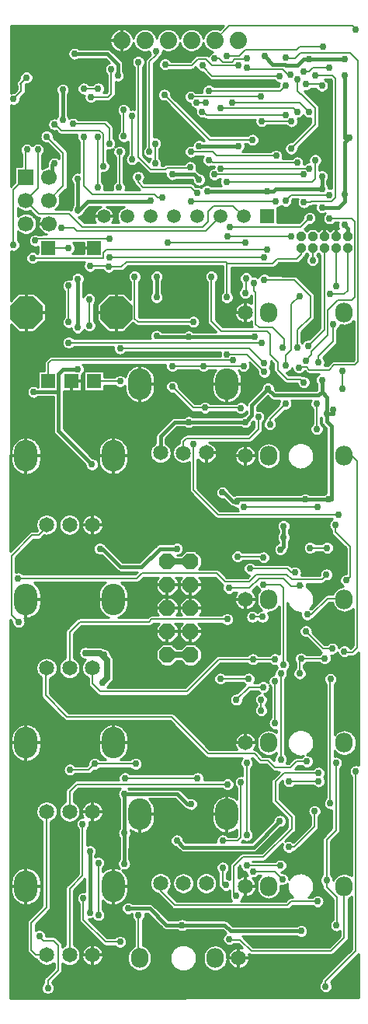
<source format=gbr>
G04 DipTrace 3.0.0.2*
G04 Bottom.gbr*
%MOIN*%
G04 #@! TF.FileFunction,Copper,L2,Bot*
G04 #@! TF.Part,Single*
%AMOUTLINE9*5,1,8,0,0,0.074,67.500816*%
%AMOUTLINE10*5,1,8,0,0,0.044,-202.498927*%
%AMOUTLINE14*5,1,8,0,0,0.150237,-157.499867*%
G04 #@! TA.AperFunction,Conductor*
%ADD14C,0.015*%
%ADD16C,0.008*%
%ADD17C,0.025*%
G04 #@! TA.AperFunction,CopperBalancing*
%ADD18C,0.009*%
%ADD19C,0.012992*%
G04 #@! TA.AperFunction,ComponentPad*
%ADD31O,0.075X0.085*%
%ADD32C,0.065*%
%ADD33R,0.059055X0.059055*%
%ADD34C,0.059055*%
%ADD35R,0.066929X0.066929*%
%ADD36C,0.066929*%
%ADD37C,0.074*%
%ADD41O,0.1X0.135*%
%ADD42R,0.05937X0.05937*%
G04 #@! TA.AperFunction,ViaPad*
%ADD52C,0.03*%
G04 #@! TA.AperFunction,ComponentPad*
%ADD117OUTLINE9*%
%ADD118OUTLINE10*%
%ADD122OUTLINE14*%
%FSLAX26Y26*%
G04*
G70*
G90*
G75*
G01*
G04 Bottom*
%LPD*%
X1179000Y2887469D2*
D14*
X1421473D1*
X797667Y2345112D2*
X808491D1*
X887475Y2266128D1*
X976198D1*
X1055264Y2345193D1*
X1128201D1*
X1520565Y3031689D2*
Y3026566D1*
X1544910Y3002221D1*
X1737229D1*
X1751229Y3016221D1*
X1772229Y2995221D1*
Y2941177D1*
X1771558Y2940507D1*
Y2923963D1*
X1257630Y3878607D2*
X1514701D1*
X1587083Y2441902D2*
Y2394268D1*
X1847795Y4374477D2*
Y4107276D1*
X1868792D1*
X1463551Y3253232D2*
X1179082D1*
Y3253927D1*
X1041374Y3511591D2*
Y3422343D1*
X1847795Y3732071D2*
X1861580Y3718286D1*
Y3683239D1*
X1771558Y2923963D2*
X1800469D1*
Y2939776D1*
X1847795Y4442441D2*
X1697110D1*
X1847795Y3865319D2*
Y3832107D1*
X1823898Y3808209D1*
X1751945D1*
X1387062Y2546881D2*
X1369675D1*
X1323607Y2592949D1*
Y2585840D1*
X1680184Y2555559D2*
X1387062D1*
Y2546881D1*
X1779142Y2555559D2*
X1680184D1*
X1771558Y2923963D2*
Y2889559D1*
X1791760Y2869357D1*
Y2555559D1*
X1779142D1*
X1751229Y3068642D2*
Y3016221D1*
X1421473Y2887469D2*
X1449973Y2915969D1*
Y2961097D1*
X1520565Y3031689D1*
X1751583Y3886563D2*
Y3941477D1*
X1514701Y3878607D2*
X1543201D1*
X1551158Y3886563D1*
X1751583D1*
X1587083Y2394268D2*
Y2355181D1*
X1573587Y2341685D1*
X1179082Y3253927D2*
X1044432D1*
X1041374Y3256984D1*
X1697110Y4442441D2*
X1672318D1*
X1645586Y4415709D1*
X1597327D1*
X1591494Y4421542D1*
X1540053D1*
X1505053Y4456542D1*
X1847795Y3865319D2*
Y4086280D1*
X1868792Y4107276D1*
X1058400Y2755423D2*
Y2825844D1*
X1119835Y2887278D1*
X1178810D1*
X1179000Y2887469D1*
X764163Y2705621D2*
X619764Y2850020D1*
Y3016792D1*
X513362D1*
X703051Y3113362D2*
X640764D1*
X619764Y3092362D1*
Y3016792D1*
X703693Y3796247D2*
Y3930752D1*
X702752D1*
X1224024Y4071433D2*
X1392744D1*
X688685Y4466638D2*
X830173D1*
X875079Y4421732D1*
Y4372504D1*
X638276Y4182162D2*
Y4312799D1*
X579810Y3937828D2*
X594260Y3952278D1*
Y3988906D1*
X601760Y3996406D1*
X703051Y3292760D2*
Y3502008D1*
X1108045Y3949904D2*
X1201293D1*
X1224024Y3927173D1*
X703693Y3796247D2*
Y3791457D1*
X744923Y3832687D1*
X1009298D1*
X1014601Y3837990D1*
X1416028Y2524059D2*
D16*
X1732307D1*
X1700670Y2348567D2*
X1774008D1*
X951197Y1422429D2*
X775835D1*
X750835Y1397429D1*
X669563D1*
X569837Y602902D2*
X523957D1*
X503225Y623634D1*
Y741198D1*
X568416Y806390D1*
Y1216481D1*
X569837Y1217902D1*
Y2447902D2*
Y2436835D1*
X535400Y2402398D1*
X506584D1*
X418307Y2314121D1*
Y2061059D1*
X448790Y2030576D1*
X787634Y3893571D2*
Y4112024D1*
X1855117Y2209631D2*
X1859717D1*
X1874033Y2223948D1*
Y2353293D1*
X1809650Y2417676D1*
Y2446528D1*
X1766605Y468088D2*
Y490096D1*
X1895718Y619209D1*
X1897236D1*
Y1390910D1*
X1729394Y2857713D2*
Y2966217D1*
X1453681Y4097541D2*
X1267612D1*
X1074424Y4290729D1*
X1583213Y3206567D2*
X1589128D1*
Y3243341D1*
X1540236Y3292232D1*
X1481681D1*
X1466621Y3307293D1*
Y3444306D1*
X1460788Y3450139D1*
Y3484798D1*
X1424872Y3504887D2*
Y3440870D1*
X1422221D1*
X1089607Y3658071D2*
X1422221D1*
X728051Y4112024D2*
Y3901773D1*
X764939Y3864886D1*
X1033179D1*
X1046204Y3851861D1*
X1065130D1*
X728051Y4317205D2*
X790736D1*
X1188024Y3833831D2*
X1554130D1*
X963142Y4431732D2*
Y4024147D1*
X1017353Y3969936D1*
X1078120D1*
X1085005Y3976822D1*
X1185030D1*
Y3980519D1*
X426802Y4272259D2*
X460683Y4306139D1*
Y4334439D1*
X456479Y4338642D1*
X482563Y4364725D1*
X838114Y3674181D2*
X520878D1*
Y3665544D1*
X1503677Y3592355D2*
X838114D1*
X1646032Y3207555D2*
Y3282427D1*
X1701845Y3338240D1*
Y3427671D1*
X1631992Y3497524D1*
X1503677D1*
X1346323Y3683071D2*
X1620252D1*
X1672957Y3058610D2*
X1660672Y3070895D1*
X1602457D1*
X1561910Y3111442D1*
Y3143579D1*
X1529236Y3176252D1*
Y3264232D1*
X1515236Y3278232D1*
X1318272D1*
X1277226Y3319278D1*
Y3511591D1*
X1645929Y4355528D2*
Y4308343D1*
X1659929Y4294343D1*
X1662793D1*
X1722110Y4235025D1*
Y4163113D1*
X1619286Y4060289D1*
X1784087Y3760567D2*
X1877910D1*
X1891910Y3746567D1*
Y3424453D1*
X1877910Y3410453D1*
X1819349D1*
X1775583Y3366687D1*
Y3259622D1*
X1706984Y3191024D1*
Y3177080D1*
X1681235Y3151331D1*
X1784087Y4406441D2*
X1711368D1*
X1694398Y4389471D1*
X1671520D1*
X1784087Y3861107D2*
X1619752D1*
X1594756Y3836110D1*
X1652173Y3122016D2*
X1654345Y3124188D1*
X1685162D1*
X1697353Y3111996D1*
X1782175D1*
X1803191Y3133012D1*
X1891910D1*
X1905910Y3147012D1*
Y4436711D1*
X1872298Y4470323D1*
X1659373D1*
X1634456Y4445406D1*
X1602629D1*
X1596265Y4451769D1*
X1368729Y3152925D2*
X590579D1*
X576576Y3138923D1*
Y3062677D1*
X884398Y3203382D2*
X1439784D1*
X1504236Y3138929D1*
X884398Y3062677D2*
X773427D1*
X664051Y3228382D2*
X1210713D1*
X1211973Y3227122D1*
X1493236D1*
X664051Y3472107D2*
Y3315788D1*
Y3633544D2*
X576576D1*
X1156400Y2755147D2*
Y2803981D1*
X1170400Y2817981D1*
X1439973D1*
X1478473Y2856481D1*
Y2909843D1*
X1452469Y2052914D2*
X1496295D1*
X1596175Y3128830D2*
Y3174428D1*
X1620410Y3198663D1*
Y3393933D1*
X1654347Y3427870D1*
X1528575Y2877612D2*
Y2899705D1*
X1595087Y2966217D1*
X1735319Y3358670D2*
Y3317975D1*
X765837Y1217902D2*
Y1271402D1*
X734555D1*
X1811580Y3633239D2*
X1811583Y3471453D1*
X1711580Y3633239D2*
X1711583Y3581807D1*
X1692887Y3215121D2*
X1761580Y3283814D1*
Y3633239D1*
X1786587Y3435453D2*
X1847579D1*
X1861580Y3449454D1*
Y3633239D1*
X1736079Y3143709D2*
Y3169463D1*
X1799725Y3233109D1*
Y3307166D1*
X1800583Y3308024D1*
X1514599Y3628355D2*
X827114D1*
X813114Y3614355D1*
Y3591309D1*
X508200D1*
X427198Y3646547D2*
Y3885217D1*
X479810Y3937828D1*
Y4055411D1*
X484752D1*
X579810Y3837828D2*
X640760Y3898778D1*
Y4040874D1*
X569610Y4112024D1*
X634276Y3721071D2*
X687416D1*
X700414Y3708074D1*
X1253374D1*
X1314601Y3769301D1*
X1108146Y3127925D2*
X1242902D1*
X1414402D1*
X1108146Y3039366D2*
X1198145Y2949368D1*
X1248807D1*
X1403402D1*
Y2947921D1*
X1429000Y986508D2*
X1573540D1*
X447285Y2217630D2*
X956498D1*
X978387Y2239520D1*
X1299171D1*
X1334743Y2203948D1*
X1438784D1*
X1469029Y2234193D1*
X1600318D1*
X1621643Y2212868D1*
X1751234D1*
X1770918Y2232551D1*
Y2234193D1*
X1656032Y1809835D2*
Y1873617D1*
X1661101D1*
X1428402Y1426519D2*
Y1116906D1*
X1575122Y1809835D2*
Y1441890D1*
X1661101Y1873617D2*
X1763685D1*
Y1875307D1*
X1722701Y4374481D2*
X1795087D1*
X1809087Y4360481D1*
Y3850107D1*
X1793920Y3834940D1*
X1701523D1*
Y3830410D1*
X1674158D1*
X1787110Y1252990D2*
Y1786184D1*
X1787816D1*
X1608659Y1065730D2*
X1631457D1*
X1719561Y1153834D1*
Y1219156D1*
X667837Y1832626D2*
Y1987799D1*
X711820Y2031782D1*
X1010348D1*
X1020706Y2042141D1*
X1344407D1*
X1351436Y2175965D2*
X1440617D1*
X1482353Y2217701D1*
X1584714D1*
X1618026Y2184389D1*
X1669065D1*
Y2187693D1*
X1658463D1*
X1657142Y2186372D1*
X808684Y1770960D2*
D17*
X829076Y1791351D1*
Y1866373D1*
X815608Y1879841D1*
X797795Y1897654D1*
X736083D1*
X815608Y1879841D2*
Y1889697D1*
X1058400Y910402D2*
D16*
Y878558D1*
X1120198Y816760D1*
X1602877D1*
X1618822Y832704D1*
X1732368D1*
X1687373Y1432503D2*
X1641907D1*
X1615914Y1406509D1*
X1550831D1*
X1520292Y1437049D1*
X1489603D1*
X1461187Y1465465D1*
X1263416D1*
X1105428Y1623453D1*
X657604D1*
X564402Y1716655D1*
Y1827466D1*
X569837Y1832902D1*
X1610666Y1347406D2*
X1737110D1*
X1549666Y1776831D2*
Y1596126D1*
X765837Y1832902D2*
Y1765836D1*
X798595Y1733079D1*
X1171154D1*
X1308709Y1870634D1*
X1454461D1*
X1454654Y1870827D1*
X1549666D1*
X1086541Y1890007D2*
D17*
X1186541D1*
X1813217Y730071D2*
D16*
X1815659D1*
Y848981D1*
X1771256Y893383D1*
Y924439D1*
X1454457Y961051D2*
X1547937D1*
X1581087Y927902D1*
X1771256Y924439D2*
Y1097465D1*
X1812110Y1138319D1*
Y1426910D1*
X1345961Y1334840D2*
X697773D1*
X667837Y1304904D1*
Y1217626D1*
X1086541Y2290007D2*
D17*
X1130725D1*
X1186541D1*
X905491Y1360879D2*
D16*
X1217584D1*
X667837Y602626D2*
Y887886D1*
X723323Y943372D1*
Y1164523D1*
X724057Y1165257D1*
X791335Y773937D2*
Y998295D1*
X538520Y685118D2*
Y681731D1*
X554925Y665326D1*
X598571D1*
X618933Y644963D1*
Y538498D1*
X574479Y494044D1*
Y461580D1*
X1499201Y1751831D2*
X1438292D1*
X1384071Y1697610D1*
X1325272Y977902D2*
Y902519D1*
X1334273D1*
X1334274Y902520D1*
X1338856D1*
X1403402Y1343906D2*
Y1107595D1*
X1389402Y1093595D1*
X1325272D1*
X963858Y773937D2*
Y594217D1*
X968002Y590074D1*
X726835Y846055D2*
Y753718D1*
X821151Y659402D1*
X884500D1*
X1847587Y2742902D2*
X1879834D1*
X1903252Y2719483D1*
Y1921844D1*
X1881592Y1900184D1*
X1851860D1*
X1847587Y1904457D1*
X1736912Y1383924D2*
X1589503D1*
X1551154Y1345575D1*
Y1265295D1*
X1621424Y1195025D1*
Y1143332D1*
X1500832Y1022740D1*
X1412310D1*
X1373700Y984130D1*
Y865473D1*
X1383117Y856055D1*
X1489744Y4283232D2*
X1188020D1*
X1253201Y4257319D2*
X1213610D1*
X1569158Y4370445D2*
X1280813D1*
X1238223Y4413034D1*
Y4416727D1*
X1594748Y4330071D2*
X1573016Y4308339D1*
X1264792D1*
X1428748Y4446209D2*
Y4442399D1*
X1377515D1*
X1365944Y4430828D1*
X1325752D1*
X1310372Y4446209D1*
X1290382D1*
X1616097Y4377116D2*
X1604361D1*
X1582620Y4398857D1*
X1428748D1*
Y4406441D1*
X1645929Y4217201D2*
X1630811Y4232319D1*
X1315973D1*
X1754870Y4497597D2*
X1654567D1*
X1641713Y4484743D1*
X1424240D1*
X1396418Y4456920D1*
X1341607D1*
X1682126Y4335374D2*
X1751575D1*
Y4330071D1*
X1697110Y4217201D2*
X1656992Y4257319D1*
X1367154D1*
X1687761Y2062365D2*
X1706533D1*
X1775626Y2131458D1*
X1844030D1*
X1847587Y2127902D1*
X1698179Y3762750D2*
X1659996Y3724567D1*
X1355487D1*
X1722709Y4010433D2*
Y3930481D1*
X1708709Y3916481D1*
X1341563D1*
X1697118Y3974433D2*
X1315973D1*
X1671528Y3948977D2*
X1290382D1*
X1644877Y4000891D2*
Y4000780D1*
X1283935D1*
X1264792Y4019923D1*
Y4010437D1*
X1620347Y4177323D2*
X1492677D1*
X1594756Y4202780D2*
X1257467D1*
X1236944Y4223303D1*
Y4217629D1*
X1554316Y4029463D2*
X1298206D1*
X1281236Y4046433D1*
X1188020D1*
X759240Y4281209D2*
X832579D1*
X846579Y4295209D1*
Y4400418D1*
X1392263Y4416387D2*
X1279448D1*
X1251990Y4443845D1*
X1219206D1*
X1191748Y4416387D1*
X1078550D1*
Y4421209D1*
X1847587Y897902D2*
Y677921D1*
X1790332Y620667D1*
X1447911D1*
X1400524Y668054D1*
X1356939D1*
X1353047Y671945D1*
X936319Y4013906D2*
Y4200670D1*
X900319Y4112673D2*
Y4225670D1*
X837634Y4081792D2*
Y4148024D1*
X818813Y4166845D1*
X681806D1*
X1035142Y3995792D2*
Y4081792D1*
X812634Y3984792D2*
Y4123024D1*
X796969Y4138689D1*
X631315D1*
X606540Y4163465D1*
X602713D1*
X1214603Y3869831D2*
Y3868541D1*
X1187881Y3895263D1*
X983030D1*
X962288Y3916005D1*
Y3938242D1*
X1500516Y2190988D2*
X1571666D1*
X1585666Y2176988D1*
Y1845835D1*
X1388991Y2311277D2*
X1500516D1*
Y2307902D1*
X1437000Y1787831D2*
X1314874D1*
X1490087Y1651398D2*
Y1697610D1*
X1682130Y1991177D2*
X1756658Y1916650D1*
X1795339D1*
X1635785Y2242112D2*
X1620351D1*
X1603269Y2259193D1*
X1441618D1*
X755937Y3557113D2*
X836335D1*
Y3553355D1*
X1343272Y3178382D2*
X1428784D1*
X1504236Y3102929D1*
X836335Y3553355D2*
X890705D1*
X911550Y3574200D1*
X1343225D1*
Y3567355D1*
X1539862D1*
X1559711Y3587204D1*
X1642971D1*
X1661580Y3605813D1*
Y3633239D1*
X1343225Y3574200D2*
X1343272Y3574152D1*
Y3422343D1*
X751710Y3414883D2*
X753326D1*
Y3301292D1*
X1838882Y3029272D2*
Y3108012D1*
X1198902Y2792981D2*
Y2597650D1*
X1306150Y2490402D1*
X1822587D1*
X947315Y3511591D2*
Y3331555D1*
X961315Y3317555D1*
X1198902D1*
X882239Y4046191D2*
X883050D1*
Y3893620D1*
X880247D1*
X1039362Y4477656D2*
Y4461965D1*
X1010142Y4432744D1*
Y4045792D1*
X531949Y4056528D2*
Y3889967D1*
X479810Y3837828D1*
X536343Y3781295D1*
X667372D1*
X723676Y3724991D1*
X1238059D1*
X1261557Y3748488D1*
Y3790505D1*
X1284376Y3813324D1*
X1370578D1*
X1414601Y3769301D1*
X1897236Y4571520D2*
X1883166Y4585591D1*
X1352215D1*
X1291142Y4524517D1*
X1128347Y1093974D2*
D14*
X1157226Y1065095D1*
X1458386D1*
X1570874Y1177583D1*
X755335Y785352D2*
Y1048295D1*
X902294Y994166D2*
X903071Y1125419D1*
Y1293906D1*
X1150650Y731000D2*
X1083839D1*
X1012402Y802437D1*
X918339D1*
X1661626Y705366D2*
X1359819D1*
X1334185Y731000D1*
X1150650D1*
X903071Y1293906D2*
X1129520D1*
X1173876Y1249550D1*
X1190244D1*
D52*
X1505053Y4456542D3*
X703051Y3292760D3*
Y3502008D3*
X1108045Y3949904D3*
X1014601Y3837990D3*
X448790Y2030576D3*
X426802Y4272259D3*
X482563Y4364725D3*
X1596265Y4451769D3*
X664051Y3472107D3*
Y3315788D3*
X1735319Y3358670D3*
X1736079Y3143709D3*
X508200Y3591309D3*
X427198Y3646547D3*
X1344407Y2042141D3*
X1351436Y2175965D3*
X1657142Y2186372D3*
X1732368Y832704D3*
X1687373Y1432503D3*
X905491Y1360879D3*
X1217584D3*
X1736912Y1383924D3*
X1383117Y856055D3*
X1687761Y2062365D3*
X1353047Y671945D3*
X751710Y3414883D3*
X753326Y3301292D3*
X903071Y1125419D3*
X768336Y670771D3*
X1053654Y4255198D3*
X1138238Y4025944D3*
X596087Y4261932D3*
X695080Y4248751D3*
X1502987Y4126589D3*
X1751830Y4199428D3*
X1655719Y3758294D3*
X1626261Y3541065D3*
X1311149Y3535935D3*
X1243933Y3040858D3*
X451687Y4017567D3*
X1548484Y3062525D3*
X1879589Y3297323D3*
X1625004Y1284730D3*
X1678055Y2817697D3*
X614080Y1461940D3*
X1335726Y2744721D3*
X1869549Y1595839D3*
X694389Y2701672D3*
X515024Y2886647D3*
X514520Y2848992D3*
X1194311Y786259D3*
X1201412Y1005898D3*
X815952Y2849988D3*
X822302Y2887793D3*
X1255383Y1004477D3*
X650819Y2702366D3*
X1215616Y663610D3*
X1617423Y2074058D3*
X1710607Y2256263D3*
X1835991Y2301204D3*
X1323607Y2585840D3*
X1128201Y2345193D3*
X1520565Y3031689D3*
X1573587Y2341685D3*
X1868792Y4107276D3*
X1179000Y2887469D3*
X1179082Y3253927D3*
X1387062Y2546881D3*
X1257630Y3878607D3*
X1041374Y3422343D3*
Y3511591D3*
X1847795Y3732071D3*
X1800469Y2939776D3*
X1697110Y4442441D3*
X1847795D3*
X1751583Y3941477D3*
X1587083Y2441902D3*
X1343030Y2632511D3*
X1041374Y3256984D3*
X1680184Y2555559D3*
X1751945Y3808209D3*
X1751229Y3068642D3*
X1751583Y3886563D3*
X1514701Y3878607D3*
X1587083Y2394268D3*
X797667Y2345112D3*
X1463551Y3253232D3*
X1771558Y2923963D3*
X1779142Y2555559D3*
X1421473Y2887469D3*
X1847795Y4374477D3*
Y3865319D3*
X764163Y2705621D3*
X702752Y3930752D3*
X703693Y3796247D3*
X638276Y4182162D3*
X1392744Y4071433D3*
X1224024D3*
Y3927173D3*
X703051Y3113362D3*
X875079Y4372504D3*
X688685Y4466638D3*
X513362Y3016792D3*
X638276Y4312799D3*
X601760Y3996406D3*
X1732307Y2524059D3*
X1416028D3*
X1774008Y2348567D3*
X1700670D3*
X669563Y1397429D3*
X972666Y2138870D3*
X951197Y1422429D3*
X1046545Y2377961D3*
X734555Y1271402D3*
X775835Y1422429D3*
X787634Y4112024D3*
Y3893571D3*
X1809650Y2446528D3*
X1855117Y2209631D3*
X1897236Y1390910D3*
X1766605Y468088D3*
X1729394Y2966217D3*
Y2857713D3*
X1074424Y4290729D3*
X1453681Y4097541D3*
X1460788Y3484798D3*
X1583213Y3206567D3*
X1422221Y3440870D3*
X1424872Y3504887D3*
X1422221Y3658071D3*
X1089607D3*
X1065130Y3851861D3*
X728051Y4112024D3*
Y4317205D3*
X790736D3*
X1554130Y3833831D3*
X1188024D3*
X1185030Y3980519D3*
X963142Y4431732D3*
X520878Y3665544D3*
X838114Y3674181D3*
Y3592355D3*
X1503677D3*
Y3497524D3*
X1646032Y3207555D3*
X1620252Y3683071D3*
X1346323D3*
X1277226Y3511591D3*
X1672957Y3058610D3*
X1619286Y4060289D3*
X1645929Y4355528D3*
X1681235Y3151331D3*
X1784087Y3760567D3*
X1671520Y4389471D3*
X1784087Y4406441D3*
X1594756Y3836110D3*
X1784087Y3861107D3*
X1652173Y3122016D3*
X1368729Y3152925D3*
X1504236Y3138929D3*
X884398Y3203382D3*
Y3062677D3*
X1493236Y3227122D3*
X664051Y3228382D3*
Y3633544D3*
X1478473Y2909843D3*
X1496295Y2052914D3*
X1452469D3*
X1654347Y3427870D3*
X1596175Y3128830D3*
X1595087Y2966217D3*
X1528575Y2877612D3*
X1811583Y3471453D3*
X1711583Y3581807D3*
X1692887Y3215121D3*
X1800583Y3308024D3*
X1786587Y3435453D3*
X484752Y4055411D3*
X1514599Y3628355D3*
X569610Y4112024D3*
X634276Y3721071D3*
X1242902Y3127925D3*
X1108146D3*
X1414402D3*
X1248807Y2949368D3*
X1108146Y3039366D3*
X1403402Y2947921D3*
X1573540Y986508D3*
X1429000D3*
X1770918Y2234193D3*
X447285Y2217630D3*
X1763685Y1875307D3*
X1428402Y1116906D3*
Y1426519D3*
X1575122Y1441890D3*
Y1809835D3*
X1656032D3*
X1661101Y1873617D3*
X1674158Y3830410D3*
X1722701Y4374481D3*
X1787816Y1786184D3*
X1787110Y1252990D3*
X1719561Y1219156D3*
X1608659Y1065730D3*
X736083Y1897654D3*
X808684Y1770960D3*
X815608Y1889697D3*
X1737110Y1347406D3*
X1610666D3*
X1549666Y1596126D3*
Y1776831D3*
Y1870827D3*
X1454654D3*
X1812110Y1426910D3*
X1813217Y730071D3*
X1581087Y927902D3*
X1454457Y961051D3*
X1771256Y924439D3*
X1345961Y1334840D3*
X724057Y1165257D3*
X791335Y998295D3*
Y773937D3*
X574479Y461580D3*
X538520Y685118D3*
X1384071Y1697610D3*
X1499201Y1751831D3*
X1338856Y902520D3*
X1325272Y977902D3*
Y1093595D3*
X1403402Y1343906D3*
X963858Y773937D3*
X884500Y659402D3*
X726835Y846055D3*
X1847587Y1904457D3*
X1188020Y4283232D3*
X1489744D3*
X1213610Y4257319D3*
X1253201D3*
X1238223Y4416727D3*
X1569158Y4370445D3*
X1264792Y4308339D3*
X1594748Y4330071D3*
X1290382Y4446209D3*
X1428748D3*
Y4406441D3*
X1616097Y4377116D3*
X1315973Y4232319D3*
X1645929Y4217201D3*
X1341607Y4456920D3*
X1754870Y4497597D3*
X1751575Y4330071D3*
X1682126Y4335374D3*
X1367154Y4257319D3*
X1697110Y4217201D3*
X1355487Y3724567D3*
X1698179Y3762750D3*
X1341563Y3916481D3*
X1722709Y4010433D3*
X1315973Y3974433D3*
X1697118D3*
X1290382Y3948977D3*
X1671528D3*
X1264792Y4010437D3*
X1644877Y4000891D3*
X1492677Y4177323D3*
X1620347D3*
X1236944Y4217629D3*
X1594756Y4202780D3*
X1188020Y4046433D3*
X1554316Y4029463D3*
X846579Y4400418D3*
X759240Y4281209D3*
X1078550Y4421209D3*
X1392263Y4416387D3*
X936319Y4200670D3*
Y4013906D3*
X900319Y4225670D3*
Y4112673D3*
X681806Y4166845D3*
X837634Y4081792D3*
X1035142D3*
Y3995792D3*
X602713Y4163465D3*
X812634Y3984792D3*
X962288Y3938242D3*
X1214603Y3869831D3*
X1585666Y1845835D3*
X1500516Y2190988D3*
Y2307902D3*
X1388991Y2311277D3*
X1314874Y1787831D3*
X1437000D3*
X1490087Y1697610D3*
Y1651398D3*
X1795339Y1916650D3*
X1441618Y2259193D3*
X1635785Y2242112D3*
X1682130Y1991177D3*
X755937Y3557113D3*
X1504236Y3102929D3*
X1343272Y3178382D3*
Y3422343D3*
X836335Y3553355D3*
X1838882Y3108012D3*
Y3029272D3*
X1822587Y2490402D3*
X1198902Y2792981D3*
Y3317555D3*
X947315Y3511591D3*
X880247Y3893620D3*
X882239Y4046191D3*
X1010142Y4045792D3*
X1039362Y4477656D3*
X531949Y4056528D3*
X1897236Y4571520D3*
X1570874Y1177583D3*
X755335Y1048295D3*
Y785352D3*
X1128347Y1093974D3*
X1190244Y1249550D3*
X902294Y994166D3*
X918339Y802437D3*
X1661626Y705366D3*
X903071Y1293906D3*
X1150650Y731000D3*
X415827Y4579739D2*
D18*
X1320232D1*
X415810Y4570870D2*
X869319D1*
X912973D2*
X969303D1*
X1012974D2*
X1069305D1*
X1112977D2*
X1169307D1*
X1212978D2*
X1269309D1*
X415810Y4562002D2*
X855872D1*
X926419D2*
X955873D1*
X1026421D2*
X1055876D1*
X1126423D2*
X1155860D1*
X1226425D2*
X1255861D1*
X415810Y4553133D2*
X848189D1*
X934083D2*
X948192D1*
X1034086D2*
X1048193D1*
X1134087D2*
X1148196D1*
X1234089D2*
X1248197D1*
X415810Y4544264D2*
X843373D1*
X415810Y4535395D2*
X840561D1*
X415793Y4526526D2*
X839418D1*
X415793Y4517658D2*
X839840D1*
X415793Y4508789D2*
X841879D1*
X415793Y4499920D2*
X845729D1*
X936562D2*
X945731D1*
X1136566D2*
X1145717D1*
X1236550D2*
X1245719D1*
X415793Y4491051D2*
X672391D1*
X704970D2*
X851952D1*
X930339D2*
X951936D1*
X1130343D2*
X1151940D1*
X1230345D2*
X1251941D1*
X415774Y4482183D2*
X663461D1*
X845701D2*
X862059D1*
X920231D2*
X962061D1*
X1120235D2*
X1162047D1*
X1220238D2*
X1262049D1*
X415774Y4473314D2*
X659700D1*
X854595D2*
X1009925D1*
X1068802D2*
X1279575D1*
X415774Y4464445D2*
X659013D1*
X863454D2*
X1012809D1*
X1065919D2*
X1267112D1*
X415774Y4455576D2*
X661124D1*
X872331D2*
X945977D1*
X980297D2*
X1006832D1*
X1058853D2*
X1204797D1*
X415774Y4446708D2*
X666907D1*
X881191D2*
X937575D1*
X988717D2*
X997973D1*
X1050239D2*
X1064137D1*
X1092973D2*
X1195937D1*
X415774Y4437839D2*
X685908D1*
X691465D2*
X827887D1*
X890067D2*
X934041D1*
X1041381D2*
X1054065D1*
X1103045D2*
X1187061D1*
X415757Y4428970D2*
X836746D1*
X896062D2*
X933513D1*
X1032503D2*
X1049845D1*
X415757Y4420101D2*
X824582D1*
X897327D2*
X935834D1*
X1028882D2*
X1048809D1*
X415757Y4411232D2*
X818921D1*
X897327D2*
X941933D1*
X984357D2*
X991399D1*
X1028882D2*
X1050567D1*
X415757Y4402364D2*
X816883D1*
X897327D2*
X944395D1*
X981895D2*
X991399D1*
X1028882D2*
X1055788D1*
X1203679D2*
X1212285D1*
X415757Y4393495D2*
X479383D1*
X485738D2*
X817656D1*
X897327D2*
X944395D1*
X981895D2*
X991399D1*
X1028882D2*
X1069604D1*
X1087505D2*
X1220196D1*
X415739Y4384626D2*
X460768D1*
X504369D2*
X821524D1*
X902162D2*
X944395D1*
X981895D2*
X991399D1*
X1028882D2*
X1240498D1*
X415739Y4375757D2*
X455002D1*
X510134D2*
X827834D1*
X904658D2*
X944395D1*
X981895D2*
X991399D1*
X1028882D2*
X1249357D1*
X415739Y4366889D2*
X452893D1*
X512243D2*
X827834D1*
X904289D2*
X944395D1*
X981895D2*
X991399D1*
X1028882D2*
X1258235D1*
X415739Y4358020D2*
X449711D1*
X511541D2*
X827834D1*
X900949D2*
X944395D1*
X981895D2*
X991399D1*
X1028882D2*
X1267093D1*
X415739Y4349151D2*
X441151D1*
X507761D2*
X827834D1*
X892933D2*
X944395D1*
X981895D2*
X991399D1*
X1028882D2*
X1548784D1*
X1774125D2*
X1790341D1*
X415722Y4340282D2*
X437811D1*
X498814D2*
X628568D1*
X647982D2*
X709815D1*
X746278D2*
X772498D1*
X808962D2*
X827834D1*
X865318D2*
X944395D1*
X981895D2*
X991399D1*
X1028882D2*
X1566853D1*
X1779469D2*
X1790341D1*
X415722Y4331414D2*
X439269D1*
X479425D2*
X615315D1*
X661235D2*
X702028D1*
X816750D2*
X827834D1*
X865318D2*
X944395D1*
X981895D2*
X991399D1*
X1028882D2*
X1246563D1*
X1283026D2*
X1565025D1*
X1781297D2*
X1790341D1*
X415722Y4322545D2*
X441941D1*
X479425D2*
X610217D1*
X666334D2*
X698793D1*
X820002D2*
X827834D1*
X865318D2*
X944395D1*
X981895D2*
X991399D1*
X1028882D2*
X1238776D1*
X1780330D2*
X1790341D1*
X415722Y4313676D2*
X441941D1*
X479425D2*
X608529D1*
X668021D2*
X698512D1*
X820282D2*
X827834D1*
X865318D2*
X944395D1*
X981895D2*
X991399D1*
X1028882D2*
X1056016D1*
X1092831D2*
X1235524D1*
X1702054D2*
X1726920D1*
X1776234D2*
X1790341D1*
X415722Y4304807D2*
X433205D1*
X479373D2*
X609637D1*
X666914D2*
X701096D1*
X817698D2*
X827834D1*
X865318D2*
X944395D1*
X981895D2*
X991399D1*
X1028882D2*
X1048334D1*
X1100513D2*
X1167953D1*
X1208091D2*
X1235243D1*
X1678465D2*
X1736729D1*
X1766425D2*
X1790341D1*
X476226Y4295939D2*
X613961D1*
X662607D2*
X707635D1*
X865318D2*
X944395D1*
X981895D2*
X991399D1*
X1028882D2*
X1045135D1*
X1103713D2*
X1161204D1*
X1687341D2*
X1790341D1*
X467753Y4287070D2*
X616036D1*
X660515D2*
X730082D1*
X863366D2*
X944395D1*
X981895D2*
X991399D1*
X1028882D2*
X1044889D1*
X1104222D2*
X1158513D1*
X1696201D2*
X1790341D1*
X458877Y4278201D2*
X616036D1*
X660515D2*
X729643D1*
X855702D2*
X944395D1*
X981895D2*
X991399D1*
X1028882D2*
X1047525D1*
X1113099D2*
X1158708D1*
X1705078D2*
X1790341D1*
X456415Y4269332D2*
X616036D1*
X660515D2*
X732033D1*
X846843D2*
X944395D1*
X981895D2*
X991399D1*
X1028882D2*
X1054152D1*
X1121958D2*
X1161836D1*
X1713937D2*
X1790341D1*
X454042Y4260463D2*
X616036D1*
X660515D2*
X738273D1*
X780205D2*
X944395D1*
X981895D2*
X991399D1*
X1028882D2*
X1078551D1*
X1130835D2*
X1169395D1*
X1722814D2*
X1790341D1*
X447855Y4251595D2*
X616036D1*
X660515D2*
X886739D1*
X913903D2*
X944395D1*
X981895D2*
X991399D1*
X1028882D2*
X1087411D1*
X1139694D2*
X1184424D1*
X1731673D2*
X1790341D1*
X415687Y4242726D2*
X616036D1*
X660515D2*
X876139D1*
X924503D2*
X944395D1*
X981895D2*
X991399D1*
X1028882D2*
X1096288D1*
X1148571D2*
X1187816D1*
X1739109D2*
X1790341D1*
X415687Y4233857D2*
X616036D1*
X660515D2*
X871744D1*
X928898D2*
X944395D1*
X981895D2*
X991399D1*
X1028882D2*
X1105164D1*
X1157431D2*
X1195903D1*
X1740849D2*
X1790341D1*
X415687Y4224988D2*
X616036D1*
X660515D2*
X870567D1*
X981895D2*
X991399D1*
X1028882D2*
X1114024D1*
X1166309D2*
X1208137D1*
X1740849D2*
X1790341D1*
X415687Y4216120D2*
X616036D1*
X660515D2*
X872184D1*
X981895D2*
X991399D1*
X1028882D2*
X1122900D1*
X1175167D2*
X1207223D1*
X1740849D2*
X1790341D1*
X415670Y4207251D2*
X616036D1*
X660515D2*
X877193D1*
X981895D2*
X991399D1*
X1028882D2*
X1131760D1*
X1184045D2*
X1209121D1*
X1740849D2*
X1790341D1*
X415670Y4198382D2*
X613504D1*
X663046D2*
X881571D1*
X981895D2*
X991399D1*
X1028882D2*
X1140637D1*
X1192903D2*
X1214536D1*
X1668709D2*
X1674327D1*
X1740849D2*
X1790341D1*
X415670Y4189513D2*
X589387D1*
X700575D2*
X881571D1*
X981895D2*
X991399D1*
X1028882D2*
X1149496D1*
X1201781D2*
X1229529D1*
X1654962D2*
X1688072D1*
X1740849D2*
X1790341D1*
X415670Y4180645D2*
X578629D1*
X831023D2*
X881571D1*
X981895D2*
X991399D1*
X1028882D2*
X1158373D1*
X1210641D2*
X1463108D1*
X1649918D2*
X1703365D1*
X1740849D2*
X1790341D1*
X415670Y4171776D2*
X574181D1*
X840023D2*
X881571D1*
X981895D2*
X991399D1*
X1028882D2*
X1167232D1*
X1219517D2*
X1463460D1*
X1649566D2*
X1703365D1*
X1740849D2*
X1790341D1*
X415670Y4162907D2*
X572952D1*
X848882D2*
X881571D1*
X981895D2*
X991399D1*
X1028882D2*
X1176109D1*
X1228377D2*
X1466781D1*
X1646243D2*
X1695772D1*
X1740849D2*
X1790341D1*
X415651Y4154038D2*
X574533D1*
X855334D2*
X881571D1*
X981895D2*
X991399D1*
X1028882D2*
X1184969D1*
X1237253D2*
X1474727D1*
X1510629D2*
X1602397D1*
X1638298D2*
X1686895D1*
X1738370D2*
X1790341D1*
X415651Y4145170D2*
X579491D1*
X856389D2*
X881571D1*
X981895D2*
X991399D1*
X1028882D2*
X1193845D1*
X1246130D2*
X1678036D1*
X1730302D2*
X1790341D1*
X415651Y4136301D2*
X553105D1*
X586125D2*
X592055D1*
X856389D2*
X881571D1*
X981895D2*
X991399D1*
X1028882D2*
X1202705D1*
X1254990D2*
X1669159D1*
X1721442D2*
X1790341D1*
X415651Y4127432D2*
X544316D1*
X594914D2*
X616440D1*
X856389D2*
X874628D1*
X981895D2*
X991399D1*
X1028882D2*
X1211582D1*
X1263866D2*
X1660281D1*
X1712566D2*
X1790341D1*
X415651Y4118563D2*
X540608D1*
X598622D2*
X699040D1*
X856389D2*
X871164D1*
X981895D2*
X991399D1*
X1028882D2*
X1220441D1*
X1272726D2*
X1433013D1*
X1474347D2*
X1651421D1*
X1703706D2*
X1790341D1*
X415634Y4109694D2*
X539940D1*
X599273D2*
X698389D1*
X856389D2*
X870708D1*
X981895D2*
X991399D1*
X1043419D2*
X1229319D1*
X1480763D2*
X1642545D1*
X1694830D2*
X1790341D1*
X415634Y4100826D2*
X542120D1*
X606954D2*
X700551D1*
X860221D2*
X873097D1*
X981895D2*
X991399D1*
X1057727D2*
X1238196D1*
X1483259D2*
X1633685D1*
X1685970D2*
X1790341D1*
X415634Y4091957D2*
X547973D1*
X615814D2*
X706404D1*
X865546D2*
X879320D1*
X981895D2*
X991399D1*
X1063054D2*
X1202828D1*
X1482890D2*
X1624809D1*
X1677093D2*
X1790341D1*
X415634Y4083088D2*
X475673D1*
X493822D2*
X519760D1*
X544130D2*
X572407D1*
X624691D2*
X709305D1*
X867357D2*
X917571D1*
X981895D2*
X991399D1*
X1064865D2*
X1196729D1*
X1479567D2*
X1600692D1*
X1668234D2*
X1790341D1*
X415634Y4074219D2*
X461963D1*
X555645D2*
X581284D1*
X633550D2*
X709305D1*
X866390D2*
X874469D1*
X890015D2*
X917571D1*
X981895D2*
X991399D1*
X1063898D2*
X1179327D1*
X1422369D2*
X1435773D1*
X1471587D2*
X1593116D1*
X1659357D2*
X1790341D1*
X415617Y4065351D2*
X456760D1*
X560319D2*
X590143D1*
X642427D2*
X709305D1*
X904727D2*
X917571D1*
X981895D2*
X988013D1*
X1059767D2*
X1165316D1*
X1421858D2*
X1589969D1*
X1650479D2*
X1790341D1*
X415617Y4056482D2*
X455020D1*
X561709D2*
X599020D1*
X651286D2*
X709305D1*
X910107D2*
X917571D1*
X1053895D2*
X1160061D1*
X1418326D2*
X1543264D1*
X1565366D2*
X1589776D1*
X1648793D2*
X1790341D1*
X415617Y4047613D2*
X456075D1*
X560302D2*
X607879D1*
X658177D2*
X709305D1*
X831374D2*
X852513D1*
X911970D2*
X917571D1*
X1053895D2*
X1158285D1*
X1409941D2*
X1530977D1*
X1577654D2*
X1592465D1*
X1646121D2*
X1790341D1*
X415617Y4038744D2*
X460293D1*
X555574D2*
X616756D1*
X659513D2*
X709305D1*
X831374D2*
X853463D1*
X911021D2*
X917571D1*
X1053895D2*
X1159305D1*
X1582541D2*
X1599180D1*
X1639389D2*
X1716215D1*
X1729213D2*
X1790341D1*
X415617Y4029876D2*
X461067D1*
X550705D2*
X622012D1*
X659513D2*
X709305D1*
X831374D2*
X857541D1*
X1053895D2*
X1163488D1*
X1584070D2*
X1700483D1*
X1744945D2*
X1790341D1*
X415599Y4021007D2*
X461067D1*
X550705D2*
X585765D1*
X659513D2*
X709305D1*
X831374D2*
X864309D1*
X901793D2*
X907445D1*
X1053895D2*
X1173473D1*
X1202571D2*
X1237036D1*
X1582805D2*
X1623280D1*
X1666477D2*
X1694963D1*
X1750465D2*
X1790341D1*
X415599Y4012138D2*
X461067D1*
X550705D2*
X576660D1*
X659513D2*
X709305D1*
X831374D2*
X864309D1*
X901793D2*
X906621D1*
X1001285D2*
X1010453D1*
X1059819D2*
X1235084D1*
X1672347D2*
X1692994D1*
X1752415D2*
X1790341D1*
X415599Y4003269D2*
X461067D1*
X550705D2*
X572828D1*
X659513D2*
X709305D1*
X835698D2*
X864309D1*
X901793D2*
X908588D1*
X1063915D2*
X1166372D1*
X1203679D2*
X1235928D1*
X1674545D2*
X1693856D1*
X1751571D2*
X1790341D1*
X415599Y3994400D2*
X461067D1*
X550705D2*
X572072D1*
X659513D2*
X709305D1*
X840743D2*
X864309D1*
X901793D2*
X914143D1*
X958482D2*
X966753D1*
X1064865D2*
X1081029D1*
X1211238D2*
X1239900D1*
X1747599D2*
X1790341D1*
X415599Y3985532D2*
X461067D1*
X550705D2*
X572020D1*
X659513D2*
X709305D1*
X842378D2*
X864309D1*
X901793D2*
X930139D1*
X942486D2*
X975613D1*
X1214349D2*
X1249305D1*
X1741465D2*
X1790341D1*
X415582Y3976663D2*
X431588D1*
X659513D2*
X709305D1*
X841218D2*
X864309D1*
X901793D2*
X984491D1*
X1214525D2*
X1281332D1*
X1741465D2*
X1790341D1*
X415582Y3967794D2*
X431588D1*
X659513D2*
X709305D1*
X836858D2*
X864309D1*
X901793D2*
X993349D1*
X1213839D2*
X1267604D1*
X1764334D2*
X1790341D1*
X415582Y3958925D2*
X431588D1*
X659513D2*
X695593D1*
X826330D2*
X864309D1*
X901793D2*
X941265D1*
X983319D2*
X1002227D1*
X1223366D2*
X1262383D1*
X1775478D2*
X1790341D1*
X415582Y3950057D2*
X431588D1*
X659513D2*
X680407D1*
X806378D2*
X864309D1*
X901793D2*
X935061D1*
X989525D2*
X1078288D1*
X1242509D2*
X1260643D1*
X1780030D2*
X1790341D1*
X415582Y3941188D2*
X431588D1*
X659513D2*
X674940D1*
X806378D2*
X864309D1*
X901793D2*
X932670D1*
X991898D2*
X1079641D1*
X1250155D2*
X1261697D1*
X1781349D2*
X1790341D1*
X415563Y3932319D2*
X431588D1*
X659513D2*
X673041D1*
X806378D2*
X864309D1*
X901793D2*
X933145D1*
X991441D2*
X1084264D1*
X1253319D2*
X1265916D1*
X1779855D2*
X1790341D1*
X415563Y3923450D2*
X431588D1*
X659513D2*
X673937D1*
X806378D2*
X864309D1*
X901793D2*
X936608D1*
X987961D2*
X1095601D1*
X1120482D2*
X1194513D1*
X1253549D2*
X1276024D1*
X1304753D2*
X1312656D1*
X1775021D2*
X1790341D1*
X415563Y3914582D2*
X430428D1*
X659513D2*
X677945D1*
X808311D2*
X859509D1*
X901793D2*
X943604D1*
X989858D2*
X1197151D1*
X1250894D2*
X1311865D1*
X1773826D2*
X1790341D1*
X415563Y3905713D2*
X421551D1*
X659513D2*
X681444D1*
X814710D2*
X853147D1*
X907347D2*
X946803D1*
X1268437D2*
X1313887D1*
X1774071D2*
X1790341D1*
X659407Y3896844D2*
X681444D1*
X817206D2*
X850668D1*
X909826D2*
X955311D1*
X1225651D2*
X1234364D1*
X1779450D2*
X1790341D1*
X655874Y3887975D2*
X681444D1*
X816855D2*
X851037D1*
X909457D2*
X964170D1*
X647226Y3879107D2*
X681444D1*
X638366Y3870238D2*
X681444D1*
X629490Y3861369D2*
X681444D1*
X625710Y3852500D2*
X681444D1*
X627679Y3843631D2*
X681444D1*
X627942Y3834763D2*
X681444D1*
X1624482D2*
X1644725D1*
X626502Y3825894D2*
X681444D1*
X1622654D2*
X1644760D1*
X623214Y3817025D2*
X681444D1*
X1617310D2*
X1647696D1*
X1714235D2*
X1723563D1*
X617571Y3808156D2*
X676504D1*
X751482D2*
X794400D1*
X834802D2*
X894403D1*
X1568214D2*
X1586681D1*
X1602826D2*
X1654885D1*
X1693441D2*
X1722192D1*
X445939Y3799288D2*
X451461D1*
X608167D2*
X674096D1*
X742605D2*
X782341D1*
X846861D2*
X882344D1*
X1558881D2*
X1723597D1*
X445939Y3790419D2*
X501075D1*
X733746D2*
X775803D1*
X853399D2*
X875805D1*
X1558881D2*
X1689075D1*
X1707274D2*
X1728327D1*
X445939Y3781550D2*
X460803D1*
X498814D2*
X509952D1*
X729439D2*
X772076D1*
X857126D2*
X872078D1*
X1558881D2*
X1675381D1*
X1720969D2*
X1739998D1*
X512718Y3772681D2*
X518811D1*
X721247D2*
X770441D1*
X858761D2*
X870444D1*
X1558881D2*
X1670177D1*
X1726171D2*
X1756996D1*
X520259Y3763813D2*
X531853D1*
X710999D2*
X770670D1*
X858533D2*
X870655D1*
X1558881D2*
X1668437D1*
X1727911D2*
X1754517D1*
X524830Y3754944D2*
X534789D1*
X719858D2*
X772761D1*
X856441D2*
X872764D1*
X1558881D2*
X1664236D1*
X1726857D2*
X1754887D1*
X527309Y3746075D2*
X532326D1*
X728735D2*
X777051D1*
X852151D2*
X877053D1*
X1558881D2*
X1655360D1*
X1722638D2*
X1758227D1*
X1712513Y3737206D2*
X1766243D1*
X1801933D2*
X1818502D1*
X527079Y3728337D2*
X532553D1*
X1689907D2*
X1818273D1*
X524319Y3719469D2*
X535299D1*
X1681030D2*
X1820928D1*
X519415Y3710600D2*
X540204D1*
X1683439D2*
X1689715D1*
X1733449D2*
X1739709D1*
X1783441D2*
X1789709D1*
X511311Y3701731D2*
X548307D1*
X445939Y3692862D2*
X464160D1*
X495457D2*
X510672D1*
X531087D2*
X564162D1*
X445939Y3683994D2*
X497788D1*
X445939Y3675125D2*
X492760D1*
X449173Y3666256D2*
X491125D1*
X454851Y3657387D2*
X492303D1*
X456890Y3648519D2*
X496680D1*
X689625D2*
X728975D1*
X456117Y3639650D2*
X507227D1*
X693158D2*
X728975D1*
X452267Y3630781D2*
X532135D1*
X693685D2*
X728975D1*
X443126Y3621912D2*
X532135D1*
X691365D2*
X728975D1*
X415441Y3613044D2*
X488313D1*
X685265D2*
X728975D1*
X415441Y3604175D2*
X481475D1*
X1681751D2*
X1691412D1*
X1731743D2*
X1741421D1*
X415441Y3595306D2*
X478715D1*
X1676899D2*
X1685172D1*
X1737983D2*
X1742827D1*
X415441Y3586437D2*
X478856D1*
X1668339D2*
X1682201D1*
X415441Y3577568D2*
X481914D1*
X1659479D2*
X1682131D1*
X415441Y3568700D2*
X489368D1*
X527045D2*
X728605D1*
X1567353D2*
X1684979D1*
X1738194D2*
X1742836D1*
X415423Y3559831D2*
X726303D1*
X1558477D2*
X1691975D1*
X1731181D2*
X1742828D1*
X415423Y3550962D2*
X726848D1*
X914449D2*
X1324521D1*
X1547823D2*
X1742828D1*
X415423Y3542093D2*
X730399D1*
X905589D2*
X1324521D1*
X1362023D2*
X1742828D1*
X415423Y3533225D2*
X738836D1*
X773033D2*
X814756D1*
X857918D2*
X927309D1*
X967323D2*
X1021369D1*
X1061385D2*
X1257232D1*
X1297230D2*
X1324521D1*
X1362023D2*
X1418512D1*
X1431246D2*
X1742828D1*
X415423Y3524356D2*
X683887D1*
X722214D2*
X920524D1*
X974091D2*
X1014584D1*
X1068151D2*
X1250448D1*
X1304015D2*
X1324521D1*
X1362023D2*
X1402673D1*
X1447083D2*
X1492147D1*
X1515198D2*
X1742828D1*
X415406Y3515487D2*
X676628D1*
X729474D2*
X917816D1*
X976815D2*
X1011877D1*
X1070877D2*
X1247723D1*
X1306722D2*
X1324521D1*
X1362023D2*
X1397137D1*
X1452621D2*
X1480193D1*
X1527170D2*
X1742828D1*
X415406Y3506618D2*
X673656D1*
X732445D2*
X917992D1*
X976641D2*
X1012053D1*
X1070701D2*
X1247899D1*
X1306546D2*
X1324521D1*
X1362023D2*
X1395168D1*
X1649038D2*
X1742828D1*
X415406Y3497750D2*
X649908D1*
X732498D2*
X921086D1*
X973546D2*
X1015147D1*
X1067607D2*
X1251009D1*
X1303453D2*
X1324521D1*
X1362023D2*
X1396012D1*
X1657898D2*
X1742828D1*
X415406Y3488881D2*
X639660D1*
X729650D2*
X928575D1*
X966058D2*
X1019120D1*
X1063617D2*
X1258481D1*
X1295965D2*
X1324521D1*
X1362023D2*
X1399949D1*
X1666774D2*
X1742828D1*
X415406Y3480012D2*
X635389D1*
X725290D2*
X928575D1*
X966058D2*
X1019120D1*
X1063617D2*
X1258481D1*
X1295965D2*
X1324521D1*
X1362023D2*
X1406120D1*
X1675651D2*
X1742828D1*
X415389Y3471143D2*
X634299D1*
X725290D2*
X928575D1*
X966058D2*
X1019120D1*
X1063617D2*
X1258481D1*
X1295965D2*
X1324521D1*
X1362023D2*
X1406120D1*
X1684511D2*
X1742828D1*
X415389Y3462274D2*
X636021D1*
X725290D2*
X928575D1*
X966058D2*
X1019120D1*
X1063617D2*
X1258481D1*
X1295965D2*
X1324521D1*
X1362023D2*
X1401971D1*
X1693389D2*
X1742828D1*
X415389Y3453406D2*
X641172D1*
X725290D2*
X928575D1*
X966058D2*
X1019120D1*
X1063617D2*
X1258481D1*
X1295965D2*
X1324521D1*
X1362023D2*
X1395327D1*
X1702247D2*
X1742828D1*
X415389Y3444537D2*
X645303D1*
X725290D2*
X928575D1*
X966058D2*
X1019120D1*
X1063617D2*
X1258481D1*
X1295965D2*
X1323924D1*
X1362621D2*
X1392689D1*
X1711125D2*
X1742828D1*
X415389Y3435668D2*
X441168D1*
X523002D2*
X645303D1*
X725290D2*
X730784D1*
X772629D2*
X827008D1*
X908823D2*
X928575D1*
X966058D2*
X1014883D1*
X1067870D2*
X1258481D1*
X1295965D2*
X1316769D1*
X1369774D2*
X1392936D1*
X1718701D2*
X1742828D1*
X415370Y3426799D2*
X432309D1*
X531878D2*
X645303D1*
X778903D2*
X818131D1*
X917701D2*
X928575D1*
X966058D2*
X1011965D1*
X1070789D2*
X1258481D1*
X1295965D2*
X1313852D1*
X1372693D2*
X1396117D1*
X1720599D2*
X1742828D1*
X415370Y3417931D2*
X423432D1*
X540738D2*
X645303D1*
X781311D2*
X809272D1*
X966058D2*
X1011948D1*
X1070789D2*
X1258481D1*
X1295965D2*
X1313852D1*
X1372693D2*
X1403816D1*
X1440633D2*
X1447868D1*
X1720599D2*
X1742828D1*
X549614Y3409062D2*
X645303D1*
X780873D2*
X800395D1*
X966058D2*
X1014848D1*
X1067889D2*
X1258481D1*
X1295965D2*
X1316752D1*
X1369793D2*
X1447868D1*
X1720599D2*
X1742828D1*
X558474Y3400193D2*
X645303D1*
X777445D2*
X791517D1*
X966058D2*
X1021967D1*
X1060769D2*
X1258481D1*
X1295965D2*
X1323872D1*
X1362673D2*
X1402586D1*
X1442583D2*
X1447868D1*
X1720599D2*
X1742828D1*
X565435Y3391324D2*
X645303D1*
X772066D2*
X784557D1*
X966058D2*
X1258481D1*
X1295965D2*
X1389508D1*
X1720599D2*
X1742828D1*
X566243Y3382456D2*
X645303D1*
X772066D2*
X783765D1*
X966058D2*
X1258481D1*
X1295965D2*
X1382336D1*
X1720599D2*
X1742828D1*
X566243Y3373587D2*
X645303D1*
X772066D2*
X783765D1*
X966058D2*
X1258481D1*
X1295965D2*
X1378047D1*
X1720599D2*
X1742828D1*
X566243Y3364718D2*
X645303D1*
X772066D2*
X783765D1*
X966058D2*
X1258481D1*
X1295965D2*
X1375815D1*
X1720599D2*
X1742828D1*
X566243Y3355849D2*
X645303D1*
X772066D2*
X783765D1*
X966058D2*
X1258481D1*
X1295965D2*
X1375376D1*
X1720599D2*
X1742828D1*
X566243Y3346981D2*
X645303D1*
X772066D2*
X783765D1*
X966058D2*
X1258481D1*
X1295965D2*
X1376641D1*
X1720599D2*
X1742828D1*
X566243Y3338112D2*
X644864D1*
X772066D2*
X783765D1*
X966902D2*
X1177744D1*
X1220062D2*
X1258481D1*
X1295965D2*
X1379788D1*
X1720599D2*
X1742828D1*
X566243Y3329243D2*
X637621D1*
X772066D2*
X783765D1*
X1226197D2*
X1258481D1*
X1295965D2*
X1385289D1*
X1718155D2*
X1742828D1*
X563045Y3320374D2*
X634651D1*
X775881D2*
X786948D1*
X1228517D2*
X1258481D1*
X1302274D2*
X1394536D1*
X1710122D2*
X1742828D1*
X554273Y3311505D2*
X634616D1*
X781225D2*
X795736D1*
X1228025D2*
X1260256D1*
X1311134D2*
X1447868D1*
X1701246D2*
X1742828D1*
X1878819D2*
X1887162D1*
X545395Y3302637D2*
X637463D1*
X783053D2*
X804596D1*
X931235D2*
X950617D1*
X1224509D2*
X1267727D1*
X1320011D2*
X1448500D1*
X1692386D2*
X1742828D1*
X1829830D2*
X1836379D1*
X1858781D2*
X1887162D1*
X415335Y3293768D2*
X427651D1*
X536537D2*
X644494D1*
X782086D2*
X813473D1*
X922358D2*
X1181664D1*
X1216142D2*
X1276604D1*
X1683509D2*
X1742828D1*
X1826578D2*
X1887162D1*
X415318Y3284899D2*
X436509D1*
X527659D2*
X674377D1*
X777973D2*
X822332D1*
X913482D2*
X1033147D1*
X1049607D2*
X1285463D1*
X1674650D2*
X1736517D1*
X1818755D2*
X1887162D1*
X415318Y3276030D2*
X446529D1*
X517641D2*
X678631D1*
X727470D2*
X738467D1*
X768181D2*
X832352D1*
X903479D2*
X1018785D1*
X1063950D2*
X1159621D1*
X1198529D2*
X1294340D1*
X1665773D2*
X1727659D1*
X1818474D2*
X1887162D1*
X415318Y3267162D2*
X688827D1*
X717274D2*
X1013477D1*
X1664771D2*
X1718781D1*
X1818474D2*
X1887162D1*
X415318Y3258293D2*
X1011649D1*
X1664771D2*
X1709921D1*
X1818474D2*
X1887162D1*
X415318Y3249424D2*
X643404D1*
X684702D2*
X1012616D1*
X1664771D2*
X1701045D1*
X1818474D2*
X1887162D1*
X415301Y3240555D2*
X636988D1*
X1664771D2*
X1678352D1*
X1818474D2*
X1887162D1*
X415301Y3231687D2*
X634475D1*
X1818421D2*
X1887162D1*
X415301Y3222818D2*
X634827D1*
X1815205D2*
X1887162D1*
X415301Y3213949D2*
X638166D1*
X1806697D2*
X1887162D1*
X415301Y3205080D2*
X646129D1*
X681978D2*
X854693D1*
X1797837D2*
X1887162D1*
X415282Y3196211D2*
X855537D1*
X1788961D2*
X1887162D1*
X415282Y3187343D2*
X859509D1*
X1780101D2*
X1887162D1*
X415282Y3178474D2*
X868914D1*
X899877D2*
X1313517D1*
X1771225D2*
X1887162D1*
X415282Y3169605D2*
X583323D1*
X1762365D2*
X1887162D1*
X415282Y3160736D2*
X572248D1*
X1760273D2*
X1887162D1*
X415265Y3151868D2*
X563389D1*
X1764667D2*
X1884631D1*
X415265Y3142999D2*
X558309D1*
X1765827D2*
X1787037D1*
X415265Y3134130D2*
X557834D1*
X723990D2*
X1079061D1*
X1533603D2*
X1543159D1*
X1764210D2*
X1778177D1*
X415265Y3125261D2*
X557834D1*
X730247D2*
X940387D1*
X998419D2*
X1078516D1*
X1444042D2*
X1455760D1*
X1530562D2*
X1543159D1*
X415265Y3116393D2*
X557834D1*
X732655D2*
X926921D1*
X1011885D2*
X1080784D1*
X1441757D2*
X1464637D1*
X1530667D2*
X1543159D1*
X415247Y3107524D2*
X557834D1*
X732217D2*
X918397D1*
X1020393D2*
X1086830D1*
X1129465D2*
X1221584D1*
X1264218D2*
X1292407D1*
X1435710D2*
X1473496D1*
X1533621D2*
X1543597D1*
X1616537D2*
X1626320D1*
X415247Y3098655D2*
X532135D1*
X817874D2*
X912525D1*
X1026281D2*
X1286517D1*
X1400273D2*
X1474797D1*
X1533673D2*
X1548555D1*
X1600839D2*
X1634336D1*
X1670026D2*
X1684592D1*
X415247Y3089786D2*
X532135D1*
X720597D2*
X728975D1*
X817874D2*
X873589D1*
X895201D2*
X908500D1*
X1030306D2*
X1282492D1*
X1404298D2*
X1477645D1*
X1530826D2*
X1557432D1*
X1609698D2*
X1730681D1*
X415247Y3080918D2*
X532135D1*
X719454D2*
X728975D1*
X817874D2*
X861128D1*
X1032819D2*
X1279979D1*
X1406830D2*
X1484676D1*
X1523794D2*
X1566292D1*
X1692175D2*
X1724213D1*
X415247Y3072049D2*
X532135D1*
X719454D2*
X728975D1*
X1034033D2*
X1278765D1*
X1408025D2*
X1575168D1*
X1699399D2*
X1721664D1*
X415230Y3063180D2*
X532135D1*
X719454D2*
X728975D1*
X1034155D2*
X1090944D1*
X1125351D2*
X1278643D1*
X1408166D2*
X1584028D1*
X1702353D2*
X1721998D1*
X415230Y3054311D2*
X532135D1*
X719454D2*
X728975D1*
X1034155D2*
X1082559D1*
X1133735D2*
X1278643D1*
X1408166D2*
X1501744D1*
X1539386D2*
X1594961D1*
X1702389D2*
X1725285D1*
X415230Y3045442D2*
X509002D1*
X517727D2*
X532135D1*
X719454D2*
X728975D1*
X1034155D2*
X1079025D1*
X1137251D2*
X1278643D1*
X1408166D2*
X1494292D1*
X1546839D2*
X1646377D1*
X1699541D2*
X1728977D1*
X415230Y3036574D2*
X491441D1*
X719454D2*
X728975D1*
X817874D2*
X871181D1*
X897609D2*
X904633D1*
X1034155D2*
X1078516D1*
X1137778D2*
X1278643D1*
X1408166D2*
X1491215D1*
X1549915D2*
X1653425D1*
X1692491D2*
X1728977D1*
X415230Y3027705D2*
X485746D1*
X719454D2*
X728975D1*
X817874D2*
X904861D1*
X1033945D2*
X1080853D1*
X1145953D2*
X1278853D1*
X1407954D2*
X1485484D1*
X1550513D2*
X1728977D1*
X415213Y3018836D2*
X483672D1*
X642005D2*
X906215D1*
X1032591D2*
X1086971D1*
X1154811D2*
X1280208D1*
X1406583D2*
X1476625D1*
X415213Y3009967D2*
X484428D1*
X642005D2*
X908904D1*
X1029885D2*
X1111404D1*
X1163689D2*
X1282914D1*
X1403894D2*
X1467748D1*
X415213Y3001099D2*
X488243D1*
X642005D2*
X913141D1*
X1025666D2*
X1120281D1*
X1172549D2*
X1287133D1*
X1399658D2*
X1458889D1*
X415213Y2992230D2*
X497313D1*
X529418D2*
X597525D1*
X642005D2*
X919293D1*
X1019513D2*
X1129141D1*
X1181425D2*
X1293285D1*
X1393523D2*
X1450012D1*
X1512193D2*
X1523805D1*
X415213Y2983361D2*
X597525D1*
X642005D2*
X928223D1*
X1010566D2*
X1138017D1*
X1190285D2*
X1302232D1*
X1384575D2*
X1441152D1*
X1503334D2*
X1534017D1*
X415213Y2974492D2*
X597525D1*
X642005D2*
X942725D1*
X996063D2*
X1146877D1*
X1199162D2*
X1233713D1*
X1263902D2*
X1316735D1*
X1370074D2*
X1391231D1*
X1415566D2*
X1432452D1*
X1494457D2*
X1566537D1*
X1623638D2*
X1700852D1*
X415194Y2965624D2*
X597525D1*
X642005D2*
X1155753D1*
X1485579D2*
X1565324D1*
X1624834D2*
X1699639D1*
X415194Y2956755D2*
X597525D1*
X642005D2*
X1164613D1*
X1476721D2*
X1559488D1*
X1623251D2*
X1701221D1*
X415194Y2947886D2*
X597525D1*
X642005D2*
X1173491D1*
X1472221D2*
X1550612D1*
X1618277D2*
X1706196D1*
X415194Y2939017D2*
X597525D1*
X642005D2*
X1182349D1*
X1472221D2*
X1541752D1*
X1605638D2*
X1710643D1*
X415194Y2930149D2*
X597525D1*
X642005D2*
X1226383D1*
X1271231D2*
X1379769D1*
X1499889D2*
X1532876D1*
X1585159D2*
X1710643D1*
X415177Y2921280D2*
X597525D1*
X642005D2*
X1241272D1*
X1256343D2*
X1391407D1*
X1415390D2*
X1424189D1*
X1505865D2*
X1524016D1*
X1576282D2*
X1710643D1*
X415177Y2912411D2*
X597525D1*
X642005D2*
X1163576D1*
X1194415D2*
X1406049D1*
X1508114D2*
X1515139D1*
X1567423D2*
X1710643D1*
X415177Y2903542D2*
X597525D1*
X642005D2*
X1105112D1*
X1558546D2*
X1710643D1*
X415177Y2894673D2*
X597525D1*
X642005D2*
X1096147D1*
X1552746D2*
X1710643D1*
X415177Y2885805D2*
X597525D1*
X642005D2*
X1087269D1*
X1451179D2*
X1459732D1*
X1557141D2*
X1710643D1*
X415159Y2876936D2*
X597525D1*
X642005D2*
X1078411D1*
X1449246D2*
X1459732D1*
X1558335D2*
X1706969D1*
X415159Y2868067D2*
X597525D1*
X642005D2*
X1069533D1*
X1443743D2*
X1459732D1*
X1556718D2*
X1701555D1*
X1757231D2*
X1761969D1*
X415159Y2859198D2*
X597525D1*
X642005D2*
X1060673D1*
X1122837D2*
X1172295D1*
X1185697D2*
X1414768D1*
X1428170D2*
X1455057D1*
X1497217D2*
X1505453D1*
X1551691D2*
X1699673D1*
X1759113D2*
X1769512D1*
X415159Y2850330D2*
X597525D1*
X650549D2*
X1051797D1*
X1113978D2*
X1446180D1*
X1496126D2*
X1518268D1*
X1538894D2*
X1700588D1*
X1758198D2*
X1769512D1*
X415159Y2841461D2*
X599301D1*
X659407D2*
X1042920D1*
X1105101D2*
X1437320D1*
X1489587D2*
X1704649D1*
X1754138D2*
X1769512D1*
X415142Y2832592D2*
X606104D1*
X668285D2*
X1037243D1*
X1096242D2*
X1159252D1*
X1480727D2*
X1714281D1*
X1744505D2*
X1769512D1*
X415142Y2823723D2*
X471666D1*
X490007D2*
X614963D1*
X677145D2*
X845659D1*
X864017D2*
X1036152D1*
X1087365D2*
X1150005D1*
X1471851D2*
X1769512D1*
X415142Y2814855D2*
X446582D1*
X515091D2*
X623840D1*
X686021D2*
X820575D1*
X889101D2*
X1036152D1*
X1080650D2*
X1141340D1*
X1462991D2*
X1769512D1*
X415142Y2805986D2*
X435209D1*
X526465D2*
X632717D1*
X694881D2*
X809219D1*
X900457D2*
X1036152D1*
X1080650D2*
X1137772D1*
X1454114D2*
X1769512D1*
X415142Y2797117D2*
X427685D1*
X533987D2*
X641576D1*
X703757D2*
X801696D1*
X907979D2*
X1036152D1*
X1080650D2*
X1135803D1*
X1275574D2*
X1507000D1*
X1538173D2*
X1638713D1*
X1680415D2*
X1769512D1*
X415125Y2788248D2*
X422465D1*
X539209D2*
X650453D1*
X712617D2*
X796475D1*
X913201D2*
X1024761D1*
X1092041D2*
X1123041D1*
X1288037D2*
X1412044D1*
X1433126D2*
X1489914D1*
X1555259D2*
X1622876D1*
X1696253D2*
X1769512D1*
X542706Y2779379D2*
X659313D1*
X721494D2*
X792960D1*
X916717D2*
X1017819D1*
X1098983D2*
X1115975D1*
X1294998D2*
X1393076D1*
X1452093D2*
X1481108D1*
X1564066D2*
X1614016D1*
X1705113D2*
X1769512D1*
X544798Y2770511D2*
X668189D1*
X730370D2*
X790885D1*
X918790D2*
X1013670D1*
X1103133D2*
X1111756D1*
X1299129D2*
X1384445D1*
X1460725D2*
X1475571D1*
X1569603D2*
X1608337D1*
X1710790D2*
X1769512D1*
X545589Y2761642D2*
X677049D1*
X739230D2*
X790093D1*
X919582D2*
X1011561D1*
X1301238D2*
X1379277D1*
X1465893D2*
X1472196D1*
X1572978D2*
X1603891D1*
X1715238D2*
X1769512D1*
X545589Y2752773D2*
X685925D1*
X748107D2*
X790076D1*
X919599D2*
X1011209D1*
X1301589D2*
X1376395D1*
X1574613D2*
X1602133D1*
X1716995D2*
X1769512D1*
X545589Y2743904D2*
X694785D1*
X756966D2*
X790076D1*
X919599D2*
X1012597D1*
X1104205D2*
X1110525D1*
X1300201D2*
X1375340D1*
X1574841D2*
X1600780D1*
X1718349D2*
X1769512D1*
X545589Y2735036D2*
X703662D1*
X765843D2*
X790076D1*
X919599D2*
X1015868D1*
X1100935D2*
X1113725D1*
X1296931D2*
X1375991D1*
X1574771D2*
X1601816D1*
X1717311D2*
X1769512D1*
X545589Y2726167D2*
X712521D1*
X785337D2*
X790083D1*
X919599D2*
X1021545D1*
X1095257D2*
X1119315D1*
X1291271D2*
X1378452D1*
X1466718D2*
X1471685D1*
X1573487D2*
X1603257D1*
X1715870D2*
X1769512D1*
X545079Y2717298D2*
X721399D1*
X919089D2*
X1031125D1*
X1085677D2*
X1128736D1*
X1217654D2*
X1227121D1*
X1281673D2*
X1383040D1*
X1462130D2*
X1474639D1*
X1570534D2*
X1607319D1*
X1711810D2*
X1769512D1*
X543305Y2708429D2*
X730257D1*
X917297D2*
X1180152D1*
X1217654D2*
X1390685D1*
X1454483D2*
X1479631D1*
X1565542D2*
X1612135D1*
X1706994D2*
X1769512D1*
X415107Y2699561D2*
X421533D1*
X540141D2*
X735040D1*
X914133D2*
X1180152D1*
X1217654D2*
X1405223D1*
X1439946D2*
X1487505D1*
X1557667D2*
X1620872D1*
X1698257D2*
X1769512D1*
X415089Y2690692D2*
X426332D1*
X535341D2*
X738572D1*
X789767D2*
X800341D1*
X909334D2*
X1180152D1*
X1217654D2*
X1501463D1*
X1543710D2*
X1634776D1*
X1684353D2*
X1769512D1*
X415089Y2681823D2*
X433257D1*
X528415D2*
X746940D1*
X781382D2*
X807250D1*
X902425D2*
X1180152D1*
X1217654D2*
X1769512D1*
X415089Y2672954D2*
X443505D1*
X518167D2*
X817498D1*
X892177D2*
X1180152D1*
X1217654D2*
X1769512D1*
X415089Y2664086D2*
X462086D1*
X499587D2*
X836096D1*
X873579D2*
X1180152D1*
X1217654D2*
X1769512D1*
X415089Y2655217D2*
X1180152D1*
X1217654D2*
X1769512D1*
X415071Y2646348D2*
X1180152D1*
X1217654D2*
X1769512D1*
X415071Y2637479D2*
X1180152D1*
X1217654D2*
X1769512D1*
X415071Y2628610D2*
X1180152D1*
X1217654D2*
X1769512D1*
X415071Y2619742D2*
X1180152D1*
X1217654D2*
X1769512D1*
X415071Y2610873D2*
X1180152D1*
X1217654D2*
X1308349D1*
X1338873D2*
X1769512D1*
X415054Y2602004D2*
X1180152D1*
X1220694D2*
X1298805D1*
X1348418D2*
X1769512D1*
X415054Y2593135D2*
X1180732D1*
X1229554D2*
X1294780D1*
X1354517D2*
X1769512D1*
X415054Y2584267D2*
X1186147D1*
X1238431D2*
X1293883D1*
X1363377D2*
X1676313D1*
X1684054D2*
X1769512D1*
X415054Y2575398D2*
X1195005D1*
X1247290D2*
X1295799D1*
X1372253D2*
X1378276D1*
X415054Y2566529D2*
X1203883D1*
X1256167D2*
X1301265D1*
X415037Y2557660D2*
X1212760D1*
X1265026D2*
X1316471D1*
X415037Y2548792D2*
X1221620D1*
X1273903D2*
X1336668D1*
X415037Y2539923D2*
X1230496D1*
X1282763D2*
X1345545D1*
X415037Y2531054D2*
X1239356D1*
X1291641D2*
X1354457D1*
X415037Y2522185D2*
X1248232D1*
X1300499D2*
X1371227D1*
X415019Y2513316D2*
X1257092D1*
X1309377D2*
X1388348D1*
X415019Y2504448D2*
X1265969D1*
X415019Y2495579D2*
X1274828D1*
X415019Y2486710D2*
X543578D1*
X596091D2*
X641998D1*
X693667D2*
X739575D1*
X792105D2*
X1283705D1*
X415019Y2477841D2*
X533541D1*
X606129D2*
X631785D1*
X703898D2*
X729537D1*
X802142D2*
X1292565D1*
X415002Y2468973D2*
X527635D1*
X612034D2*
X625792D1*
X709893D2*
X723649D1*
X808030D2*
X1576188D1*
X1597991D2*
X1790605D1*
X415002Y2460104D2*
X524208D1*
X615462D2*
X622293D1*
X713390D2*
X720221D1*
X811458D2*
X1563795D1*
X1610385D2*
X1783276D1*
X415002Y2451235D2*
X522696D1*
X812970D2*
X1558873D1*
X1615289D2*
X1780269D1*
X415002Y2442366D2*
X522907D1*
X812759D2*
X1557327D1*
X1616835D2*
X1780200D1*
X415002Y2433498D2*
X524876D1*
X614794D2*
X622785D1*
X712898D2*
X720872D1*
X810809D2*
X1558575D1*
X1615587D2*
X1782994D1*
X415002Y2424629D2*
X528848D1*
X610839D2*
X626688D1*
X708995D2*
X724844D1*
X806835D2*
X1563057D1*
X1611105D2*
X1789956D1*
X414983Y2415760D2*
X493849D1*
X604142D2*
X633261D1*
X702403D2*
X731524D1*
X800138D2*
X1564832D1*
X1609330D2*
X1791009D1*
X414983Y2406891D2*
X484937D1*
X592365D2*
X644811D1*
X690873D2*
X743319D1*
X788361D2*
X1560227D1*
X1613935D2*
X1794525D1*
X414983Y2398023D2*
X476061D1*
X557173D2*
X1557572D1*
X1616589D2*
X1803156D1*
X414983Y2389154D2*
X467201D1*
X548261D2*
X1557784D1*
X1616378D2*
X1812033D1*
X414983Y2380285D2*
X458324D1*
X510609D2*
X1560929D1*
X1613231D2*
X1820911D1*
X414966Y2371416D2*
X449465D1*
X501750D2*
X784891D1*
X810439D2*
X1115253D1*
X1141154D2*
X1564832D1*
X1609330D2*
X1682131D1*
X1719193D2*
X1755484D1*
X1792546D2*
X1829769D1*
X414966Y2362547D2*
X440588D1*
X492873D2*
X773764D1*
X821706D2*
X1041936D1*
X1152158D2*
X1552739D1*
X1609330D2*
X1674520D1*
X1800158D2*
X1838647D1*
X414966Y2353679D2*
X431729D1*
X484013D2*
X769211D1*
X831005D2*
X1032655D1*
X1156693D2*
X1546445D1*
X1609277D2*
X1671373D1*
X1803305D2*
X1847505D1*
X414966Y2344810D2*
X422852D1*
X475137D2*
X767911D1*
X839882D2*
X1023795D1*
X1157958D2*
X1544002D1*
X1606641D2*
X1671162D1*
X1803515D2*
X1855293D1*
X466259Y2335941D2*
X769404D1*
X848759D2*
X1014918D1*
X1156429D2*
X1164156D1*
X1208918D2*
X1373108D1*
X1404878D2*
X1492780D1*
X1508255D2*
X1544407D1*
X1602773D2*
X1673816D1*
X1800861D2*
X1855293D1*
X457399Y2327072D2*
X774239D1*
X857618D2*
X1006059D1*
X1218305D2*
X1363932D1*
X1522986D2*
X1547799D1*
X1599381D2*
X1680513D1*
X1720827D2*
X1753849D1*
X1794163D2*
X1855293D1*
X448523Y2318204D2*
X786332D1*
X866495D2*
X997181D1*
X1139326D2*
X1145903D1*
X1227163D2*
X1360082D1*
X1528382D2*
X1555903D1*
X1591259D2*
X1855293D1*
X439663Y2309335D2*
X813173D1*
X875355D2*
X988323D1*
X1234477D2*
X1359292D1*
X1530246D2*
X1855293D1*
X437062Y2300466D2*
X822051D1*
X884231D2*
X979445D1*
X1235478D2*
X1361330D1*
X1529297D2*
X1855293D1*
X437062Y2291597D2*
X830911D1*
X893091D2*
X970586D1*
X1235478D2*
X1366991D1*
X1410995D2*
X1475799D1*
X1525235D2*
X1855293D1*
X437062Y2282729D2*
X839788D1*
X1235478D2*
X1383865D1*
X1394121D2*
X1424013D1*
X1459213D2*
X1485502D1*
X1515533D2*
X1855293D1*
X437062Y2273860D2*
X848647D1*
X1235319D2*
X1415857D1*
X1614339D2*
X1855293D1*
X437062Y2264991D2*
X857524D1*
X1230345D2*
X1412448D1*
X1654277D2*
X1855293D1*
X437062Y2256122D2*
X866383D1*
X1306617D2*
X1412025D1*
X1661923D2*
X1751248D1*
X1790578D2*
X1855293D1*
X437062Y2247253D2*
X876596D1*
X1317586D2*
X1414452D1*
X1665087D2*
X1744288D1*
X1797557D2*
X1855293D1*
X468246Y2238385D2*
X951109D1*
X1326445D2*
X1420727D1*
X1665298D2*
X1741457D1*
X1800369D2*
X1851743D1*
X1335322Y2229516D2*
X1438217D1*
X1800298D2*
X1833303D1*
X985658Y2220647D2*
X1048352D1*
X1124718D2*
X1148353D1*
X1224721D2*
X1291897D1*
X1797293D2*
X1827537D1*
X976781Y2211778D2*
X1039897D1*
X1133191D2*
X1139899D1*
X1233193D2*
X1300773D1*
X1789998D2*
X1825445D1*
X967482Y2202910D2*
X1037612D1*
X1235478D2*
X1309633D1*
X1767410D2*
X1826149D1*
X523125Y2194041D2*
X812559D1*
X897117D2*
X1037612D1*
X1235478D2*
X1318509D1*
X1686638D2*
X1829928D1*
X531702Y2185172D2*
X803981D1*
X905694D2*
X1037612D1*
X1235478D2*
X1323185D1*
X1687815D2*
X1838893D1*
X537626Y2176303D2*
X798057D1*
X911618D2*
X1037612D1*
X1235478D2*
X1321673D1*
X1467087D2*
X1474780D1*
X1691823D2*
X1819223D1*
X541670Y2167435D2*
X793996D1*
X915679D2*
X1040460D1*
X1132629D2*
X1140461D1*
X1232630D2*
X1322957D1*
X1458227D2*
X1482936D1*
X1702054D2*
X1808676D1*
X544218Y2158566D2*
X791448D1*
X918227D2*
X1049160D1*
X1123927D2*
X1149162D1*
X1223929D2*
X1327509D1*
X1458263D2*
X1477205D1*
X1709226D2*
X1802208D1*
X545449Y2149697D2*
X790217D1*
X919458D2*
X1058020D1*
X1115050D2*
X1158021D1*
X1215053D2*
X1338584D1*
X1364290D2*
X1380772D1*
X1464398D2*
X1473145D1*
X1713743D2*
X1798147D1*
X545589Y2140828D2*
X790076D1*
X919599D2*
X1377168D1*
X1716503D2*
X1758860D1*
X545589Y2131960D2*
X790076D1*
X919599D2*
X1059672D1*
X1113415D2*
X1159673D1*
X1213418D2*
X1375498D1*
X1717910D2*
X1749983D1*
X545589Y2123091D2*
X790076D1*
X919599D2*
X1050795D1*
X1122274D2*
X1150797D1*
X1222277D2*
X1375568D1*
X1717786D2*
X1741124D1*
X545589Y2114222D2*
X790076D1*
X919599D2*
X1041936D1*
X1131151D2*
X1141937D1*
X1231154D2*
X1377397D1*
X1716381D2*
X1732246D1*
X545395Y2105353D2*
X790269D1*
X919406D2*
X1037664D1*
X1235425D2*
X1381176D1*
X1463994D2*
X1473425D1*
X1713357D2*
X1723387D1*
X1775654D2*
X1798411D1*
X544061Y2096484D2*
X791605D1*
X918070D2*
X1037612D1*
X1235478D2*
X1387592D1*
X1457578D2*
X1477645D1*
X1604407D2*
X1610289D1*
X1708839D2*
X1714509D1*
X1766794D2*
X1802647D1*
X541389Y2087616D2*
X794277D1*
X915398D2*
X1037612D1*
X1235478D2*
X1398753D1*
X1446433D2*
X1484360D1*
X1560814D2*
X1566924D1*
X1604407D2*
X1617830D1*
X1757918D2*
X1809361D1*
X537205Y2078747D2*
X798479D1*
X911197D2*
X1037612D1*
X1235478D2*
X1438709D1*
X1466226D2*
X1482532D1*
X1549722D2*
X1566924D1*
X1604407D2*
X1628781D1*
X1749058D2*
X1820453D1*
X1874725D2*
X1884508D1*
X531087Y2069878D2*
X804578D1*
X905097D2*
X1038965D1*
X1134122D2*
X1138967D1*
X1234125D2*
X1335544D1*
X1353269D2*
X1428215D1*
X1520542D2*
X1566924D1*
X1604407D2*
X1658998D1*
X1740181D2*
X1884508D1*
X522210Y2061009D2*
X813456D1*
X896221D2*
X1046717D1*
X1126370D2*
X1146719D1*
X1226373D2*
X1321673D1*
X1367138D2*
X1423873D1*
X1524902D2*
X1566924D1*
X1604407D2*
X1658032D1*
X1731322D2*
X1884508D1*
X507885Y2052141D2*
X827781D1*
X881894D2*
X1004565D1*
X1372377D2*
X1422713D1*
X1526045D2*
X1566924D1*
X1604407D2*
X1659877D1*
X1722445D2*
X1884508D1*
X475610Y2043272D2*
X697176D1*
X1374151D2*
X1424365D1*
X1524393D2*
X1566924D1*
X1604407D2*
X1665221D1*
X1710298D2*
X1884508D1*
X478301Y2034403D2*
X688299D1*
X1373114D2*
X1429428D1*
X1519330D2*
X1566924D1*
X1604407D2*
X1679723D1*
X1695797D2*
X1884508D1*
X414843Y2025534D2*
X419473D1*
X478107D2*
X679440D1*
X1368914D2*
X1442436D1*
X1462499D2*
X1486276D1*
X1506322D2*
X1566924D1*
X1604407D2*
X1884508D1*
X414843Y2016666D2*
X422605D1*
X474978D2*
X670563D1*
X1020726D2*
X1044379D1*
X1128709D2*
X1144381D1*
X1228710D2*
X1329953D1*
X1358877D2*
X1566924D1*
X1604407D2*
X1667700D1*
X1696570D2*
X1884508D1*
X414826Y2007797D2*
X430164D1*
X467402D2*
X661704D1*
X713970D2*
X1038086D1*
X1234986D2*
X1566924D1*
X1604407D2*
X1657645D1*
X1706625D2*
X1884508D1*
X414826Y1998928D2*
X652984D1*
X705110D2*
X1037612D1*
X1235478D2*
X1566924D1*
X1604407D2*
X1653425D1*
X1710826D2*
X1884508D1*
X414826Y1990059D2*
X649240D1*
X696234D2*
X1037612D1*
X1235478D2*
X1566924D1*
X1604407D2*
X1652389D1*
X1711862D2*
X1884508D1*
X414826Y1981191D2*
X649082D1*
X687374D2*
X1037612D1*
X1235478D2*
X1566924D1*
X1604407D2*
X1654147D1*
X1718261D2*
X1884508D1*
X414826Y1972322D2*
X649082D1*
X686583D2*
X1038068D1*
X1235021D2*
X1566924D1*
X1604407D2*
X1659385D1*
X1727121D2*
X1884508D1*
X414809Y1963453D2*
X649082D1*
X686583D2*
X1044273D1*
X1128814D2*
X1144276D1*
X1228815D2*
X1566924D1*
X1604407D2*
X1673219D1*
X1735998D2*
X1884508D1*
X414809Y1954584D2*
X649082D1*
X686583D2*
X1053133D1*
X1119937D2*
X1153135D1*
X1219939D2*
X1566924D1*
X1604407D2*
X1692589D1*
X1744857D2*
X1884508D1*
X414809Y1945715D2*
X649082D1*
X686583D2*
X1062009D1*
X1111061D2*
X1162012D1*
X1211062D2*
X1566924D1*
X1604407D2*
X1701449D1*
X1753734D2*
X1884508D1*
X414809Y1936847D2*
X649082D1*
X686583D2*
X1065860D1*
X1107210D2*
X1165861D1*
X1207213D2*
X1566924D1*
X1604407D2*
X1710327D1*
X1762593D2*
X1773819D1*
X1816857D2*
X1884508D1*
X414809Y1927978D2*
X649082D1*
X686583D2*
X1055681D1*
X1117389D2*
X1155684D1*
X1217390D2*
X1566924D1*
X1604407D2*
X1719185D1*
X1822781D2*
X1829963D1*
X1865214D2*
X1883243D1*
X414790Y1919109D2*
X649082D1*
X686583D2*
X715879D1*
X813990D2*
X1046823D1*
X1126265D2*
X1146824D1*
X1226267D2*
X1566924D1*
X1604407D2*
X1728063D1*
X414790Y1910240D2*
X649082D1*
X686583D2*
X709217D1*
X836771D2*
X1039017D1*
X1234071D2*
X1566924D1*
X1604407D2*
X1736921D1*
X414790Y1901372D2*
X649082D1*
X686583D2*
X706563D1*
X842906D2*
X1037612D1*
X1235478D2*
X1566924D1*
X1604407D2*
X1652284D1*
X1669903D2*
X1746537D1*
X414790Y1892503D2*
X649082D1*
X686583D2*
X706792D1*
X845226D2*
X1037612D1*
X1235478D2*
X1434701D1*
X1474610D2*
X1529711D1*
X1604407D2*
X1638379D1*
X1683826D2*
X1739612D1*
X1812041D2*
X1820418D1*
X1900054D2*
X1907764D1*
X414790Y1883634D2*
X649082D1*
X686583D2*
X709956D1*
X849885D2*
X1037612D1*
X1235478D2*
X1295588D1*
X1604407D2*
X1633141D1*
X1792213D2*
X1826711D1*
X1889173D2*
X1907764D1*
X414773Y1874765D2*
X549028D1*
X590659D2*
X647605D1*
X688061D2*
X717601D1*
X854946D2*
X1037647D1*
X1235425D2*
X1286693D1*
X1604407D2*
X1631365D1*
X1793442D2*
X1907764D1*
X414773Y1865897D2*
X536372D1*
X603298D2*
X634651D1*
X701015D2*
X732368D1*
X856318D2*
X1041830D1*
X1231259D2*
X1277834D1*
X1607309D2*
X1632385D1*
X1791861D2*
X1907764D1*
X414773Y1857028D2*
X529357D1*
X610330D2*
X627513D1*
X708151D2*
X725353D1*
X856318D2*
X1050689D1*
X1122381D2*
X1150692D1*
X1222382D2*
X1268957D1*
X1613162D2*
X1636586D1*
X1786921D2*
X1907781D1*
X414773Y1848159D2*
X525156D1*
X614513D2*
X623260D1*
X712423D2*
X721152D1*
X856318D2*
X1059567D1*
X1113521D2*
X1159568D1*
X1213523D2*
X1260097D1*
X1312365D2*
X1435897D1*
X1473415D2*
X1530907D1*
X1615323D2*
X1637289D1*
X1675599D2*
X1752988D1*
X1774370D2*
X1907781D1*
X414773Y1839290D2*
X523012D1*
X856318D2*
X1251221D1*
X1303505D2*
X1556659D1*
X1614673D2*
X1637289D1*
X1674773D2*
X1907781D1*
X414773Y1830421D2*
X522643D1*
X856318D2*
X1242361D1*
X1294629D2*
X1554004D1*
X1610965D2*
X1634899D1*
X1677163D2*
X1907781D1*
X414755Y1821553D2*
X523996D1*
X615691D2*
X621924D1*
X713759D2*
X719992D1*
X856318D2*
X1233484D1*
X1285769D2*
X1547852D1*
X1602403D2*
X1628764D1*
X1683298D2*
X1907781D1*
X414755Y1812684D2*
X527213D1*
X612457D2*
X625088D1*
X710595D2*
X723227D1*
X856318D2*
X1224625D1*
X1276893D2*
X1299297D1*
X1330453D2*
X1421429D1*
X1452567D2*
X1545496D1*
X1604742D2*
X1626408D1*
X1685654D2*
X1775488D1*
X1800141D2*
X1907781D1*
X414755Y1803815D2*
X532837D1*
X606831D2*
X630625D1*
X705058D2*
X728834D1*
X856318D2*
X1215748D1*
X1268033D2*
X1289945D1*
X1461937D2*
X1538536D1*
X1604250D2*
X1626900D1*
X1685162D2*
X1764063D1*
X1811566D2*
X1907781D1*
X414755Y1794946D2*
X542313D1*
X597357D2*
X639924D1*
X695742D2*
X738309D1*
X856318D2*
X1206889D1*
X1259155D2*
X1286008D1*
X1465874D2*
X1526301D1*
X1600751D2*
X1630416D1*
X1681663D2*
X1759421D1*
X1816206D2*
X1907799D1*
X414755Y1786078D2*
X545652D1*
X583154D2*
X747097D1*
X855790D2*
X1198012D1*
X1250297D2*
X1285164D1*
X1466701D2*
X1521432D1*
X1593861D2*
X1638748D1*
X1673314D2*
X1758051D1*
X1817578D2*
X1907799D1*
X414738Y1777209D2*
X545652D1*
X583154D2*
X747097D1*
X852205D2*
X1189152D1*
X1241419D2*
X1287133D1*
X1464731D2*
X1484553D1*
X1513845D2*
X1519903D1*
X1593861D2*
X1759492D1*
X1816154D2*
X1907799D1*
X414738Y1768340D2*
X545652D1*
X583154D2*
X747097D1*
X844225D2*
X1180276D1*
X1232561D2*
X1292688D1*
X1337062D2*
X1414820D1*
X1593861D2*
X1764239D1*
X1811407D2*
X1907799D1*
X414738Y1759471D2*
X545652D1*
X583154D2*
X748257D1*
X836050D2*
X1171399D1*
X1223683D2*
X1308631D1*
X1321118D2*
X1419795D1*
X1593861D2*
X1768369D1*
X1805853D2*
X1907799D1*
X414738Y1750603D2*
X545652D1*
X583154D2*
X754937D1*
X1214823D2*
X1410918D1*
X1593861D2*
X1768369D1*
X1805853D2*
X1907799D1*
X414738Y1741734D2*
X545652D1*
X583154D2*
X763797D1*
X1205946D2*
X1402059D1*
X1593861D2*
X1768369D1*
X1805853D2*
X1907816D1*
X414721Y1732865D2*
X545652D1*
X583154D2*
X772673D1*
X1197087D2*
X1393181D1*
X1445466D2*
X1476555D1*
X1521861D2*
X1530924D1*
X1593861D2*
X1768369D1*
X1805853D2*
X1907816D1*
X414721Y1723996D2*
X545652D1*
X583206D2*
X781533D1*
X1188210D2*
X1371473D1*
X1436589D2*
X1477504D1*
X1507727D2*
X1530924D1*
X1593861D2*
X1768369D1*
X1805853D2*
X1907816D1*
X414721Y1715128D2*
X545723D1*
X592066D2*
X1360240D1*
X1427730D2*
X1466253D1*
X1513915D2*
X1530924D1*
X1593861D2*
X1768369D1*
X1805853D2*
X1907816D1*
X414721Y1706259D2*
X548992D1*
X600942D2*
X1355635D1*
X1418853D2*
X1461649D1*
X1518521D2*
X1530924D1*
X1593861D2*
X1768369D1*
X1805853D2*
X1907816D1*
X414721Y1697390D2*
X557536D1*
X609802D2*
X1354316D1*
X1413826D2*
X1460330D1*
X1519839D2*
X1530924D1*
X1593861D2*
X1768369D1*
X1805853D2*
X1907816D1*
X414702Y1688521D2*
X566395D1*
X618679D2*
X1355776D1*
X1412366D2*
X1461789D1*
X1518381D2*
X1530924D1*
X1593861D2*
X1768369D1*
X1805853D2*
X1907834D1*
X414702Y1679652D2*
X575272D1*
X627538D2*
X1360575D1*
X1407567D2*
X1466588D1*
X1513582D2*
X1530924D1*
X1593861D2*
X1768369D1*
X1805853D2*
X1907834D1*
X414702Y1670784D2*
X584131D1*
X636415D2*
X1372528D1*
X1395614D2*
X1467801D1*
X1512369D2*
X1530924D1*
X1593861D2*
X1768369D1*
X1805853D2*
X1907834D1*
X414702Y1661915D2*
X593008D1*
X645274D2*
X1462316D1*
X1517870D2*
X1530924D1*
X1593861D2*
X1768369D1*
X1805853D2*
X1907834D1*
X414702Y1653046D2*
X601868D1*
X654151D2*
X1460365D1*
X1519805D2*
X1530924D1*
X1593861D2*
X1768369D1*
X1805853D2*
X1907834D1*
X414685Y1644177D2*
X610744D1*
X663011D2*
X1461244D1*
X1518925D2*
X1530924D1*
X1593861D2*
X1768369D1*
X1805853D2*
X1907834D1*
X414685Y1635309D2*
X619604D1*
X1119709D2*
X1465235D1*
X1514953D2*
X1530924D1*
X1593861D2*
X1768369D1*
X1805853D2*
X1907852D1*
X414685Y1626440D2*
X628481D1*
X1128586D2*
X1474692D1*
X1505478D2*
X1530924D1*
X1593861D2*
X1768369D1*
X1805853D2*
X1907852D1*
X414685Y1617571D2*
X637340D1*
X1137445D2*
X1529448D1*
X1593861D2*
X1768369D1*
X1805853D2*
X1907852D1*
X414685Y1608702D2*
X646656D1*
X1146322D2*
X1522785D1*
X1593861D2*
X1768369D1*
X1805853D2*
X1907852D1*
X414667Y1599834D2*
X1102914D1*
X1155181D2*
X1520149D1*
X1593861D2*
X1768369D1*
X1805853D2*
X1907852D1*
X414667Y1590965D2*
X459677D1*
X501995D2*
X833688D1*
X875987D2*
X1111773D1*
X1164058D2*
X1520377D1*
X1593861D2*
X1768369D1*
X1805853D2*
X1907852D1*
X414667Y1582096D2*
X442452D1*
X519239D2*
X816444D1*
X893231D2*
X1120651D1*
X1172918D2*
X1523541D1*
X1593861D2*
X1768369D1*
X1805853D2*
X1907869D1*
X414667Y1573227D2*
X432572D1*
X529101D2*
X806565D1*
X903110D2*
X1129509D1*
X1181794D2*
X1531205D1*
X1593861D2*
X1768369D1*
X1805853D2*
X1907869D1*
X414667Y1564358D2*
X425857D1*
X535815D2*
X799849D1*
X909826D2*
X1138387D1*
X1190654D2*
X1499793D1*
X1545381D2*
X1556377D1*
X1593861D2*
X1633299D1*
X1685830D2*
X1768369D1*
X1805853D2*
X1824795D1*
X1870382D2*
X1907869D1*
X414667Y1555490D2*
X421202D1*
X540457D2*
X795209D1*
X914466D2*
X1147246D1*
X1199530D2*
X1403377D1*
X1441810D2*
X1486680D1*
X1593861D2*
X1620133D1*
X1699013D2*
X1768369D1*
X1805853D2*
X1811689D1*
X1883478D2*
X1907869D1*
X543498Y1546621D2*
X792168D1*
X917507D2*
X1156124D1*
X1208407D2*
X1389877D1*
X1455310D2*
X1479104D1*
X1593861D2*
X1611589D1*
X1707538D2*
X1768369D1*
X1891071D2*
X1907869D1*
X545167Y1537752D2*
X790498D1*
X919177D2*
X1164983D1*
X1217267D2*
X1382547D1*
X1462622D2*
X1474323D1*
X1593861D2*
X1606932D1*
X1712197D2*
X1768369D1*
X1895853D2*
X1907869D1*
X545589Y1528883D2*
X790076D1*
X919599D2*
X1173860D1*
X1226145D2*
X1378170D1*
X1466999D2*
X1471509D1*
X1593861D2*
X1603117D1*
X1716011D2*
X1768369D1*
X1898666D2*
X1907887D1*
X545589Y1520015D2*
X790076D1*
X919599D2*
X1182719D1*
X1235003D2*
X1375868D1*
X1593861D2*
X1601711D1*
X1717418D2*
X1768369D1*
X1899809D2*
X1907887D1*
X545589Y1511146D2*
X790076D1*
X919599D2*
X1191596D1*
X1243881D2*
X1375357D1*
X1593861D2*
X1600868D1*
X1718261D2*
X1768369D1*
X1899843D2*
X1907887D1*
X545589Y1502277D2*
X790076D1*
X919599D2*
X1200473D1*
X1252739D2*
X1376553D1*
X1593861D2*
X1602256D1*
X1716873D2*
X1768369D1*
X1899545D2*
X1907887D1*
X545571Y1493408D2*
X790112D1*
X919563D2*
X1209332D1*
X1261617D2*
X1379629D1*
X1465558D2*
X1472407D1*
X1593861D2*
X1604225D1*
X1714903D2*
X1768369D1*
X1897751D2*
X1907887D1*
X544675Y1484540D2*
X791008D1*
X918667D2*
X1218209D1*
X1270477D2*
X1385008D1*
X1460162D2*
X1475940D1*
X1593861D2*
X1608725D1*
X1710403D2*
X1768369D1*
X1894218D2*
X1907887D1*
X414633Y1475671D2*
X419188D1*
X542478D2*
X793205D1*
X916470D2*
X1227068D1*
X1477125D2*
X1481696D1*
X1593861D2*
X1614772D1*
X1704357D2*
X1768369D1*
X1888470D2*
X1907887D1*
X414633Y1466802D2*
X422834D1*
X538839D2*
X796844D1*
X912831D2*
X1235945D1*
X1485983D2*
X1490891D1*
X1593861D2*
X1623684D1*
X1695445D2*
X1768369D1*
X1805853D2*
X1815883D1*
X1879294D2*
X1907904D1*
X414614Y1457933D2*
X428231D1*
X533442D2*
X802223D1*
X907453D2*
X1244805D1*
X1494861D2*
X1509813D1*
X1535361D2*
X1550225D1*
X1600013D2*
X1640471D1*
X1701914D2*
X1768369D1*
X1805853D2*
X1834815D1*
X1860362D2*
X1907904D1*
X414614Y1449065D2*
X436000D1*
X525673D2*
X763832D1*
X787851D2*
X809992D1*
X899683D2*
X939192D1*
X963210D2*
X1255475D1*
X1534411D2*
X1546269D1*
X1603969D2*
X1634353D1*
X1711915D2*
X1768369D1*
X1831499D2*
X1907904D1*
X414614Y1440196D2*
X447830D1*
X513843D2*
X752196D1*
X974847D2*
X1402093D1*
X1454713D2*
X1460309D1*
X1604830D2*
X1623456D1*
X1716082D2*
X1768369D1*
X1838637D2*
X1907904D1*
X414614Y1431327D2*
X747484D1*
X979558D2*
X1399053D1*
X1457753D2*
X1469189D1*
X1602878D2*
X1614596D1*
X1717101D2*
X1768369D1*
X1841537D2*
X1907904D1*
X414614Y1422458D2*
X654303D1*
X684826D2*
X746078D1*
X980965D2*
X1398929D1*
X1457877D2*
X1478418D1*
X1715326D2*
X1768369D1*
X1841519D2*
X1907904D1*
X414597Y1413589D2*
X644757D1*
X979575D2*
X1401708D1*
X1455099D2*
X1517617D1*
X1649126D2*
X1664676D1*
X1710070D2*
X1768369D1*
X1838618D2*
X1878496D1*
X414597Y1404721D2*
X640732D1*
X974882D2*
X1408580D1*
X1448209D2*
X1526477D1*
X1640267D2*
X1678668D1*
X1696078D2*
X1716004D1*
X1757830D2*
X1768369D1*
X1831465D2*
X1870991D1*
X414597Y1395852D2*
X639853D1*
X787991D2*
X939051D1*
X963351D2*
X1409652D1*
X1447154D2*
X1535353D1*
X1830849D2*
X1867897D1*
X414597Y1386983D2*
X641752D1*
X766529D2*
X892276D1*
X918702D2*
X1204376D1*
X1230785D2*
X1409652D1*
X1447154D2*
X1566414D1*
X1830849D2*
X1867739D1*
X414597Y1378114D2*
X647219D1*
X691910D2*
X881448D1*
X1241630D2*
X1409652D1*
X1447154D2*
X1557555D1*
X1830849D2*
X1870463D1*
X414579Y1369246D2*
X662460D1*
X676670D2*
X876965D1*
X1246113D2*
X1388681D1*
X1447154D2*
X1548677D1*
X1762663D2*
X1768369D1*
X1830849D2*
X1877265D1*
X414579Y1360377D2*
X875735D1*
X1247343D2*
X1331624D1*
X1360301D2*
X1378803D1*
X1447154D2*
X1539819D1*
X1763789D2*
X1768369D1*
X1830849D2*
X1878496D1*
X414579Y1351508D2*
X690496D1*
X1447154D2*
X1533420D1*
X1830849D2*
X1878496D1*
X414579Y1342639D2*
X679440D1*
X1447154D2*
X1532400D1*
X1574349D2*
X1581303D1*
X1830849D2*
X1878496D1*
X414579Y1333771D2*
X670563D1*
X1447154D2*
X1532400D1*
X1569902D2*
X1584327D1*
X1763454D2*
X1768369D1*
X1830849D2*
X1878496D1*
X414562Y1324902D2*
X661704D1*
X1373958D2*
X1380789D1*
X1447154D2*
X1532400D1*
X1569902D2*
X1591692D1*
X1629633D2*
X1718149D1*
X1756071D2*
X1768369D1*
X1830849D2*
X1878496D1*
X414562Y1316033D2*
X652984D1*
X705110D2*
X883645D1*
X922499D2*
X1323168D1*
X1368755D2*
X1384656D1*
X1447154D2*
X1532400D1*
X1569902D2*
X1768369D1*
X1830849D2*
X1878496D1*
X414562Y1307164D2*
X649240D1*
X696234D2*
X876544D1*
X1147358D2*
X1336879D1*
X1355045D2*
X1384656D1*
X1447154D2*
X1532400D1*
X1569902D2*
X1768369D1*
X1830849D2*
X1878496D1*
X414562Y1298295D2*
X649082D1*
X687374D2*
X873643D1*
X1156218D2*
X1384656D1*
X1447154D2*
X1532400D1*
X1569902D2*
X1768369D1*
X1830849D2*
X1878496D1*
X414562Y1289427D2*
X649082D1*
X686583D2*
X873660D1*
X1165095D2*
X1384656D1*
X1447154D2*
X1532400D1*
X1569902D2*
X1768369D1*
X1830849D2*
X1878496D1*
X414545Y1280558D2*
X649082D1*
X686583D2*
X876578D1*
X1173954D2*
X1315047D1*
X1371761D2*
X1384656D1*
X1447154D2*
X1532400D1*
X1569902D2*
X1768369D1*
X1830849D2*
X1878496D1*
X414545Y1271689D2*
X649082D1*
X686583D2*
X880832D1*
X1011498D2*
X1120651D1*
X1209655D2*
X1301301D1*
X1447154D2*
X1532400D1*
X1570903D2*
X1764221D1*
X1830849D2*
X1878496D1*
X414545Y1262820D2*
X557465D1*
X582205D2*
X649082D1*
X686583D2*
X753461D1*
X778201D2*
X880832D1*
X1020146D2*
X1129509D1*
X1216774D2*
X1292652D1*
X1447154D2*
X1532576D1*
X1579763D2*
X1759071D1*
X1830849D2*
X1878496D1*
X414545Y1253952D2*
X539781D1*
X599889D2*
X638131D1*
X697534D2*
X735795D1*
X795885D2*
X880832D1*
X1026105D2*
X1138387D1*
X1219675D2*
X1286693D1*
X1447154D2*
X1536479D1*
X1588641D2*
X1757365D1*
X1830849D2*
X1878496D1*
X414545Y1245083D2*
X531379D1*
X608290D2*
X629588D1*
X706095D2*
X727376D1*
X804286D2*
X880832D1*
X1030183D2*
X1147246D1*
X1219658D2*
X1282616D1*
X1447154D2*
X1545232D1*
X1597499D2*
X1705984D1*
X1733133D2*
X1758456D1*
X1830849D2*
X1878496D1*
X414545Y1236214D2*
X526352D1*
X613335D2*
X624473D1*
X711210D2*
X722348D1*
X809331D2*
X880832D1*
X1032750D2*
X1156124D1*
X1216739D2*
X1280049D1*
X1447154D2*
X1554092D1*
X1606377D2*
X1695385D1*
X1743731D2*
X1762727D1*
X1830849D2*
X1878496D1*
X414526Y1227345D2*
X523557D1*
X616130D2*
X621608D1*
X714075D2*
X719553D1*
X812126D2*
X880832D1*
X1033998D2*
X1170907D1*
X1209586D2*
X1278801D1*
X1447154D2*
X1562969D1*
X1615235D2*
X1690991D1*
X1748126D2*
X1772975D1*
X1830849D2*
X1878496D1*
X414526Y1218477D2*
X522572D1*
X813093D2*
X880832D1*
X1034155D2*
X1278643D1*
X1447154D2*
X1571828D1*
X1624113D2*
X1689813D1*
X1749305D2*
X1793365D1*
X1830849D2*
X1878496D1*
X414526Y1209608D2*
X523328D1*
X616341D2*
X621273D1*
X714393D2*
X719324D1*
X812355D2*
X880832D1*
X1034155D2*
X1278643D1*
X1447154D2*
X1580705D1*
X1632990D2*
X1691429D1*
X1747687D2*
X1793365D1*
X1830849D2*
X1878496D1*
X414526Y1200739D2*
X525877D1*
X613810D2*
X623769D1*
X711914D2*
X721873D1*
X809806D2*
X880832D1*
X1034155D2*
X1278643D1*
X1447154D2*
X1552756D1*
X1639230D2*
X1696440D1*
X1742677D2*
X1793365D1*
X1830849D2*
X1878496D1*
X414526Y1191870D2*
X530571D1*
X609099D2*
X628393D1*
X707290D2*
X711994D1*
X805095D2*
X880832D1*
X1034155D2*
X1278643D1*
X1447154D2*
X1544899D1*
X1640179D2*
X1700816D1*
X1738301D2*
X1793365D1*
X1830849D2*
X1878496D1*
X414509Y1183002D2*
X538428D1*
X601259D2*
X636109D1*
X797255D2*
X880832D1*
X1033979D2*
X1278836D1*
X1447154D2*
X1541629D1*
X1640179D2*
X1700816D1*
X1738301D2*
X1793365D1*
X1830849D2*
X1878496D1*
X414509Y1174133D2*
X549677D1*
X587162D2*
X650893D1*
X684790D2*
X695700D1*
X782015D2*
X880832D1*
X1032662D2*
X1280137D1*
X1447154D2*
X1536337D1*
X1640179D2*
X1700816D1*
X1738301D2*
X1793365D1*
X1830849D2*
X1878496D1*
X414509Y1165264D2*
X549677D1*
X587162D2*
X694293D1*
X753819D2*
X880832D1*
X1030007D2*
X1282792D1*
X1447154D2*
X1527461D1*
X1597869D2*
X1602689D1*
X1640179D2*
X1700816D1*
X1738301D2*
X1793365D1*
X1830849D2*
X1878496D1*
X414509Y1156395D2*
X549677D1*
X587162D2*
X695700D1*
X752414D2*
X880832D1*
X1025841D2*
X1286957D1*
X1447154D2*
X1518601D1*
X1591365D2*
X1602677D1*
X1640179D2*
X1695983D1*
X1738301D2*
X1793365D1*
X1830849D2*
X1878496D1*
X414509Y1147526D2*
X549677D1*
X587162D2*
X700393D1*
X747721D2*
X880832D1*
X1019777D2*
X1293021D1*
X1447154D2*
X1509725D1*
X1571906D2*
X1599479D1*
X1640179D2*
X1687105D1*
X1737158D2*
X1793365D1*
X1830849D2*
X1878496D1*
X414491Y1138658D2*
X549677D1*
X587162D2*
X704576D1*
X742078D2*
X876525D1*
X1010953D2*
X1301845D1*
X1448261D2*
X1500865D1*
X1563046D2*
X1590601D1*
X1639546D2*
X1678246D1*
X1730530D2*
X1786316D1*
X1830849D2*
X1878496D1*
X414491Y1129789D2*
X549677D1*
X587162D2*
X704576D1*
X742078D2*
X873643D1*
X932502D2*
X942021D1*
X996785D2*
X1316032D1*
X1370777D2*
X1384656D1*
X1455134D2*
X1491988D1*
X1554170D2*
X1581743D1*
X1634026D2*
X1669369D1*
X1721654D2*
X1777440D1*
X1828687D2*
X1878496D1*
X414491Y1120920D2*
X549677D1*
X587162D2*
X704576D1*
X742078D2*
X873660D1*
X932483D2*
X1117117D1*
X1139589D2*
X1315082D1*
X1335462D2*
X1384656D1*
X1457877D2*
X1483129D1*
X1545293D2*
X1572865D1*
X1625150D2*
X1660509D1*
X1712794D2*
X1768580D1*
X1820847D2*
X1878496D1*
X414491Y1112051D2*
X549677D1*
X587162D2*
X704576D1*
X742078D2*
X876596D1*
X929549D2*
X1104953D1*
X1151735D2*
X1302180D1*
X1348365D2*
X1381721D1*
X1457753D2*
X1474252D1*
X1536433D2*
X1564005D1*
X1616290D2*
X1651633D1*
X1703918D2*
X1759704D1*
X1811987D2*
X1878496D1*
X414491Y1103183D2*
X549677D1*
X587162D2*
X704576D1*
X742078D2*
X880692D1*
X925189D2*
X1100101D1*
X1156605D2*
X1297152D1*
X1454694D2*
X1465393D1*
X1527557D2*
X1555129D1*
X1607414D2*
X1642773D1*
X1695041D2*
X1753445D1*
X1803110D2*
X1878496D1*
X414474Y1094314D2*
X549677D1*
X587162D2*
X704576D1*
X742078D2*
X880639D1*
X925137D2*
X1098589D1*
X1159101D2*
X1295517D1*
X1447259D2*
X1456516D1*
X1518697D2*
X1546269D1*
X1598537D2*
X1603785D1*
X1613549D2*
X1633897D1*
X1686181D2*
X1752513D1*
X1794251D2*
X1878496D1*
X414474Y1085445D2*
X549677D1*
X587162D2*
X704576D1*
X742078D2*
X880586D1*
X925083D2*
X1099873D1*
X1509819D2*
X1537393D1*
X1677305D2*
X1752513D1*
X1789998D2*
X1878496D1*
X414474Y1076576D2*
X549677D1*
X587162D2*
X704576D1*
X742078D2*
X748680D1*
X761994D2*
X880533D1*
X925030D2*
X1104425D1*
X1500961D2*
X1528533D1*
X1668445D2*
X1752513D1*
X1789998D2*
X1878496D1*
X414474Y1067708D2*
X549677D1*
X587162D2*
X704576D1*
X777586D2*
X880481D1*
X924978D2*
X1115483D1*
X1492083D2*
X1519656D1*
X1571941D2*
X1578965D1*
X1659567D2*
X1752513D1*
X1789998D2*
X1878496D1*
X414474Y1058839D2*
X549677D1*
X587162D2*
X704576D1*
X783105D2*
X880428D1*
X924925D2*
X1132393D1*
X1483225D2*
X1510797D1*
X1563063D2*
X1579739D1*
X1650709D2*
X1752513D1*
X1789998D2*
X1878496D1*
X414457Y1049970D2*
X549677D1*
X587162D2*
X704576D1*
X785038D2*
X880376D1*
X924873D2*
X1141269D1*
X1474347D2*
X1501920D1*
X1554205D2*
X1583588D1*
X1640725D2*
X1752513D1*
X1789998D2*
X1878496D1*
X414457Y1041101D2*
X549677D1*
X587162D2*
X704576D1*
X784177D2*
X880323D1*
X924819D2*
X1493061D1*
X1545327D2*
X1592711D1*
X1624605D2*
X1752513D1*
X1789998D2*
X1878496D1*
X414457Y1032232D2*
X549677D1*
X587162D2*
X704576D1*
X780205D2*
X880269D1*
X924767D2*
X1395660D1*
X1536469D2*
X1752513D1*
X1789998D2*
X1878496D1*
X414457Y1023364D2*
X549677D1*
X587162D2*
X704576D1*
X806537D2*
X880217D1*
X924714D2*
X1386801D1*
X1527591D2*
X1752513D1*
X1789998D2*
X1878496D1*
X414457Y1014495D2*
X549677D1*
X587162D2*
X704576D1*
X816117D2*
X880164D1*
X924662D2*
X1377924D1*
X1518731D2*
X1565588D1*
X1581486D2*
X1752513D1*
X1789998D2*
X1878496D1*
X414439Y1005626D2*
X549677D1*
X587162D2*
X704576D1*
X820142D2*
X874908D1*
X929689D2*
X1316348D1*
X1334179D2*
X1369065D1*
X1506797D2*
X1551016D1*
X1596058D2*
X1752513D1*
X1789998D2*
X1878496D1*
X414439Y996757D2*
X549677D1*
X587162D2*
X704576D1*
X821057D2*
X872659D1*
X931939D2*
X1302532D1*
X1348013D2*
X1360188D1*
X1601419D2*
X1752513D1*
X1789998D2*
X1878496D1*
X414439Y987889D2*
X549677D1*
X587162D2*
X704576D1*
X819158D2*
X873221D1*
X931358D2*
X1297293D1*
X1603265D2*
X1752513D1*
X1789998D2*
X1878496D1*
X414439Y979020D2*
X474391D1*
X487282D2*
X549677D1*
X587162D2*
X704576D1*
X813709D2*
X848383D1*
X861293D2*
X876824D1*
X927755D2*
X1295536D1*
X1394735D2*
X1400231D1*
X1602315D2*
X1752513D1*
X1789998D2*
X1878496D1*
X414439Y970151D2*
X447057D1*
X514617D2*
X549677D1*
X587162D2*
X704576D1*
X810087D2*
X821067D1*
X919194D2*
X1296572D1*
X1392450D2*
X1404327D1*
X1598221D2*
X1752513D1*
X1789998D2*
X1878496D1*
X414439Y961282D2*
X435525D1*
X526147D2*
X549677D1*
X587162D2*
X704576D1*
X900158D2*
X1300773D1*
X1349771D2*
X1354949D1*
X1392450D2*
X1414082D1*
X1588465D2*
X1752513D1*
X1789998D2*
X1878496D1*
X414421Y952414D2*
X427897D1*
X533777D2*
X549677D1*
X587162D2*
X704576D1*
X907786D2*
X1037893D1*
X1078910D2*
X1136505D1*
X1176293D2*
X1233907D1*
X1274906D2*
X1306521D1*
X1344023D2*
X1354949D1*
X1392450D2*
X1426017D1*
X1597218D2*
X1639328D1*
X1679801D2*
X1752513D1*
X1789998D2*
X1833040D1*
X1862138D2*
X1878496D1*
X414421Y943545D2*
X422605D1*
X539067D2*
X549677D1*
X587162D2*
X697352D1*
X913061D2*
X1025078D1*
X1091725D2*
X1123376D1*
X1189423D2*
X1221092D1*
X1287721D2*
X1306521D1*
X1344023D2*
X1354949D1*
X1392450D2*
X1413572D1*
X1606235D2*
X1623192D1*
X1695937D2*
X1748735D1*
X1793794D2*
X1815285D1*
X414421Y934676D2*
X419065D1*
X542618D2*
X549677D1*
X587162D2*
X688492D1*
X916610D2*
X1018012D1*
X1098790D2*
X1116168D1*
X1196630D2*
X1214008D1*
X1294805D2*
X1306521D1*
X1344023D2*
X1354949D1*
X1467070D2*
X1481336D1*
X1704814D2*
X1743373D1*
X1799138D2*
X1806337D1*
X544746Y925807D2*
X549658D1*
X587162D2*
X679616D1*
X918738D2*
X1013776D1*
X1103026D2*
X1111879D1*
X1200919D2*
X1209772D1*
X1299023D2*
X1306521D1*
X1460513D2*
X1475711D1*
X1710633D2*
X1741528D1*
X587162Y916939D2*
X670756D1*
X723023D2*
X733088D1*
X919582D2*
X1011596D1*
X1301202D2*
X1306538D1*
X1465751D2*
X1472284D1*
X1715114D2*
X1742494D1*
X587162Y908070D2*
X661879D1*
X714163D2*
X733088D1*
X919599D2*
X1011192D1*
X1301607D2*
X1306541D1*
X1716942D2*
X1746589D1*
X587162Y899201D2*
X653143D1*
X705286D2*
X733088D1*
X919599D2*
X1012509D1*
X1104293D2*
X1110437D1*
X1202361D2*
X1208511D1*
X1300289D2*
X1306837D1*
X1585019D2*
X1600815D1*
X1718314D2*
X1752513D1*
X587162Y890332D2*
X649257D1*
X696427D2*
X733088D1*
X919599D2*
X1015709D1*
X1101093D2*
X1113584D1*
X1199214D2*
X1211705D1*
X1297089D2*
X1311337D1*
X1574789D2*
X1601781D1*
X1717347D2*
X1752777D1*
X587162Y881463D2*
X649082D1*
X687550D2*
X733088D1*
X919599D2*
X1021281D1*
X1095521D2*
X1119068D1*
X1193730D2*
X1217277D1*
X1291517D2*
X1318211D1*
X1466841D2*
X1471616D1*
X1573558D2*
X1603205D1*
X1715923D2*
X1757067D1*
X545114Y872595D2*
X549684D1*
X587162D2*
X649082D1*
X686583D2*
X714596D1*
X919125D2*
X1030668D1*
X1090511D2*
X1128280D1*
X1184519D2*
X1226664D1*
X1282130D2*
X1354949D1*
X1462323D2*
X1474516D1*
X1570658D2*
X1607177D1*
X1711950D2*
X1765908D1*
X543374Y863726D2*
X549677D1*
X587162D2*
X649082D1*
X686583D2*
X703117D1*
X917385D2*
X1047086D1*
X1099370D2*
X1354387D1*
X1454818D2*
X1479420D1*
X1565753D2*
X1611924D1*
X1707222D2*
X1774768D1*
X414386Y854857D2*
X421402D1*
X540263D2*
X549677D1*
X587162D2*
X649082D1*
X686583D2*
X698441D1*
X914273D2*
X1055963D1*
X1108247D2*
X1353385D1*
X1440702D2*
X1487189D1*
X1557983D2*
X1620589D1*
X1698557D2*
X1712963D1*
X1751765D2*
X1783645D1*
X414386Y845988D2*
X426139D1*
X535534D2*
X549677D1*
X587162D2*
X649082D1*
X686583D2*
X697071D1*
X909526D2*
X1064823D1*
X1117107D2*
X1355177D1*
X1411066D2*
X1500777D1*
X1544395D2*
X1606000D1*
X1758885D2*
X1792504D1*
X1869398D2*
X1878496D1*
X414386Y837120D2*
X432977D1*
X528697D2*
X549677D1*
X587162D2*
X649082D1*
X686583D2*
X698494D1*
X902689D2*
X1073700D1*
X1125983D2*
X1360433D1*
X1405793D2*
X1597105D1*
X1761785D2*
X1796916D1*
X1866339D2*
X1878496D1*
X414386Y828251D2*
X443084D1*
X518589D2*
X549677D1*
X587162D2*
X649082D1*
X686583D2*
X703223D1*
X810087D2*
X817076D1*
X892599D2*
X904528D1*
X932150D2*
X1082576D1*
X1761785D2*
X1796916D1*
X1866339D2*
X1878496D1*
X414369Y819382D2*
X461101D1*
X500571D2*
X549677D1*
X587162D2*
X649082D1*
X686583D2*
X708092D1*
X810087D2*
X835112D1*
X874563D2*
X894068D1*
X1026281D2*
X1091436D1*
X1758866D2*
X1796916D1*
X1866339D2*
X1878496D1*
X414369Y810513D2*
X546408D1*
X587162D2*
X649082D1*
X686583D2*
X708092D1*
X810087D2*
X889727D1*
X1035421D2*
X1100313D1*
X1622777D2*
X1713016D1*
X1751713D2*
X1796916D1*
X1866339D2*
X1878496D1*
X414369Y801645D2*
X537532D1*
X586529D2*
X649082D1*
X686583D2*
X708092D1*
X810087D2*
X888584D1*
X1044281D2*
X1109805D1*
X1613267D2*
X1796916D1*
X1866339D2*
X1878496D1*
X414369Y792776D2*
X528655D1*
X580939D2*
X649082D1*
X686583D2*
X708092D1*
X814095D2*
X890236D1*
X1053158D2*
X1796916D1*
X1866339D2*
X1878496D1*
X414369Y783907D2*
X519795D1*
X572079D2*
X649082D1*
X686583D2*
X708092D1*
X819315D2*
X895316D1*
X1062017D2*
X1796916D1*
X1866339D2*
X1878496D1*
X414351Y775038D2*
X510918D1*
X563202D2*
X649082D1*
X686583D2*
X708092D1*
X821074D2*
X908377D1*
X928301D2*
X934125D1*
X993603D2*
X1008713D1*
X1070894D2*
X1796916D1*
X1866339D2*
X1878496D1*
X414351Y766170D2*
X502059D1*
X554343D2*
X649082D1*
X686583D2*
X708092D1*
X820037D2*
X935166D1*
X992549D2*
X1017572D1*
X1079753D2*
X1796916D1*
X1866339D2*
X1878496D1*
X414351Y757301D2*
X493181D1*
X545466D2*
X649082D1*
X686583D2*
X708092D1*
X815818D2*
X939385D1*
X988347D2*
X1026449D1*
X1088630D2*
X1137860D1*
X1163425D2*
X1796916D1*
X1866339D2*
X1878496D1*
X414351Y748432D2*
X486009D1*
X536589D2*
X649082D1*
X686583D2*
X708883D1*
X758267D2*
X776928D1*
X805746D2*
X945116D1*
X982599D2*
X1035327D1*
X1347415D2*
X1790044D1*
X1866339D2*
X1878496D1*
X414351Y739563D2*
X484481D1*
X527730D2*
X649082D1*
X686583D2*
X714841D1*
X767126D2*
X945116D1*
X982599D2*
X1044185D1*
X1356714D2*
X1785068D1*
X1866339D2*
X1878496D1*
X414334Y730694D2*
X484481D1*
X521965D2*
X649082D1*
X686583D2*
X723719D1*
X776003D2*
X945116D1*
X982599D2*
X1053063D1*
X1365574D2*
X1646887D1*
X1676355D2*
X1783469D1*
X1866339D2*
X1878496D1*
X414334Y721826D2*
X484481D1*
X521965D2*
X649082D1*
X686583D2*
X732596D1*
X784862D2*
X945116D1*
X982599D2*
X1061921D1*
X1686234D2*
X1784664D1*
X1866339D2*
X1878496D1*
X414334Y712957D2*
X484481D1*
X521965D2*
X530008D1*
X547030D2*
X649082D1*
X686583D2*
X741456D1*
X793739D2*
X945116D1*
X982599D2*
X1071537D1*
X1690365D2*
X1789076D1*
X1866339D2*
X1878496D1*
X414334Y704088D2*
X484481D1*
X561163D2*
X649082D1*
X686583D2*
X750332D1*
X802599D2*
X945116D1*
X982599D2*
X1139319D1*
X1161966D2*
X1330005D1*
X1691349D2*
X1799764D1*
X1866339D2*
X1878496D1*
X414334Y695219D2*
X484481D1*
X566454D2*
X649082D1*
X686583D2*
X759192D1*
X811477D2*
X945116D1*
X982599D2*
X1335086D1*
X1689538D2*
X1828837D1*
X1866339D2*
X1878496D1*
X414334Y686351D2*
X484481D1*
X568247D2*
X649082D1*
X686583D2*
X768068D1*
X820335D2*
X873273D1*
X895727D2*
X945116D1*
X982599D2*
X1327141D1*
X1684230D2*
X1828837D1*
X1866339D2*
X1878496D1*
X414315Y677482D2*
X484481D1*
X612562D2*
X649082D1*
X686583D2*
X776928D1*
X829213D2*
X861109D1*
X907893D2*
X945116D1*
X982599D2*
X1323819D1*
X1417235D2*
X1653285D1*
X1669974D2*
X1821016D1*
X1866322D2*
X1878496D1*
X414315Y668613D2*
X484481D1*
X621421D2*
X649082D1*
X686583D2*
X785805D1*
X912743D2*
X945116D1*
X982599D2*
X1323484D1*
X1426113D2*
X1812139D1*
X1863721D2*
X1878496D1*
X414315Y659744D2*
X484481D1*
X630298D2*
X649082D1*
X686583D2*
X794664D1*
X914255D2*
X945116D1*
X982599D2*
X1325998D1*
X1434973D2*
X1803261D1*
X1855546D2*
X1878496D1*
X414315Y650876D2*
X484481D1*
X636679D2*
X649082D1*
X686583D2*
X803541D1*
X912973D2*
X945116D1*
X982599D2*
X1332432D1*
X1443849D2*
X1794403D1*
X1846687D2*
X1878496D1*
X414315Y642007D2*
X484481D1*
X637681D2*
X642473D1*
X693193D2*
X740032D1*
X791630D2*
X816268D1*
X908437D2*
X945116D1*
X989753D2*
X1130688D1*
X1181355D2*
X1271243D1*
X1314755D2*
X1400424D1*
X1452709D2*
X1785525D1*
X1837810D2*
X1878496D1*
X414298Y633138D2*
X484481D1*
X703634D2*
X729801D1*
X801878D2*
X871639D1*
X897362D2*
X932617D1*
X1003377D2*
X1117065D1*
X1194995D2*
X1257620D1*
X1328378D2*
X1374936D1*
X1828950D2*
X1878496D1*
X414298Y624269D2*
X484481D1*
X709734D2*
X723789D1*
X807873D2*
X924848D1*
X1011163D2*
X1108381D1*
X1203662D2*
X1249849D1*
X1336147D2*
X1360803D1*
X1820074D2*
X1874647D1*
X414298Y615400D2*
X486484D1*
X713302D2*
X720292D1*
X811389D2*
X919944D1*
X1016067D2*
X1103635D1*
X1208407D2*
X1244928D1*
X1341070D2*
X1353280D1*
X1811197D2*
X1865769D1*
X414298Y606532D2*
X494184D1*
X812953D2*
X917044D1*
X1018969D2*
X1099662D1*
X1212381D2*
X1242028D1*
X1343970D2*
X1348761D1*
X1802126D2*
X1856911D1*
X414298Y597663D2*
X503061D1*
X812794D2*
X915813D1*
X1020198D2*
X1098239D1*
X1213805D2*
X1240815D1*
X1439630D2*
X1848033D1*
X1900318D2*
X1908185D1*
X414281Y588794D2*
X512131D1*
X712986D2*
X720784D1*
X810895D2*
X915743D1*
X1020269D2*
X1097272D1*
X1214771D2*
X1240744D1*
X1440246D2*
X1839156D1*
X1891441D2*
X1908185D1*
X414281Y579925D2*
X528672D1*
X709154D2*
X724668D1*
X807011D2*
X916005D1*
X1020005D2*
X1098643D1*
X1213399D2*
X1241008D1*
X1439138D2*
X1830297D1*
X1882582D2*
X1908185D1*
X414281Y571057D2*
X535246D1*
X702685D2*
X731243D1*
X800437D2*
X917693D1*
X1018318D2*
X1100471D1*
X1211589D2*
X1242696D1*
X1343319D2*
X1349816D1*
X1436185D2*
X1821420D1*
X1873705D2*
X1908185D1*
X414281Y562188D2*
X546760D1*
X592910D2*
X600180D1*
X637681D2*
X644265D1*
X691418D2*
X742773D1*
X788906D2*
X921121D1*
X1014873D2*
X1104953D1*
X1207107D2*
X1246124D1*
X1339874D2*
X1355072D1*
X1430929D2*
X1812561D1*
X1864845D2*
X1908185D1*
X414281Y553319D2*
X600180D1*
X637681D2*
X926729D1*
X1009265D2*
X1110753D1*
X1201306D2*
X1251731D1*
X1334267D2*
X1363844D1*
X1422158D2*
X1803684D1*
X1855969D2*
X1908185D1*
X414263Y544450D2*
X598739D1*
X637681D2*
X935676D1*
X1000335D2*
X1119631D1*
X1192429D2*
X1260677D1*
X1325319D2*
X1383865D1*
X1402137D2*
X1794824D1*
X1847091D2*
X1908185D1*
X414263Y535582D2*
X589879D1*
X637435D2*
X953377D1*
X982634D2*
X1135750D1*
X1176310D2*
X1278379D1*
X1307618D2*
X1785948D1*
X1838231D2*
X1908204D1*
X414263Y526713D2*
X581002D1*
X633234D2*
X1777088D1*
X1829355D2*
X1908204D1*
X414263Y517844D2*
X572143D1*
X624427D2*
X1768211D1*
X1820495D2*
X1908204D1*
X414263Y508975D2*
X563265D1*
X615550D2*
X1759352D1*
X1811618D2*
X1908204D1*
X414246Y500107D2*
X556797D1*
X606673D2*
X1750932D1*
X1802759D2*
X1908204D1*
X414246Y491238D2*
X555725D1*
X597814D2*
X1747891D1*
X1793882D2*
X1908204D1*
X414246Y482369D2*
X553563D1*
X595406D2*
X1740631D1*
X1792582D2*
X1908221D1*
X414246Y473500D2*
X547288D1*
X601663D2*
X1737361D1*
X1795851D2*
X1908221D1*
X414246Y464631D2*
X544879D1*
X604071D2*
X1737045D1*
X1796150D2*
X1908221D1*
X414227Y455763D2*
X545319D1*
X603650D2*
X1739612D1*
X1793601D2*
X1908221D1*
X414227Y446894D2*
X548729D1*
X600222D2*
X1746116D1*
X1787097D2*
X1908221D1*
X414227Y438025D2*
X556903D1*
X592049D2*
X1908221D1*
X414227Y429156D2*
X1908239D1*
X414227Y420288D2*
X1620853D1*
X1471227Y2132886D2*
X1471385Y2136932D1*
X1471860Y2140936D1*
X1472646Y2144891D1*
X1473740Y2148773D1*
X1475137Y2152557D1*
X1476824Y2156219D1*
X1478795Y2159738D1*
X1481036Y2163091D1*
X1484313Y2167101D1*
X1481773Y2169044D1*
X1478571Y2172246D1*
X1475908Y2175910D1*
X1473853Y2179944D1*
X1472826Y2182931D1*
X1452879Y2162998D1*
X1456495Y2159516D1*
X1459399Y2156082D1*
X1461957Y2152381D1*
X1464145Y2148450D1*
X1465940Y2144326D1*
X1467328Y2140047D1*
X1468294Y2135654D1*
X1468830Y2131188D1*
X1468939Y2127002D1*
X1468633Y2122513D1*
X1467894Y2118076D1*
X1466729Y2113732D1*
X1465147Y2109521D1*
X1463166Y2105483D1*
X1460802Y2101655D1*
X1458079Y2098075D1*
X1455021Y2094776D1*
X1451658Y2091789D1*
X1448021Y2089142D1*
X1444145Y2086860D1*
X1440066Y2084963D1*
X1435822Y2083471D1*
X1431454Y2082398D1*
X1427003Y2081752D1*
X1422509Y2081542D1*
X1418016Y2081768D1*
X1413567Y2082428D1*
X1409202Y2083516D1*
X1404963Y2085023D1*
X1400891Y2086932D1*
X1397023Y2089227D1*
X1393395Y2091887D1*
X1390042Y2094886D1*
X1386995Y2098194D1*
X1384284Y2101784D1*
X1381933Y2105620D1*
X1379965Y2109664D1*
X1378398Y2113881D1*
X1377247Y2118229D1*
X1376523Y2122668D1*
X1376232Y2127158D1*
X1376379Y2131654D1*
X1376960Y2136114D1*
X1377970Y2140498D1*
X1379402Y2144761D1*
X1381239Y2148868D1*
X1383465Y2152776D1*
X1386061Y2156450D1*
X1387428Y2158116D1*
X1374118Y2158105D1*
X1371843Y2155558D1*
X1368399Y2152617D1*
X1364538Y2150251D1*
X1360355Y2148517D1*
X1355950Y2147460D1*
X1351436Y2147105D1*
X1346921Y2147460D1*
X1342517Y2148517D1*
X1338334Y2150251D1*
X1334473Y2152617D1*
X1331029Y2155558D1*
X1328088Y2159002D1*
X1325722Y2162862D1*
X1323988Y2167046D1*
X1322931Y2171450D1*
X1322576Y2175965D1*
X1322931Y2180479D1*
X1323988Y2184883D1*
X1325533Y2188656D1*
X1323143Y2190366D1*
X1306204Y2207229D1*
X1291748Y2221684D1*
X1222830Y2221660D1*
X1231711Y2212614D1*
X1233139Y2210328D1*
X1234097Y2207809D1*
X1234550Y2205150D1*
X1234584Y2196966D1*
X1234467Y2174053D1*
X1233861Y2171427D1*
X1232756Y2168967D1*
X1231197Y2166769D1*
X1225435Y2160956D1*
X1209149Y2144836D1*
X1206862Y2143408D1*
X1204343Y2142450D1*
X1201684Y2141998D1*
X1193500Y2141963D1*
X1170587Y2142080D1*
X1167961Y2142687D1*
X1165502Y2143792D1*
X1163303Y2145351D1*
X1157490Y2151113D1*
X1141370Y2167399D1*
X1139942Y2169685D1*
X1138984Y2172205D1*
X1138532Y2174864D1*
X1138498Y2183047D1*
X1138613Y2205961D1*
X1139221Y2208587D1*
X1140326Y2211046D1*
X1141885Y2213246D1*
X1147647Y2219057D1*
X1150265Y2221675D1*
X1122810Y2221660D1*
X1131141Y2213310D1*
X1132714Y2211121D1*
X1133834Y2208668D1*
X1134457Y2206045D1*
X1134584Y2204166D1*
X1134467Y2174053D1*
X1133861Y2171427D1*
X1132756Y2168967D1*
X1131197Y2166769D1*
X1125435Y2160957D1*
X1109149Y2144836D1*
X1106862Y2143408D1*
X1104343Y2142450D1*
X1101684Y2141998D1*
X1093500Y2141963D1*
X1070587Y2142080D1*
X1067961Y2142687D1*
X1065502Y2143792D1*
X1063303Y2145351D1*
X1057490Y2151113D1*
X1041370Y2167399D1*
X1039942Y2169685D1*
X1038984Y2172205D1*
X1038532Y2174864D1*
X1038498Y2183047D1*
X1038614Y2205961D1*
X1039221Y2208587D1*
X1040326Y2211046D1*
X1041885Y2213244D1*
X1047647Y2219058D1*
X1050265Y2221675D1*
X985771Y2221660D1*
X968097Y2204049D1*
X965830Y2202402D1*
X963332Y2201130D1*
X960667Y2200264D1*
X957899Y2199826D1*
X951998Y2199771D1*
X888347D1*
X893131Y2196505D1*
X897311Y2193089D1*
X901187Y2189331D1*
X904731Y2185260D1*
X907920Y2180903D1*
X910729Y2176293D1*
X913138Y2171462D1*
X915130Y2166445D1*
X916693Y2161277D1*
X917813Y2155996D1*
X918482Y2150641D1*
X918697Y2145402D1*
X918596Y2106803D1*
X918065Y2101432D1*
X917080Y2096124D1*
X915652Y2090918D1*
X913789Y2085851D1*
X911505Y2080960D1*
X908816Y2076278D1*
X905742Y2071841D1*
X902302Y2067680D1*
X898525Y2063823D1*
X894435Y2060301D1*
X890062Y2057135D1*
X885437Y2054351D1*
X880593Y2051966D1*
X875566Y2050000D1*
X874448Y2049629D1*
X1002967Y2049642D1*
X1009107Y2055722D1*
X1011374Y2057369D1*
X1013872Y2058641D1*
X1016537Y2059507D1*
X1019305Y2059945D1*
X1025206Y2060000D1*
X1048580Y2060024D1*
X1041370Y2067399D1*
X1039942Y2069685D1*
X1038984Y2072206D1*
X1038532Y2074864D1*
X1038498Y2083047D1*
X1038614Y2105961D1*
X1039221Y2108587D1*
X1040326Y2111046D1*
X1041885Y2113244D1*
X1047647Y2119057D1*
X1063933Y2135177D1*
X1066219Y2136605D1*
X1068740Y2137563D1*
X1071398Y2138016D1*
X1079582Y2138050D1*
X1102495Y2137933D1*
X1105121Y2137327D1*
X1107580Y2136222D1*
X1109778Y2134663D1*
X1115591Y2128900D1*
X1131711Y2112614D1*
X1133139Y2110328D1*
X1134097Y2107807D1*
X1134550Y2105150D1*
X1134584Y2096966D1*
X1134467Y2074053D1*
X1133861Y2071427D1*
X1132756Y2068967D1*
X1131197Y2066769D1*
X1125435Y2060957D1*
X1124467Y2059990D1*
X1148580Y2060024D1*
X1141370Y2067399D1*
X1139942Y2069685D1*
X1138984Y2072205D1*
X1138532Y2074864D1*
X1138498Y2083047D1*
X1138614Y2105961D1*
X1139221Y2108587D1*
X1140326Y2111046D1*
X1141885Y2113244D1*
X1147647Y2119058D1*
X1163933Y2135177D1*
X1166219Y2136605D1*
X1168739Y2137563D1*
X1171398Y2138016D1*
X1179582Y2138050D1*
X1202495Y2137933D1*
X1205121Y2137327D1*
X1207580Y2136222D1*
X1209778Y2134663D1*
X1215591Y2128900D1*
X1231711Y2112614D1*
X1233139Y2110328D1*
X1234097Y2107807D1*
X1234550Y2105150D1*
X1234584Y2096966D1*
X1234467Y2074053D1*
X1233861Y2071427D1*
X1232756Y2068967D1*
X1231197Y2066769D1*
X1225435Y2060957D1*
X1224467Y2059990D1*
X1321731Y2060000D1*
X1324000Y2062547D1*
X1327444Y2065488D1*
X1331305Y2067855D1*
X1335488Y2069588D1*
X1339893Y2070646D1*
X1344407Y2071000D1*
X1348921Y2070646D1*
X1353326Y2069588D1*
X1357509Y2067855D1*
X1361370Y2065488D1*
X1364814Y2062547D1*
X1367755Y2059104D1*
X1370121Y2055243D1*
X1371855Y2051059D1*
X1372912Y2046655D1*
X1373267Y2042141D1*
X1372912Y2037626D1*
X1371855Y2033222D1*
X1370121Y2029038D1*
X1367755Y2025177D1*
X1364814Y2021734D1*
X1361370Y2018793D1*
X1357509Y2016427D1*
X1353326Y2014693D1*
X1348921Y2013635D1*
X1344407Y2013281D1*
X1339893Y2013635D1*
X1335488Y2014693D1*
X1331305Y2016427D1*
X1327444Y2018793D1*
X1324000Y2021734D1*
X1321755Y2024294D1*
X1220183Y2024281D1*
X1230525Y2013966D1*
X1232236Y2011883D1*
X1233513Y2009509D1*
X1234306Y2006932D1*
X1234584Y2004251D1*
X1234555Y1974949D1*
X1234120Y1972289D1*
X1233177Y1969763D1*
X1231764Y1967467D1*
X1230525Y1966047D1*
X1209149Y1944836D1*
X1206862Y1943408D1*
X1204341Y1942450D1*
X1201684Y1941998D1*
X1193500Y1941963D1*
X1170587Y1942080D1*
X1167961Y1942687D1*
X1165502Y1943792D1*
X1163303Y1945351D1*
X1157491Y1951113D1*
X1141370Y1967399D1*
X1139942Y1969685D1*
X1138984Y1972206D1*
X1138532Y1974864D1*
X1138498Y1983047D1*
X1138614Y2005961D1*
X1139221Y2008587D1*
X1140326Y2011046D1*
X1141885Y2013244D1*
X1147647Y2019057D1*
X1152903Y2024295D1*
X1120198Y2024281D1*
X1131141Y2013310D1*
X1132714Y2011121D1*
X1133834Y2008668D1*
X1134457Y2006045D1*
X1134584Y2004166D1*
X1134467Y1974053D1*
X1133861Y1971427D1*
X1132756Y1968967D1*
X1131197Y1966769D1*
X1125435Y1960956D1*
X1109149Y1944836D1*
X1106862Y1943408D1*
X1104343Y1942450D1*
X1101684Y1941998D1*
X1093500Y1941963D1*
X1070587Y1942080D1*
X1067961Y1942687D1*
X1065502Y1943792D1*
X1063303Y1945351D1*
X1057490Y1951113D1*
X1041370Y1967399D1*
X1039942Y1969685D1*
X1038984Y1972205D1*
X1038532Y1974864D1*
X1038498Y1983047D1*
X1038613Y2005961D1*
X1039221Y2008587D1*
X1040326Y2011046D1*
X1041885Y2013246D1*
X1047647Y2019057D1*
X1052903Y2024295D1*
X1028088Y2024281D1*
X1021948Y2018201D1*
X1019680Y2016554D1*
X1017183Y2015282D1*
X1014517Y2014416D1*
X1011750Y2013978D1*
X1005848Y2013923D1*
X719201D1*
X685681Y1980386D1*
X685697Y1875423D1*
X688885Y1873933D1*
X692061Y1872155D1*
X695087Y1870133D1*
X697946Y1867878D1*
X700618Y1865407D1*
X703089Y1862735D1*
X705344Y1859876D1*
X707366Y1856849D1*
X709145Y1853673D1*
X710668Y1850368D1*
X711928Y1846952D1*
X712916Y1843449D1*
X713626Y1839878D1*
X714054Y1836264D1*
X714197Y1832626D1*
X714054Y1828988D1*
X713626Y1825374D1*
X712916Y1821803D1*
X711928Y1818301D1*
X710668Y1814885D1*
X709145Y1811579D1*
X707366Y1808403D1*
X705344Y1805377D1*
X703089Y1802517D1*
X700618Y1799845D1*
X697946Y1797374D1*
X695087Y1795120D1*
X692061Y1793097D1*
X688885Y1791319D1*
X685579Y1789795D1*
X682163Y1788536D1*
X678660Y1787547D1*
X675089Y1786837D1*
X671475Y1786410D1*
X667837Y1786267D1*
X664200Y1786410D1*
X660586Y1786837D1*
X657015Y1787547D1*
X653512Y1788536D1*
X650096Y1789795D1*
X646790Y1791319D1*
X643614Y1793097D1*
X640588Y1795120D1*
X637729Y1797374D1*
X635057Y1799845D1*
X632586Y1802517D1*
X630331Y1805377D1*
X628309Y1808403D1*
X626530Y1811579D1*
X625007Y1814885D1*
X623747Y1818301D1*
X622759Y1821803D1*
X622049Y1825374D1*
X621621Y1828988D1*
X621478Y1832626D1*
X621621Y1836264D1*
X622049Y1839878D1*
X622759Y1843449D1*
X623747Y1846952D1*
X625007Y1850368D1*
X626530Y1853673D1*
X628309Y1856849D1*
X630331Y1859876D1*
X632586Y1862735D1*
X635057Y1865407D1*
X637729Y1867878D1*
X640588Y1870133D1*
X643614Y1872155D1*
X646790Y1873933D1*
X649981Y1875403D1*
X650033Y1989201D1*
X650471Y1991969D1*
X651337Y1994634D1*
X652609Y1997131D1*
X654256Y1999399D1*
X658390Y2003610D1*
X700221Y2045364D1*
X702488Y2047011D1*
X704986Y2048282D1*
X707651Y2049149D1*
X710419Y2049587D1*
X716320Y2049642D1*
X834889Y2049738D1*
X829836Y2051639D1*
X824962Y2053961D1*
X820302Y2056687D1*
X815889Y2059794D1*
X811753Y2063265D1*
X807927Y2067072D1*
X804435Y2071189D1*
X801302Y2075587D1*
X798553Y2080232D1*
X796206Y2085093D1*
X794278Y2090137D1*
X792784Y2095323D1*
X791731Y2100618D1*
X791130Y2105983D1*
X790978Y2111302D1*
X791083Y2149078D1*
X791622Y2154449D1*
X792612Y2159756D1*
X794046Y2164961D1*
X795915Y2170025D1*
X798205Y2174914D1*
X800900Y2179591D1*
X803981Y2184024D1*
X807424Y2188181D1*
X811208Y2192033D1*
X815301Y2195551D1*
X819679Y2198711D1*
X821360Y2199782D1*
X514320Y2199771D1*
X518408Y2197041D1*
X522635Y2193683D1*
X526563Y2189981D1*
X530166Y2185960D1*
X533414Y2181649D1*
X536288Y2177078D1*
X538765Y2172281D1*
X540828Y2167293D1*
X542462Y2162149D1*
X543656Y2156883D1*
X544402Y2151537D1*
X544693Y2146146D1*
X544641Y2107702D1*
X544184Y2102323D1*
X543276Y2097002D1*
X541921Y2091777D1*
X540130Y2086684D1*
X537915Y2081761D1*
X535292Y2077042D1*
X532280Y2072563D1*
X528900Y2068353D1*
X525177Y2064444D1*
X521137Y2060864D1*
X516809Y2057637D1*
X512223Y2054788D1*
X507415Y2052335D1*
X502415Y2050298D1*
X497261Y2048691D1*
X491991Y2047524D1*
X486641Y2046806D1*
X481248Y2046544D1*
X475853Y2046736D1*
X472452Y2047096D1*
X474504Y2043679D1*
X476238Y2039495D1*
X477295Y2035091D1*
X477650Y2030576D1*
X477295Y2026062D1*
X476238Y2021658D1*
X474504Y2017474D1*
X472138Y2013613D1*
X469197Y2010170D1*
X465753Y2007229D1*
X461893Y2004862D1*
X457709Y2003129D1*
X453305Y2002071D1*
X448790Y2001717D1*
X444276Y2002071D1*
X439872Y2003129D1*
X435688Y2004862D1*
X431827Y2007229D1*
X428383Y2010170D1*
X425442Y2013613D1*
X423076Y2017474D1*
X421343Y2021658D1*
X420285Y2026062D1*
X419931Y2030576D1*
X420154Y2033975D1*
X413924Y2040184D1*
X413320Y416082D1*
X1909134Y421298D1*
X1909075Y605851D1*
X1906568Y603981D1*
X1904769Y603021D1*
X1788563Y486795D1*
X1791213Y483167D1*
X1793268Y479133D1*
X1794668Y474826D1*
X1795377Y470352D1*
Y465824D1*
X1794668Y461351D1*
X1793268Y457044D1*
X1791213Y453009D1*
X1788550Y449345D1*
X1785348Y446143D1*
X1781684Y443481D1*
X1777650Y441425D1*
X1773343Y440025D1*
X1768869Y439316D1*
X1764341D1*
X1759868Y440025D1*
X1755561Y441425D1*
X1751526Y443481D1*
X1747862Y446143D1*
X1744660Y449345D1*
X1741998Y453009D1*
X1739942Y457044D1*
X1738542Y461351D1*
X1737834Y465824D1*
Y470352D1*
X1738542Y474826D1*
X1739942Y479133D1*
X1741998Y483167D1*
X1744660Y486831D1*
X1747862Y490033D1*
X1748773Y490751D1*
X1748965Y492890D1*
X1749620Y495616D1*
X1750692Y498205D1*
X1752156Y500593D1*
X1754222Y502952D1*
X1879378Y628128D1*
X1879377Y852558D1*
X1874423Y849110D1*
X1870904Y847139D1*
X1865424Y844781D1*
X1865446Y677921D1*
X1865227Y675128D1*
X1864572Y672402D1*
X1863500Y669813D1*
X1862036Y667424D1*
X1859970Y665066D1*
X1801932Y607086D1*
X1799664Y605439D1*
X1797167Y604167D1*
X1794502Y603301D1*
X1791734Y602862D1*
X1785832Y602807D1*
X1446509Y602862D1*
X1443742Y603301D1*
X1441076Y604167D1*
X1438579Y605439D1*
X1436028Y607336D1*
X1437498Y603086D1*
X1438550Y598711D1*
X1439172Y594256D1*
X1439361Y590074D1*
X1439143Y585580D1*
X1438491Y581130D1*
X1437410Y576764D1*
X1435911Y572523D1*
X1434008Y568446D1*
X1431719Y564575D1*
X1429066Y560942D1*
X1426072Y557584D1*
X1422768Y554532D1*
X1419184Y551815D1*
X1415352Y549457D1*
X1411311Y547482D1*
X1407097Y545908D1*
X1402751Y544751D1*
X1398313Y544019D1*
X1393823Y543721D1*
X1389327Y543860D1*
X1384866Y544433D1*
X1380481Y545436D1*
X1376214Y546860D1*
X1372105Y548691D1*
X1368193Y550910D1*
X1364515Y553499D1*
X1361104Y556432D1*
X1357994Y559681D1*
X1355213Y563218D1*
X1352788Y567007D1*
X1350742Y571012D1*
X1349093Y575197D1*
X1347858Y579523D1*
X1347047Y583948D1*
X1346671Y588429D1*
X1346730Y592928D1*
X1347223Y597399D1*
X1348150Y601801D1*
X1349496Y606092D1*
X1351253Y610232D1*
X1353404Y614184D1*
X1355927Y617908D1*
X1358799Y621370D1*
X1361994Y624537D1*
X1365479Y627381D1*
X1369225Y629872D1*
X1373193Y631988D1*
X1377349Y633711D1*
X1381651Y635023D1*
X1386062Y635911D1*
X1390537Y636368D1*
X1395034Y636389D1*
X1399513Y635974D1*
X1403931Y635128D1*
X1408246Y633856D1*
X1410225Y633113D1*
X1393108Y650211D1*
X1372029Y650194D1*
X1368126Y647337D1*
X1364092Y645282D1*
X1359785Y643882D1*
X1355311Y643173D1*
X1350784D1*
X1346310Y643882D1*
X1342003Y645282D1*
X1337969Y647337D1*
X1334305Y650000D1*
X1331103Y653202D1*
X1328440Y656866D1*
X1326385Y660900D1*
X1324984Y665208D1*
X1324276Y669681D1*
Y674209D1*
X1324984Y678683D1*
X1326385Y682990D1*
X1328440Y687024D1*
X1331103Y690688D1*
X1334305Y693890D1*
X1337969Y696553D1*
X1338269Y696721D1*
X1325313Y709666D1*
X1170058Y709641D1*
X1167613Y707652D1*
X1163752Y705286D1*
X1159568Y703553D1*
X1155164Y702495D1*
X1150650Y702141D1*
X1146135Y702495D1*
X1141731Y703553D1*
X1137547Y705286D1*
X1133687Y707652D1*
X1131263Y709650D1*
X1082163Y709706D1*
X1078852Y710230D1*
X1075664Y711267D1*
X1072679Y712788D1*
X1069966Y714757D1*
X1065553Y719079D1*
X1003402Y781078D1*
X991818D1*
X992364Y778452D1*
X992718Y773937D1*
X992364Y769423D1*
X991306Y765019D1*
X989572Y760835D1*
X987206Y756974D1*
X984265Y753530D1*
X981705Y751285D1*
X981718Y644580D1*
X987656Y642524D1*
X991319Y640836D1*
X994837Y638865D1*
X998191Y636625D1*
X1001357Y634128D1*
X1004319Y631391D1*
X1007055Y628429D1*
X1009553Y625263D1*
X1011793Y621910D1*
X1013764Y618391D1*
X1015452Y614729D1*
X1016848Y610945D1*
X1017942Y607063D1*
X1018729Y603108D1*
X1019204Y599104D1*
X1019361Y590574D1*
Y585074D1*
X1019204Y581044D1*
X1018729Y577040D1*
X1017942Y573084D1*
X1016848Y569202D1*
X1015452Y565419D1*
X1013764Y561756D1*
X1011793Y558238D1*
X1009553Y554885D1*
X1007055Y551718D1*
X1004319Y548756D1*
X1001357Y546020D1*
X998191Y543523D1*
X994837Y541282D1*
X991319Y539311D1*
X987656Y537624D1*
X983873Y536227D1*
X979991Y535133D1*
X976036Y534347D1*
X972032Y533872D1*
X968002Y533714D1*
X963971Y533872D1*
X959967Y534347D1*
X956012Y535133D1*
X952130Y536227D1*
X948347Y537624D1*
X944684Y539311D1*
X941166Y541282D1*
X937813Y543523D1*
X934646Y546020D1*
X931684Y548756D1*
X928948Y551718D1*
X926450Y554885D1*
X924210Y558238D1*
X922239Y561756D1*
X920551Y565419D1*
X919155Y569202D1*
X918061Y573084D1*
X917274Y577040D1*
X916799Y581044D1*
X916642Y589574D1*
Y595074D1*
X916799Y599104D1*
X917274Y603108D1*
X918061Y607063D1*
X919155Y610945D1*
X920551Y614729D1*
X922239Y618391D1*
X924210Y621910D1*
X926450Y625263D1*
X928948Y628429D1*
X931684Y631391D1*
X934646Y634128D1*
X937813Y636625D1*
X941166Y638865D1*
X946015Y641449D1*
X945999Y751277D1*
X943452Y753530D1*
X940511Y756974D1*
X938145Y760835D1*
X936411Y765019D1*
X935353Y769423D1*
X934999Y773937D1*
X935353Y778452D1*
X935511Y779242D1*
X931441Y776723D1*
X927257Y774990D1*
X922853Y773932D1*
X918339Y773578D1*
X913824Y773932D1*
X909420Y774990D1*
X905236Y776723D1*
X901376Y779089D1*
X897932Y782030D1*
X894991Y785474D1*
X892625Y789335D1*
X890891Y793519D1*
X889834Y797923D1*
X889479Y802437D1*
X889834Y806952D1*
X890891Y811356D1*
X892625Y815540D1*
X894991Y819400D1*
X897932Y822844D1*
X901376Y825785D1*
X905236Y828151D1*
X909420Y829885D1*
X913824Y830942D1*
X918339Y831297D1*
X922853Y830942D1*
X927257Y829885D1*
X931441Y828151D1*
X935302Y825785D1*
X937726Y823788D1*
X1014078Y823731D1*
X1017389Y823208D1*
X1020576Y822171D1*
X1023562Y820650D1*
X1026274Y818680D1*
X1030688Y814358D1*
X1092839Y752360D1*
X1131247D1*
X1133687Y754348D1*
X1137547Y756714D1*
X1141731Y758448D1*
X1146135Y759505D1*
X1150650Y759860D1*
X1155164Y759505D1*
X1159568Y758448D1*
X1163752Y756714D1*
X1167613Y754348D1*
X1170037Y752351D1*
X1335861Y752294D1*
X1339172Y751771D1*
X1342360Y750734D1*
X1345345Y749213D1*
X1348058Y747243D1*
X1352471Y742921D1*
X1368819Y726726D1*
X1642211D1*
X1644663Y728714D1*
X1648524Y731080D1*
X1652708Y732814D1*
X1657112Y733872D1*
X1661626Y734226D1*
X1666141Y733872D1*
X1670545Y732814D1*
X1674729Y731080D1*
X1678589Y728714D1*
X1682033Y725773D1*
X1684974Y722330D1*
X1687340Y718469D1*
X1689074Y714285D1*
X1690131Y709881D1*
X1690486Y705366D1*
X1690131Y700852D1*
X1689074Y696448D1*
X1687340Y692264D1*
X1684974Y688403D1*
X1682033Y684960D1*
X1678589Y682019D1*
X1674729Y679652D1*
X1670545Y677919D1*
X1666141Y676861D1*
X1661626Y676507D1*
X1657112Y676861D1*
X1652708Y677919D1*
X1648524Y679652D1*
X1644663Y682019D1*
X1642239Y684016D1*
X1408633Y683967D1*
X1411021Y682503D1*
X1413152Y680683D1*
X1455327Y638509D1*
X1782967Y638526D1*
X1829746Y685339D1*
X1829727Y706416D1*
X1826319Y704357D1*
X1822135Y702624D1*
X1817731Y701566D1*
X1813217Y701211D1*
X1808702Y701566D1*
X1804298Y702624D1*
X1800114Y704357D1*
X1796253Y706723D1*
X1792810Y709664D1*
X1789869Y713108D1*
X1787503Y716969D1*
X1785769Y721152D1*
X1784711Y725557D1*
X1784357Y730071D1*
X1784711Y734586D1*
X1785769Y738990D1*
X1787503Y743173D1*
X1789869Y747034D1*
X1792810Y750478D1*
X1796253Y753419D1*
X1797806Y754457D1*
X1797799Y841604D1*
X1757675Y881784D1*
X1756028Y884051D1*
X1754756Y886549D1*
X1753890Y889214D1*
X1753452Y891982D1*
X1753397Y901768D1*
X1750849Y904032D1*
X1747908Y907475D1*
X1745542Y911336D1*
X1743809Y915520D1*
X1742751Y919924D1*
X1742397Y924439D1*
X1742751Y928953D1*
X1743809Y933357D1*
X1745542Y937541D1*
X1747908Y941402D1*
X1750849Y944845D1*
X1753410Y947091D1*
X1753452Y1098866D1*
X1753890Y1101634D1*
X1754756Y1104299D1*
X1756028Y1106797D1*
X1757675Y1109065D1*
X1761809Y1113276D1*
X1794263Y1145730D1*
X1794251Y1225032D1*
X1791625Y1224484D1*
X1787110Y1224130D1*
X1782596Y1224484D1*
X1778192Y1225542D1*
X1774008Y1227276D1*
X1770147Y1229642D1*
X1766704Y1232583D1*
X1763763Y1236026D1*
X1761397Y1239887D1*
X1759663Y1244071D1*
X1758605Y1248475D1*
X1758251Y1252990D1*
X1758605Y1257504D1*
X1759663Y1261908D1*
X1761397Y1266092D1*
X1763763Y1269953D1*
X1766704Y1273397D1*
X1769264Y1275642D1*
X1769251Y1764074D1*
X1765872Y1767441D1*
X1763209Y1771105D1*
X1761154Y1775139D1*
X1759753Y1779446D1*
X1759045Y1783920D1*
Y1788448D1*
X1759753Y1792921D1*
X1761154Y1797229D1*
X1763209Y1801263D1*
X1765872Y1804927D1*
X1769074Y1808129D1*
X1772738Y1810792D1*
X1776772Y1812847D1*
X1781079Y1814247D1*
X1785553Y1814956D1*
X1790080D1*
X1794554Y1814247D1*
X1798861Y1812847D1*
X1802895Y1810792D1*
X1806559Y1808129D1*
X1809761Y1804927D1*
X1812424Y1801263D1*
X1814479Y1797229D1*
X1815879Y1792921D1*
X1816588Y1788448D1*
Y1783920D1*
X1815879Y1779446D1*
X1814479Y1775139D1*
X1812424Y1771105D1*
X1809761Y1767441D1*
X1806559Y1764239D1*
X1804954Y1762973D1*
X1804970Y1546576D1*
X1808533Y1551257D1*
X1811269Y1554219D1*
X1814231Y1556956D1*
X1817398Y1559453D1*
X1820751Y1561693D1*
X1824269Y1563664D1*
X1827932Y1565352D1*
X1831715Y1566748D1*
X1835597Y1567843D1*
X1839553Y1568629D1*
X1843557Y1569104D1*
X1847587Y1569261D1*
X1851617Y1569104D1*
X1855621Y1568629D1*
X1859576Y1567843D1*
X1863458Y1566748D1*
X1867242Y1565352D1*
X1870904Y1563664D1*
X1874423Y1561693D1*
X1877776Y1559453D1*
X1880942Y1556956D1*
X1883904Y1554219D1*
X1886641Y1551257D1*
X1889138Y1548091D1*
X1891378Y1544738D1*
X1893349Y1541219D1*
X1895037Y1537557D1*
X1896433Y1533773D1*
X1897528Y1529891D1*
X1898314Y1525936D1*
X1898789Y1521932D1*
X1898946Y1513402D1*
Y1507902D1*
X1898789Y1503872D1*
X1898314Y1499868D1*
X1897528Y1495912D1*
X1896433Y1492030D1*
X1895037Y1488247D1*
X1893349Y1484584D1*
X1891378Y1481066D1*
X1889138Y1477713D1*
X1886641Y1474546D1*
X1883904Y1471584D1*
X1880942Y1468848D1*
X1877776Y1466351D1*
X1874423Y1464110D1*
X1870904Y1462139D1*
X1867242Y1460452D1*
X1863458Y1459055D1*
X1859576Y1457961D1*
X1855621Y1457175D1*
X1851617Y1456700D1*
X1847587Y1456542D1*
X1843557Y1456700D1*
X1839553Y1457175D1*
X1835597Y1457961D1*
X1831715Y1459055D1*
X1827932Y1460452D1*
X1824269Y1462139D1*
X1820751Y1464110D1*
X1817398Y1466351D1*
X1814231Y1468848D1*
X1811269Y1471584D1*
X1808533Y1474546D1*
X1804960Y1479324D1*
X1804970Y1454889D1*
X1809847Y1455681D1*
X1814374D1*
X1818848Y1454973D1*
X1823155Y1453572D1*
X1827189Y1451517D1*
X1830853Y1448855D1*
X1834055Y1445652D1*
X1836718Y1441988D1*
X1838773Y1437954D1*
X1840173Y1433647D1*
X1840882Y1429173D1*
Y1424646D1*
X1840173Y1420172D1*
X1838773Y1415865D1*
X1836718Y1411831D1*
X1834055Y1408167D1*
X1830853Y1404965D1*
X1829957Y1404257D1*
X1829915Y1136918D1*
X1829477Y1134150D1*
X1828610Y1131484D1*
X1827339Y1128987D1*
X1825692Y1126719D1*
X1821558Y1122508D1*
X1789104Y1090054D1*
X1789116Y947120D1*
X1791663Y944845D1*
X1794604Y941402D1*
X1796970Y937541D1*
X1798704Y933357D1*
X1799761Y928953D1*
X1800116Y924439D1*
X1800137Y922557D1*
X1801824Y926219D1*
X1803795Y929738D1*
X1806036Y933091D1*
X1808533Y936257D1*
X1811269Y939219D1*
X1814231Y941956D1*
X1817398Y944453D1*
X1820751Y946693D1*
X1824269Y948664D1*
X1827932Y950352D1*
X1831715Y951748D1*
X1835597Y952843D1*
X1839553Y953629D1*
X1843557Y954104D1*
X1847587Y954261D1*
X1851617Y954104D1*
X1855621Y953629D1*
X1859576Y952843D1*
X1863458Y951748D1*
X1867242Y950352D1*
X1870904Y948664D1*
X1874423Y946693D1*
X1879397Y943175D1*
X1879377Y1368230D1*
X1876830Y1370503D1*
X1873889Y1373946D1*
X1871523Y1377807D1*
X1869789Y1381991D1*
X1868731Y1386395D1*
X1868377Y1390910D1*
X1868731Y1395424D1*
X1869789Y1399828D1*
X1871523Y1404012D1*
X1873889Y1407873D1*
X1876830Y1411316D1*
X1880273Y1414257D1*
X1884134Y1416624D1*
X1888318Y1418357D1*
X1892722Y1419415D1*
X1897236Y1419769D1*
X1901751Y1419415D1*
X1906155Y1418357D1*
X1908819Y1417324D1*
X1908658Y1902026D1*
X1893192Y1886603D1*
X1890924Y1884956D1*
X1888427Y1883684D1*
X1885761Y1882818D1*
X1882994Y1882379D1*
X1877092Y1882324D1*
X1866105D1*
X1862666Y1879849D1*
X1858631Y1877794D1*
X1854324Y1876394D1*
X1849851Y1875685D1*
X1845323D1*
X1840849Y1876394D1*
X1836542Y1877794D1*
X1832508Y1879849D1*
X1828844Y1882512D1*
X1825642Y1885714D1*
X1822979Y1889378D1*
X1820924Y1893412D1*
X1819524Y1897719D1*
X1819051Y1900197D1*
X1817284Y1897907D1*
X1814082Y1894705D1*
X1810418Y1892042D1*
X1806383Y1889987D1*
X1802076Y1888587D1*
X1797603Y1887878D1*
X1793075D1*
X1789391Y1888431D1*
X1791133Y1884226D1*
X1792191Y1879822D1*
X1792545Y1875307D1*
X1792191Y1870793D1*
X1791133Y1866389D1*
X1789399Y1862205D1*
X1787033Y1858344D1*
X1784092Y1854900D1*
X1780649Y1851960D1*
X1776788Y1849593D1*
X1772604Y1847860D1*
X1768200Y1846802D1*
X1763685Y1846448D1*
X1759171Y1846802D1*
X1754767Y1847860D1*
X1750583Y1849593D1*
X1746722Y1851960D1*
X1743278Y1854900D1*
X1742479Y1855765D1*
X1683757Y1855757D1*
X1681508Y1853210D1*
X1678065Y1850269D1*
X1674204Y1847903D1*
X1673874Y1847751D1*
X1673891Y1832502D1*
X1676439Y1830242D1*
X1679379Y1826798D1*
X1681746Y1822937D1*
X1683479Y1818753D1*
X1684537Y1814349D1*
X1684891Y1809835D1*
X1684537Y1805320D1*
X1683479Y1800916D1*
X1681746Y1796732D1*
X1679379Y1792872D1*
X1676439Y1789428D1*
X1672995Y1786487D1*
X1669134Y1784121D1*
X1664950Y1782387D1*
X1660546Y1781330D1*
X1656032Y1780975D1*
X1651517Y1781330D1*
X1647113Y1782387D1*
X1642929Y1784121D1*
X1639068Y1786487D1*
X1635625Y1789428D1*
X1632684Y1792872D1*
X1630318Y1796732D1*
X1628584Y1800916D1*
X1627526Y1805320D1*
X1627172Y1809835D1*
X1627526Y1814349D1*
X1628584Y1818753D1*
X1630318Y1822937D1*
X1632684Y1826798D1*
X1635625Y1830242D1*
X1638185Y1832487D1*
X1638172Y1856083D1*
X1636494Y1858538D1*
X1634439Y1862572D1*
X1633038Y1866879D1*
X1632330Y1871353D1*
Y1875881D1*
X1633038Y1880355D1*
X1634439Y1884662D1*
X1636494Y1888696D1*
X1639156Y1892360D1*
X1642358Y1895562D1*
X1646023Y1898225D1*
X1650057Y1900280D1*
X1654364Y1901680D1*
X1658837Y1902389D1*
X1663365D1*
X1667839Y1901680D1*
X1672146Y1900280D1*
X1676180Y1898225D1*
X1679844Y1895562D1*
X1683046Y1892360D1*
X1683753Y1891463D1*
X1739764Y1891477D1*
X1741740Y1894050D1*
X1744942Y1897252D1*
X1748607Y1899915D1*
X1749386Y1900352D1*
X1747326Y1901421D1*
X1745058Y1903068D1*
X1728118Y1919931D1*
X1685523Y1962526D1*
X1682130Y1962318D1*
X1677616Y1962672D1*
X1673211Y1963730D1*
X1669028Y1965463D1*
X1665167Y1967830D1*
X1661723Y1970771D1*
X1658782Y1974214D1*
X1656416Y1978075D1*
X1654683Y1982259D1*
X1653625Y1986663D1*
X1653271Y1991177D1*
X1653625Y1995692D1*
X1654683Y2000096D1*
X1656416Y2004280D1*
X1658782Y2008141D1*
X1661723Y2011584D1*
X1665167Y2014525D1*
X1669028Y2016891D1*
X1673211Y2018625D1*
X1677616Y2019683D1*
X1682130Y2020037D1*
X1686645Y2019683D1*
X1691049Y2018625D1*
X1695232Y2016891D1*
X1699093Y2014525D1*
X1702537Y2011584D1*
X1705478Y2008141D1*
X1707844Y2004280D1*
X1709578Y2000096D1*
X1710635Y1995692D1*
X1710990Y1991177D1*
X1710767Y1987778D1*
X1764079Y1934486D1*
X1772671Y1934509D1*
X1774932Y1937057D1*
X1778376Y1939998D1*
X1782236Y1942364D1*
X1786420Y1944097D1*
X1790824Y1945155D1*
X1795339Y1945509D1*
X1799853Y1945155D1*
X1804257Y1944097D1*
X1808441Y1942364D1*
X1812302Y1939998D1*
X1815746Y1937057D1*
X1818687Y1933613D1*
X1821053Y1929752D1*
X1822786Y1925568D1*
X1823844Y1921164D1*
X1823874Y1920910D1*
X1825642Y1923200D1*
X1828844Y1926402D1*
X1832508Y1929065D1*
X1836542Y1931120D1*
X1840849Y1932520D1*
X1845323Y1933229D1*
X1849851D1*
X1854324Y1932520D1*
X1858631Y1931120D1*
X1862666Y1929065D1*
X1866330Y1926402D1*
X1869532Y1923200D1*
X1872194Y1919536D1*
X1873037Y1918030D1*
X1875327Y1919177D1*
X1885407Y1929257D1*
X1885393Y2088151D1*
X1880942Y2083848D1*
X1877776Y2081351D1*
X1874423Y2079110D1*
X1870904Y2077139D1*
X1867242Y2075452D1*
X1863458Y2074055D1*
X1859576Y2072961D1*
X1855621Y2072175D1*
X1851617Y2071700D1*
X1847587Y2071542D1*
X1843557Y2071700D1*
X1839553Y2072175D1*
X1835597Y2072961D1*
X1831715Y2074055D1*
X1827932Y2075452D1*
X1824269Y2077139D1*
X1820751Y2079110D1*
X1817398Y2081351D1*
X1814231Y2083848D1*
X1811269Y2086584D1*
X1808533Y2089546D1*
X1806036Y2092713D1*
X1803795Y2096066D1*
X1801824Y2099584D1*
X1800137Y2103247D1*
X1798740Y2107030D1*
X1797646Y2110912D1*
X1797108Y2113616D1*
X1783017Y2113599D1*
X1718133Y2048784D1*
X1715865Y2047137D1*
X1713368Y2045865D1*
X1711520Y2045229D1*
X1709706Y2043622D1*
X1706504Y2040420D1*
X1702840Y2037757D1*
X1698806Y2035702D1*
X1694499Y2034302D1*
X1690025Y2033593D1*
X1685498D1*
X1681024Y2034302D1*
X1676717Y2035702D1*
X1672683Y2037757D1*
X1669019Y2040420D1*
X1665816Y2043622D1*
X1663154Y2047286D1*
X1661099Y2051320D1*
X1659698Y2055628D1*
X1658990Y2060101D1*
Y2064629D1*
X1659698Y2069103D1*
X1659952Y2069996D1*
X1657387Y2070156D1*
X1642717Y2072524D1*
X1640639Y2073198D1*
X1631628Y2077740D1*
X1626427Y2080439D1*
X1624659Y2081722D1*
X1617491Y2088827D1*
X1613379Y2093000D1*
X1612095Y2094767D1*
X1607474Y2103739D1*
X1604852Y2108978D1*
X1604177Y2111055D1*
X1603515Y2114958D1*
X1603525Y1868509D1*
X1606072Y1866242D1*
X1609013Y1862798D1*
X1611379Y1858937D1*
X1613113Y1854753D1*
X1614171Y1850349D1*
X1614525Y1845835D1*
X1614171Y1841320D1*
X1613113Y1836916D1*
X1611379Y1832732D1*
X1609013Y1828872D1*
X1606072Y1825428D1*
X1602629Y1822487D1*
X1601429Y1821685D1*
X1602570Y1818753D1*
X1603628Y1814349D1*
X1603982Y1809835D1*
X1603628Y1805320D1*
X1602570Y1800916D1*
X1600836Y1796732D1*
X1598470Y1792872D1*
X1595529Y1789428D1*
X1592969Y1787183D1*
X1592982Y1464547D1*
X1595529Y1462297D1*
X1598470Y1458853D1*
X1600836Y1454992D1*
X1602570Y1450809D1*
X1603628Y1446404D1*
X1603982Y1441890D1*
X1603628Y1437376D1*
X1602570Y1432971D1*
X1600836Y1428788D1*
X1598470Y1424927D1*
X1598016Y1424349D1*
X1608540Y1424369D1*
X1630307Y1446084D1*
X1632575Y1447731D1*
X1635072Y1449003D1*
X1637738Y1449869D1*
X1640505Y1450307D1*
X1646407Y1450362D1*
X1664706D1*
X1666966Y1452910D1*
X1670410Y1455851D1*
X1671771Y1456761D1*
X1660656Y1455028D1*
X1658473Y1455029D1*
X1648499Y1456565D1*
X1642717Y1457524D1*
X1640639Y1458198D1*
X1631628Y1462740D1*
X1626427Y1465439D1*
X1624659Y1466722D1*
X1617491Y1473827D1*
X1613379Y1478000D1*
X1612095Y1479767D1*
X1607474Y1488739D1*
X1604852Y1493978D1*
X1604177Y1496055D1*
X1602555Y1506017D1*
X1601681Y1511809D1*
Y1513994D1*
X1603218Y1523969D1*
X1604176Y1529747D1*
X1604852Y1531824D1*
X1609397Y1540837D1*
X1612095Y1546037D1*
X1613378Y1547803D1*
X1620486Y1554970D1*
X1624659Y1559082D1*
X1626427Y1560365D1*
X1635399Y1564984D1*
X1640641Y1567605D1*
X1642718Y1568281D1*
X1652679Y1569902D1*
X1658473Y1570776D1*
X1660658D1*
X1670631Y1569239D1*
X1676412Y1568280D1*
X1678490Y1567605D1*
X1687502Y1563063D1*
X1692704Y1560365D1*
X1694471Y1559082D1*
X1701638Y1551977D1*
X1705751Y1547803D1*
X1707036Y1546037D1*
X1711656Y1537065D1*
X1714277Y1531826D1*
X1714953Y1529748D1*
X1716575Y1519786D1*
X1717449Y1513995D1*
Y1511810D1*
X1715912Y1501835D1*
X1714953Y1496057D1*
X1714278Y1493979D1*
X1709734Y1484966D1*
X1707036Y1479767D1*
X1705751Y1478000D1*
X1698645Y1470834D1*
X1694470Y1466722D1*
X1692704Y1465439D1*
X1684529Y1461226D1*
X1687373Y1461362D1*
X1691887Y1461008D1*
X1696292Y1459950D1*
X1700475Y1458217D1*
X1704336Y1455851D1*
X1707780Y1452910D1*
X1710721Y1449466D1*
X1713087Y1445605D1*
X1714820Y1441421D1*
X1715878Y1437017D1*
X1716232Y1432503D1*
X1715878Y1427988D1*
X1714820Y1423584D1*
X1713087Y1419400D1*
X1710721Y1415540D1*
X1707780Y1412096D1*
X1704336Y1409155D1*
X1700475Y1406789D1*
X1696292Y1405055D1*
X1691887Y1403998D1*
X1687373Y1403643D1*
X1682858Y1403998D1*
X1678454Y1405055D1*
X1674271Y1406789D1*
X1670410Y1409155D1*
X1666966Y1412096D1*
X1664721Y1414656D1*
X1649281Y1414643D1*
X1636427Y1401764D1*
X1714255Y1401784D1*
X1716505Y1404331D1*
X1719949Y1407272D1*
X1723810Y1409638D1*
X1727994Y1411372D1*
X1732398Y1412429D1*
X1736912Y1412784D1*
X1741427Y1412429D1*
X1745831Y1411372D1*
X1750015Y1409638D1*
X1753876Y1407272D1*
X1757319Y1404331D1*
X1760260Y1400887D1*
X1762626Y1397026D1*
X1764360Y1392843D1*
X1765418Y1388439D1*
X1765772Y1383924D1*
X1765418Y1379410D1*
X1764360Y1375005D1*
X1762626Y1370822D1*
X1760260Y1366961D1*
X1759345Y1365799D1*
X1761718Y1362484D1*
X1763773Y1358450D1*
X1765173Y1354143D1*
X1765882Y1349670D1*
Y1345142D1*
X1765173Y1340668D1*
X1763773Y1336361D1*
X1761718Y1332327D1*
X1759055Y1328663D1*
X1755853Y1325461D1*
X1752189Y1322798D1*
X1748155Y1320743D1*
X1743848Y1319343D1*
X1739374Y1318634D1*
X1734847D1*
X1730373Y1319343D1*
X1726066Y1320743D1*
X1722032Y1322798D1*
X1718368Y1325461D1*
X1715166Y1328663D1*
X1714458Y1329559D1*
X1633347Y1329546D1*
X1631072Y1326999D1*
X1627629Y1324058D1*
X1623768Y1321692D1*
X1619584Y1319958D1*
X1615180Y1318900D1*
X1610666Y1318546D1*
X1606151Y1318900D1*
X1601747Y1319958D1*
X1597563Y1321692D1*
X1593702Y1324058D1*
X1590259Y1326999D1*
X1587318Y1330442D1*
X1584952Y1334303D1*
X1583218Y1338487D1*
X1582160Y1342891D1*
X1581806Y1347406D1*
X1582083Y1351261D1*
X1569007Y1338171D1*
X1569013Y1272679D1*
X1635005Y1206625D1*
X1636652Y1204357D1*
X1637924Y1201860D1*
X1638790Y1199194D1*
X1639229Y1196427D1*
X1639284Y1190525D1*
X1639229Y1141931D1*
X1638790Y1139163D1*
X1637924Y1136498D1*
X1636652Y1134000D1*
X1635005Y1131732D1*
X1630872Y1127521D1*
X1593843Y1090494D1*
X1597614Y1092393D1*
X1601921Y1093793D1*
X1606395Y1094502D1*
X1610923D1*
X1615397Y1093793D1*
X1619704Y1092393D1*
X1623738Y1090337D1*
X1627402Y1087675D1*
X1627798Y1087309D1*
X1701721Y1161252D1*
X1701701Y1196496D1*
X1699154Y1198750D1*
X1696213Y1202193D1*
X1693847Y1206054D1*
X1692113Y1210238D1*
X1691055Y1214642D1*
X1690701Y1219156D1*
X1691055Y1223671D1*
X1692113Y1228075D1*
X1693847Y1232259D1*
X1696213Y1236120D1*
X1699154Y1239563D1*
X1702597Y1242504D1*
X1706458Y1244870D1*
X1710642Y1246604D1*
X1715046Y1247662D1*
X1719561Y1248016D1*
X1724075Y1247662D1*
X1728479Y1246604D1*
X1732663Y1244870D1*
X1736524Y1242504D1*
X1739967Y1239563D1*
X1742908Y1236120D1*
X1745274Y1232259D1*
X1747008Y1228075D1*
X1748066Y1223671D1*
X1748420Y1219156D1*
X1748066Y1214642D1*
X1747008Y1210238D1*
X1745274Y1206054D1*
X1742908Y1202193D1*
X1739967Y1198750D1*
X1737407Y1196504D1*
X1737365Y1152432D1*
X1736927Y1149664D1*
X1736061Y1146999D1*
X1734789Y1144502D1*
X1733142Y1142234D1*
X1729008Y1138023D1*
X1643057Y1052149D1*
X1640789Y1050502D1*
X1638292Y1049230D1*
X1635626Y1048364D1*
X1632858Y1047925D1*
X1631334Y1047870D1*
X1629066Y1045323D1*
X1625622Y1042382D1*
X1621761Y1040016D1*
X1617578Y1038282D1*
X1613173Y1037225D1*
X1608659Y1036870D1*
X1604145Y1037225D1*
X1599740Y1038282D1*
X1595557Y1040016D1*
X1591696Y1042382D1*
X1588252Y1045323D1*
X1585311Y1048767D1*
X1582945Y1052628D1*
X1581211Y1056811D1*
X1580154Y1061215D1*
X1579799Y1065730D1*
X1580154Y1070244D1*
X1581211Y1074649D1*
X1582945Y1078832D1*
X1583935Y1080601D1*
X1512432Y1009159D1*
X1510164Y1007512D1*
X1507667Y1006240D1*
X1505002Y1005374D1*
X1502234Y1004936D1*
X1496332Y1004881D1*
X1451244D1*
X1456000Y1004368D1*
X1550869D1*
X1553133Y1006915D1*
X1556576Y1009856D1*
X1560437Y1012222D1*
X1564621Y1013956D1*
X1569025Y1015013D1*
X1573540Y1015368D1*
X1578054Y1015013D1*
X1582458Y1013956D1*
X1586642Y1012222D1*
X1590503Y1009856D1*
X1593946Y1006915D1*
X1596887Y1003471D1*
X1599253Y999610D1*
X1600987Y995427D1*
X1602045Y991023D1*
X1602399Y986508D1*
X1602045Y981994D1*
X1600987Y977589D1*
X1599253Y973406D1*
X1596887Y969545D1*
X1593946Y966101D1*
X1590503Y963160D1*
X1586642Y960794D1*
X1582458Y959061D1*
X1578054Y958003D1*
X1576477Y957771D1*
X1577681Y956565D1*
X1581087Y956761D1*
X1585601Y956407D1*
X1590005Y955349D1*
X1594189Y953616D1*
X1598050Y951250D1*
X1601494Y948309D1*
X1604435Y944865D1*
X1606801Y941004D1*
X1608534Y936820D1*
X1609592Y932416D1*
X1609946Y927902D1*
X1609903Y926797D1*
X1612095Y931037D1*
X1613378Y932803D1*
X1620486Y939970D1*
X1624659Y944082D1*
X1626427Y945365D1*
X1635399Y949984D1*
X1640641Y952605D1*
X1642718Y953281D1*
X1652679Y954902D1*
X1658473Y955776D1*
X1660658D1*
X1670631Y954239D1*
X1676412Y953280D1*
X1678490Y952605D1*
X1687502Y948063D1*
X1692704Y945365D1*
X1694471Y944082D1*
X1701638Y936977D1*
X1705751Y932803D1*
X1707036Y931037D1*
X1711656Y922065D1*
X1714277Y916826D1*
X1714953Y914748D1*
X1716575Y904786D1*
X1717449Y898995D1*
Y896810D1*
X1715912Y886835D1*
X1714953Y881057D1*
X1714278Y878979D1*
X1709734Y869966D1*
X1707036Y864767D1*
X1705751Y863000D1*
X1698645Y855834D1*
X1694470Y851722D1*
X1693612Y851046D1*
X1692870Y850550D1*
X1709683Y850563D1*
X1711961Y853110D1*
X1715404Y856051D1*
X1719265Y858418D1*
X1723449Y860151D1*
X1727853Y861209D1*
X1732368Y861563D1*
X1736882Y861209D1*
X1741286Y860151D1*
X1745470Y858418D1*
X1749331Y856051D1*
X1752774Y853110D1*
X1755715Y849667D1*
X1758082Y845806D1*
X1759815Y841622D1*
X1760873Y837218D1*
X1761227Y832704D1*
X1760873Y828189D1*
X1759815Y823785D1*
X1758082Y819601D1*
X1755715Y815740D1*
X1752774Y812297D1*
X1749331Y809356D1*
X1745470Y806990D1*
X1741286Y805256D1*
X1736882Y804198D1*
X1732368Y803844D1*
X1727853Y804198D1*
X1723449Y805256D1*
X1719265Y806990D1*
X1715404Y809356D1*
X1711961Y812297D1*
X1709715Y814857D1*
X1626213Y814844D1*
X1614475Y803179D1*
X1612208Y801532D1*
X1609711Y800259D1*
X1607045Y799394D1*
X1604277Y798956D1*
X1598377Y798900D1*
X1118797Y798956D1*
X1116029Y799394D1*
X1113364Y800260D1*
X1110866Y801532D1*
X1108599Y803179D1*
X1104387Y807313D1*
X1045954Y865746D1*
X1040659Y867571D1*
X1037353Y869095D1*
X1034177Y870873D1*
X1031151Y872895D1*
X1028292Y875150D1*
X1025620Y877621D1*
X1023149Y880293D1*
X1020894Y883152D1*
X1018872Y886179D1*
X1017093Y889355D1*
X1015570Y892660D1*
X1014310Y896076D1*
X1013322Y899579D1*
X1012612Y903150D1*
X1012184Y906764D1*
X1012041Y910402D1*
X1012184Y914040D1*
X1012612Y917654D1*
X1013322Y921225D1*
X1014310Y924727D1*
X1015570Y928143D1*
X1017093Y931449D1*
X1018872Y934625D1*
X1020894Y937651D1*
X1023149Y940511D1*
X1025620Y943183D1*
X1028292Y945654D1*
X1031151Y947908D1*
X1034177Y949931D1*
X1037353Y951709D1*
X1040659Y953232D1*
X1044075Y954492D1*
X1047578Y955481D1*
X1051149Y956191D1*
X1054763Y956618D1*
X1058400Y956761D1*
X1062038Y956618D1*
X1065652Y956191D1*
X1069223Y955481D1*
X1072726Y954492D1*
X1076142Y953232D1*
X1079448Y951709D1*
X1082624Y949931D1*
X1085650Y947908D1*
X1088509Y945654D1*
X1091181Y943183D1*
X1093652Y940511D1*
X1095907Y937651D1*
X1097929Y934625D1*
X1099708Y931449D1*
X1101231Y928143D1*
X1102491Y924727D1*
X1103479Y921225D1*
X1104189Y917654D1*
X1104617Y914040D1*
X1104760Y910402D1*
X1104617Y906764D1*
X1104189Y903150D1*
X1103479Y899579D1*
X1102491Y896076D1*
X1101231Y892660D1*
X1099708Y889355D1*
X1097929Y886179D1*
X1095907Y883152D1*
X1093652Y880293D1*
X1091181Y877621D1*
X1087693Y874507D1*
X1127621Y834595D1*
X1363778Y834620D1*
X1361172Y837313D1*
X1358509Y840977D1*
X1356454Y845011D1*
X1355054Y849318D1*
X1354345Y853792D1*
Y858319D1*
X1355054Y862793D1*
X1355851Y865463D1*
X1355819Y879172D1*
X1351958Y876806D1*
X1347774Y875072D1*
X1343370Y874015D1*
X1338856Y873660D1*
X1334341Y874015D1*
X1329937Y875072D1*
X1325753Y876806D1*
X1321893Y879172D1*
X1318449Y882113D1*
X1315508Y885557D1*
X1313130Y889442D1*
X1311691Y890919D1*
X1310044Y893187D1*
X1308772Y895684D1*
X1307906Y898349D1*
X1307467Y901117D1*
X1307412Y925019D1*
Y955235D1*
X1304865Y957495D1*
X1301924Y960939D1*
X1299558Y964799D1*
X1297824Y968983D1*
X1296767Y973387D1*
X1296412Y977902D1*
X1296767Y982416D1*
X1297824Y986820D1*
X1299558Y991004D1*
X1301924Y994865D1*
X1304865Y998309D1*
X1308309Y1001250D1*
X1312170Y1003616D1*
X1316353Y1005349D1*
X1320757Y1006407D1*
X1325272Y1006761D1*
X1329786Y1006407D1*
X1334191Y1005349D1*
X1338374Y1003616D1*
X1342235Y1001250D1*
X1345679Y998309D1*
X1348620Y994865D1*
X1350986Y991004D1*
X1352719Y986820D1*
X1353777Y982416D1*
X1354131Y977902D1*
X1353777Y973387D1*
X1352719Y968983D1*
X1350986Y964799D1*
X1348620Y960939D1*
X1345679Y957495D1*
X1343118Y955250D1*
X1343131Y931057D1*
X1345593Y930583D1*
X1349900Y929183D1*
X1353935Y927128D1*
X1355855Y925840D1*
X1355895Y985532D1*
X1356334Y988299D1*
X1357200Y990965D1*
X1358471Y993462D1*
X1360118Y995730D1*
X1364252Y999941D1*
X1400710Y1036322D1*
X1402978Y1037969D1*
X1405475Y1039240D1*
X1408141Y1040107D1*
X1410908Y1040545D1*
X1416810Y1040600D1*
X1493469D1*
X1603587Y1150753D1*
X1603565Y1187647D1*
X1537572Y1253696D1*
X1535925Y1255963D1*
X1534654Y1258461D1*
X1533788Y1261126D1*
X1533349Y1263894D1*
X1533294Y1269795D1*
X1533349Y1346977D1*
X1533788Y1349744D1*
X1534654Y1352410D1*
X1535925Y1354907D1*
X1537572Y1357175D1*
X1541706Y1361386D1*
X1568990Y1388670D1*
X1549429Y1388705D1*
X1546662Y1389143D1*
X1543996Y1390009D1*
X1541499Y1391281D1*
X1539231Y1392928D1*
X1535020Y1397062D1*
X1512883Y1419200D1*
X1488201Y1419244D1*
X1485433Y1419683D1*
X1482768Y1420549D1*
X1480271Y1421820D1*
X1478003Y1423467D1*
X1473792Y1427601D1*
X1453768Y1447626D1*
X1448091Y1447605D1*
X1450347Y1445261D1*
X1453009Y1441597D1*
X1455065Y1437563D1*
X1456465Y1433256D1*
X1457173Y1428782D1*
Y1424255D1*
X1456465Y1419781D1*
X1455065Y1415474D1*
X1453009Y1411440D1*
X1450347Y1407776D1*
X1447145Y1404574D1*
X1446248Y1403866D1*
X1446261Y1139591D1*
X1448809Y1137313D1*
X1451750Y1133869D1*
X1454116Y1130008D1*
X1455849Y1125824D1*
X1456907Y1121420D1*
X1457261Y1116906D1*
X1456907Y1112391D1*
X1455849Y1107987D1*
X1454116Y1103803D1*
X1451750Y1099942D1*
X1448809Y1096499D1*
X1445365Y1093558D1*
X1441504Y1091192D1*
X1437320Y1089458D1*
X1432916Y1088400D1*
X1428402Y1088046D1*
X1423887Y1088400D1*
X1419483Y1089458D1*
X1415299Y1091192D1*
X1413330Y1092294D1*
X1407516Y1086452D1*
X1449567Y1086454D1*
X1542036Y1178952D1*
X1542369Y1182097D1*
X1543427Y1186502D1*
X1545160Y1190685D1*
X1547526Y1194546D1*
X1550467Y1197990D1*
X1553911Y1200931D1*
X1557772Y1203297D1*
X1561956Y1205030D1*
X1566360Y1206088D1*
X1570874Y1206442D1*
X1575389Y1206088D1*
X1579793Y1205030D1*
X1583977Y1203297D1*
X1587837Y1200931D1*
X1591281Y1197990D1*
X1594222Y1194546D1*
X1596588Y1190685D1*
X1598322Y1186502D1*
X1599379Y1182097D1*
X1599734Y1177583D1*
X1599379Y1173068D1*
X1598322Y1168664D1*
X1596588Y1164481D1*
X1594222Y1160620D1*
X1591281Y1157176D1*
X1587837Y1154235D1*
X1583977Y1151869D1*
X1579793Y1150135D1*
X1575389Y1149078D1*
X1572263Y1148777D1*
X1472259Y1048852D1*
X1469546Y1046882D1*
X1466561Y1045361D1*
X1463373Y1044324D1*
X1460062Y1043801D1*
X1453886Y1043735D1*
X1155550Y1043801D1*
X1152239Y1044324D1*
X1149051Y1045361D1*
X1146066Y1046882D1*
X1143353Y1048852D1*
X1138940Y1053173D1*
X1126970Y1065142D1*
X1123832Y1065469D1*
X1119428Y1066526D1*
X1115244Y1068260D1*
X1111383Y1070626D1*
X1107940Y1073567D1*
X1104999Y1077011D1*
X1102633Y1080872D1*
X1100899Y1085055D1*
X1099841Y1089460D1*
X1099487Y1093974D1*
X1099841Y1098488D1*
X1100899Y1102893D1*
X1102633Y1107076D1*
X1104999Y1110937D1*
X1107940Y1114381D1*
X1111383Y1117322D1*
X1115244Y1119688D1*
X1119428Y1121421D1*
X1123832Y1122479D1*
X1128347Y1122834D1*
X1132861Y1122479D1*
X1137265Y1121421D1*
X1141449Y1119688D1*
X1145310Y1117322D1*
X1148753Y1114381D1*
X1151694Y1110937D1*
X1154061Y1107076D1*
X1155794Y1102893D1*
X1156852Y1098488D1*
X1157152Y1095362D1*
X1166086Y1086444D1*
X1297306Y1086454D1*
X1296767Y1089080D1*
X1296412Y1093595D1*
X1296767Y1098109D1*
X1297824Y1102513D1*
X1299558Y1106697D1*
X1301924Y1110558D1*
X1304865Y1114002D1*
X1308309Y1116942D1*
X1312170Y1119309D1*
X1316353Y1121042D1*
X1320757Y1122100D1*
X1325272Y1122454D1*
X1329786Y1122100D1*
X1334191Y1121042D1*
X1338374Y1119309D1*
X1342235Y1116942D1*
X1345679Y1114002D1*
X1347924Y1111441D1*
X1382032Y1111454D1*
X1385561Y1115012D1*
X1385542Y1139921D1*
X1381570Y1136704D1*
X1377109Y1133663D1*
X1372408Y1131011D1*
X1367499Y1128764D1*
X1362419Y1126940D1*
X1357202Y1125551D1*
X1351886Y1124608D1*
X1346511Y1124117D1*
X1341112Y1124083D1*
X1335730Y1124504D1*
X1330403Y1125378D1*
X1325168Y1126700D1*
X1320065Y1128458D1*
X1315128Y1130642D1*
X1310393Y1133234D1*
X1305893Y1136217D1*
X1301662Y1139570D1*
X1297729Y1143268D1*
X1294122Y1147285D1*
X1290868Y1151592D1*
X1287988Y1156158D1*
X1285505Y1160952D1*
X1283436Y1165937D1*
X1281795Y1171080D1*
X1280595Y1176344D1*
X1279843Y1181689D1*
X1279546Y1187080D1*
X1279601Y1225679D1*
X1280063Y1231058D1*
X1280978Y1236378D1*
X1282340Y1241601D1*
X1284137Y1246692D1*
X1286358Y1251612D1*
X1288987Y1256327D1*
X1292004Y1260803D1*
X1295389Y1265009D1*
X1299117Y1268914D1*
X1303162Y1272490D1*
X1307494Y1275710D1*
X1312082Y1278555D1*
X1316894Y1281002D1*
X1321897Y1283032D1*
X1327051Y1284634D1*
X1332323Y1285794D1*
X1337675Y1286504D1*
X1343067Y1286761D1*
X1348462Y1286561D1*
X1353820Y1285906D1*
X1359105Y1284801D1*
X1364276Y1283253D1*
X1369299Y1281274D1*
X1374137Y1278878D1*
X1378755Y1276083D1*
X1383120Y1272907D1*
X1385554Y1270870D1*
X1385542Y1321222D1*
X1382995Y1323499D1*
X1380054Y1326942D1*
X1377688Y1330803D1*
X1375954Y1334987D1*
X1374897Y1339391D1*
X1374542Y1343906D1*
X1374897Y1348420D1*
X1375954Y1352824D1*
X1377688Y1357008D1*
X1380054Y1360869D1*
X1382995Y1364313D1*
X1386439Y1367253D1*
X1390299Y1369620D1*
X1394483Y1371353D1*
X1398887Y1372411D1*
X1403402Y1372765D1*
X1407916Y1372411D1*
X1410557Y1371851D1*
X1410542Y1403834D1*
X1407995Y1406112D1*
X1405054Y1409555D1*
X1402688Y1413416D1*
X1400954Y1417600D1*
X1399897Y1422004D1*
X1399542Y1426519D1*
X1399897Y1431033D1*
X1400954Y1435437D1*
X1402688Y1439621D1*
X1405054Y1443482D1*
X1407995Y1446925D1*
X1408742Y1447617D1*
X1262015Y1447660D1*
X1259247Y1448099D1*
X1256582Y1448965D1*
X1254084Y1450236D1*
X1251816Y1451883D1*
X1247605Y1456017D1*
X1098015Y1605608D1*
X657604Y1605593D1*
X654810Y1605813D1*
X652084Y1606467D1*
X649495Y1607540D1*
X647107Y1609004D1*
X644748Y1611070D1*
X550820Y1705055D1*
X549173Y1707323D1*
X547902Y1709820D1*
X547036Y1712486D1*
X546597Y1715253D1*
X546542Y1721155D1*
Y1792822D1*
X542588Y1795395D1*
X539729Y1797650D1*
X537057Y1800121D1*
X534586Y1802793D1*
X532331Y1805652D1*
X530309Y1808679D1*
X528530Y1811855D1*
X527007Y1815160D1*
X525747Y1818576D1*
X524759Y1822079D1*
X524049Y1825650D1*
X523621Y1829264D1*
X523478Y1832902D1*
X523621Y1836540D1*
X524049Y1840154D1*
X524759Y1843725D1*
X525747Y1847227D1*
X527007Y1850643D1*
X528530Y1853949D1*
X530309Y1857125D1*
X532331Y1860151D1*
X534586Y1863011D1*
X537057Y1865683D1*
X539729Y1868154D1*
X542588Y1870408D1*
X545614Y1872431D1*
X548790Y1874209D1*
X552096Y1875732D1*
X555512Y1876992D1*
X559015Y1877981D1*
X562586Y1878691D1*
X566200Y1879118D1*
X569837Y1879261D1*
X573475Y1879118D1*
X577089Y1878691D1*
X580660Y1877981D1*
X584163Y1876992D1*
X587579Y1875732D1*
X590885Y1874209D1*
X594061Y1872431D1*
X597087Y1870408D1*
X599946Y1868154D1*
X602618Y1865683D1*
X605089Y1863011D1*
X607344Y1860151D1*
X609366Y1857125D1*
X611145Y1853949D1*
X612668Y1850643D1*
X613928Y1847227D1*
X614916Y1843725D1*
X615626Y1840154D1*
X616054Y1836540D1*
X616197Y1832902D1*
X616054Y1829264D1*
X615626Y1825650D1*
X614916Y1822079D1*
X613928Y1818576D1*
X612668Y1815160D1*
X611145Y1811855D1*
X609366Y1808679D1*
X607344Y1805652D1*
X605089Y1802793D1*
X602618Y1800121D1*
X599946Y1797650D1*
X597087Y1795395D1*
X594061Y1793373D1*
X590885Y1791595D1*
X587579Y1790071D1*
X582261Y1788274D1*
Y1724019D1*
X665020Y1641295D1*
X1105428Y1641313D1*
X1108222Y1641093D1*
X1110948Y1640439D1*
X1113537Y1639366D1*
X1115925Y1637902D1*
X1118284Y1635836D1*
X1270830Y1483310D1*
X1386903Y1483324D1*
X1384284Y1486784D1*
X1381933Y1490620D1*
X1379965Y1494664D1*
X1378398Y1498881D1*
X1377247Y1503229D1*
X1376523Y1507668D1*
X1376232Y1512158D1*
X1376379Y1516654D1*
X1376960Y1521114D1*
X1377970Y1525498D1*
X1379402Y1529761D1*
X1381239Y1533868D1*
X1383465Y1537776D1*
X1386061Y1541450D1*
X1388999Y1544856D1*
X1392253Y1547961D1*
X1395794Y1550735D1*
X1399587Y1553154D1*
X1403596Y1555193D1*
X1407784Y1556835D1*
X1412112Y1558063D1*
X1416538Y1558865D1*
X1421021Y1559235D1*
X1425519Y1559170D1*
X1429988Y1558667D1*
X1434389Y1557734D1*
X1438679Y1556379D1*
X1442816Y1554616D1*
X1446764Y1552458D1*
X1450483Y1549929D1*
X1453941Y1547051D1*
X1457103Y1543852D1*
X1459940Y1540361D1*
X1462425Y1536612D1*
X1464536Y1532639D1*
X1466251Y1528481D1*
X1467555Y1524176D1*
X1468436Y1519765D1*
X1468885Y1515289D1*
X1468912Y1511103D1*
X1468520Y1506621D1*
X1467694Y1502200D1*
X1466445Y1497878D1*
X1464782Y1493698D1*
X1462723Y1489700D1*
X1460285Y1485919D1*
X1458273Y1483311D1*
X1462588Y1483269D1*
X1465356Y1482831D1*
X1468021Y1481965D1*
X1470519Y1480693D1*
X1472786Y1479046D1*
X1489726Y1462184D1*
X1497021Y1454887D1*
X1521693Y1454853D1*
X1524461Y1454415D1*
X1527126Y1453549D1*
X1529624Y1452277D1*
X1531891Y1450630D1*
X1536103Y1446496D1*
X1546953Y1435645D1*
X1546351Y1439626D1*
Y1444154D1*
X1547059Y1448628D1*
X1548460Y1452935D1*
X1550515Y1456969D1*
X1553177Y1460633D1*
X1556379Y1463835D1*
X1557276Y1464542D1*
X1557263Y1469998D1*
X1552776Y1466351D1*
X1549423Y1464110D1*
X1545904Y1462139D1*
X1542242Y1460452D1*
X1538458Y1459055D1*
X1534576Y1457961D1*
X1530621Y1457175D1*
X1526617Y1456700D1*
X1522587Y1456542D1*
X1518557Y1456700D1*
X1514553Y1457175D1*
X1510597Y1457961D1*
X1506715Y1459055D1*
X1502932Y1460452D1*
X1499269Y1462139D1*
X1495751Y1464110D1*
X1492398Y1466351D1*
X1489231Y1468848D1*
X1486269Y1471584D1*
X1483533Y1474546D1*
X1481036Y1477713D1*
X1478795Y1481066D1*
X1476824Y1484584D1*
X1475137Y1488247D1*
X1473740Y1492030D1*
X1472646Y1495912D1*
X1471860Y1499868D1*
X1471385Y1503872D1*
X1471227Y1512402D1*
Y1517902D1*
X1471385Y1521932D1*
X1471860Y1525936D1*
X1472646Y1529891D1*
X1473740Y1533773D1*
X1475137Y1537557D1*
X1476824Y1541219D1*
X1478795Y1544738D1*
X1481036Y1548091D1*
X1483533Y1551257D1*
X1486269Y1554219D1*
X1489231Y1556956D1*
X1492398Y1559453D1*
X1495751Y1561693D1*
X1499269Y1563664D1*
X1502932Y1565352D1*
X1506715Y1566748D1*
X1510597Y1567843D1*
X1514553Y1568629D1*
X1518557Y1569104D1*
X1522587Y1569261D1*
X1526617Y1569104D1*
X1530621Y1568629D1*
X1534576Y1567843D1*
X1538458Y1566748D1*
X1542242Y1565352D1*
X1545904Y1563664D1*
X1549423Y1561693D1*
X1552776Y1559453D1*
X1557273Y1555726D1*
X1557263Y1568294D1*
X1554180Y1567621D1*
X1549666Y1567267D1*
X1545151Y1567621D1*
X1540747Y1568679D1*
X1536563Y1570412D1*
X1532702Y1572778D1*
X1529259Y1575719D1*
X1526318Y1579163D1*
X1523952Y1583024D1*
X1522218Y1587208D1*
X1521160Y1591612D1*
X1520806Y1596126D1*
X1521160Y1600641D1*
X1522218Y1605045D1*
X1523952Y1609229D1*
X1526318Y1613089D1*
X1529259Y1616533D1*
X1531819Y1618778D1*
X1531806Y1754171D1*
X1529259Y1756424D1*
X1527232Y1758706D1*
X1527973Y1754095D1*
Y1749567D1*
X1527264Y1745093D1*
X1525864Y1740786D1*
X1523809Y1736752D1*
X1521146Y1733088D1*
X1517944Y1729886D1*
X1514280Y1727223D1*
X1510246Y1725168D1*
X1505939Y1723768D1*
X1503285Y1723276D1*
X1507050Y1720958D1*
X1510494Y1718017D1*
X1513435Y1714574D1*
X1515801Y1710713D1*
X1517534Y1706529D1*
X1518592Y1702125D1*
X1518946Y1697610D1*
X1518592Y1693096D1*
X1517534Y1688692D1*
X1515801Y1684508D1*
X1513435Y1680647D1*
X1510494Y1677204D1*
X1507933Y1674958D1*
X1508830Y1673343D1*
X1512032Y1670141D1*
X1514694Y1666477D1*
X1516750Y1662442D1*
X1518150Y1658135D1*
X1518858Y1653662D1*
Y1649134D1*
X1518150Y1644660D1*
X1516750Y1640353D1*
X1514694Y1636319D1*
X1512032Y1632655D1*
X1508830Y1629453D1*
X1505166Y1626790D1*
X1501131Y1624735D1*
X1496824Y1623335D1*
X1492351Y1622626D1*
X1487823D1*
X1483349Y1623335D1*
X1479042Y1624735D1*
X1475008Y1626790D1*
X1471344Y1629453D1*
X1468142Y1632655D1*
X1465479Y1636319D1*
X1463424Y1640353D1*
X1462024Y1644660D1*
X1461315Y1649134D1*
Y1653662D1*
X1462024Y1658135D1*
X1463424Y1662442D1*
X1465479Y1666477D1*
X1468142Y1670141D1*
X1471344Y1673343D1*
X1472240Y1674050D1*
X1471344Y1675666D1*
X1468142Y1678868D1*
X1465479Y1682532D1*
X1463424Y1686566D1*
X1462024Y1690873D1*
X1461315Y1695347D1*
Y1699874D1*
X1462024Y1704348D1*
X1463424Y1708655D1*
X1465479Y1712689D1*
X1468142Y1716353D1*
X1471344Y1719555D1*
X1475008Y1722218D1*
X1479042Y1724273D1*
X1483349Y1725673D1*
X1486003Y1726166D1*
X1482238Y1728483D1*
X1478794Y1731424D1*
X1476549Y1733984D1*
X1445676Y1733971D1*
X1412725Y1701005D1*
X1412931Y1697610D1*
X1412576Y1693096D1*
X1411519Y1688692D1*
X1409785Y1684508D1*
X1407419Y1680647D1*
X1404478Y1677204D1*
X1401034Y1674263D1*
X1397173Y1671897D1*
X1392990Y1670163D1*
X1388586Y1669105D1*
X1384071Y1668751D1*
X1379557Y1669105D1*
X1375152Y1670163D1*
X1370969Y1671897D1*
X1367108Y1674263D1*
X1363664Y1677204D1*
X1360723Y1680647D1*
X1358357Y1684508D1*
X1356624Y1688692D1*
X1355566Y1693096D1*
X1355211Y1697610D1*
X1355566Y1702125D1*
X1356624Y1706529D1*
X1358357Y1710713D1*
X1360723Y1714574D1*
X1363664Y1718017D1*
X1367108Y1720958D1*
X1370969Y1723324D1*
X1375152Y1725058D1*
X1379557Y1726116D1*
X1384071Y1726470D1*
X1387470Y1726247D1*
X1423509Y1762307D1*
X1420037Y1764483D1*
X1416593Y1767424D1*
X1414348Y1769984D1*
X1337561Y1769971D1*
X1335281Y1767424D1*
X1331837Y1764483D1*
X1327977Y1762117D1*
X1323793Y1760383D1*
X1319389Y1759326D1*
X1314874Y1758971D1*
X1310360Y1759326D1*
X1305956Y1760383D1*
X1301772Y1762117D1*
X1297911Y1764483D1*
X1294467Y1767424D1*
X1291526Y1770868D1*
X1289160Y1774729D1*
X1287427Y1778912D1*
X1286369Y1783316D1*
X1286015Y1787831D1*
X1286369Y1792345D1*
X1287427Y1796750D1*
X1289160Y1800933D1*
X1291526Y1804794D1*
X1294467Y1808238D1*
X1297911Y1811179D1*
X1301772Y1813545D1*
X1305956Y1815278D1*
X1310360Y1816336D1*
X1314874Y1816691D1*
X1319389Y1816336D1*
X1323793Y1815278D1*
X1327977Y1813545D1*
X1331837Y1811179D1*
X1335281Y1808238D1*
X1337526Y1805677D1*
X1414314Y1805691D1*
X1416593Y1808238D1*
X1420037Y1811179D1*
X1423898Y1813545D1*
X1428082Y1815278D1*
X1432486Y1816336D1*
X1437000Y1816691D1*
X1441515Y1816336D1*
X1445919Y1815278D1*
X1450103Y1813545D1*
X1453963Y1811179D1*
X1457407Y1808238D1*
X1460348Y1804794D1*
X1462714Y1800933D1*
X1464448Y1796750D1*
X1465505Y1792345D1*
X1465860Y1787831D1*
X1465505Y1783316D1*
X1464448Y1778912D1*
X1462714Y1774729D1*
X1460348Y1770868D1*
X1459411Y1769679D1*
X1476524Y1769691D1*
X1478794Y1772238D1*
X1482238Y1775179D1*
X1486099Y1777545D1*
X1490282Y1779278D1*
X1494687Y1780336D1*
X1499201Y1780691D1*
X1503715Y1780336D1*
X1508120Y1779278D1*
X1512303Y1777545D1*
X1516164Y1775179D1*
X1519608Y1772238D1*
X1521634Y1769956D1*
X1520894Y1774567D1*
Y1779095D1*
X1521603Y1783568D1*
X1523003Y1787876D1*
X1525058Y1791910D1*
X1527721Y1795574D1*
X1530923Y1798776D1*
X1534587Y1801439D1*
X1538621Y1803494D1*
X1542928Y1804894D1*
X1546584Y1805505D1*
X1546263Y1809835D1*
X1546617Y1814349D1*
X1547675Y1818753D1*
X1549408Y1822937D1*
X1551774Y1826798D1*
X1554715Y1830242D1*
X1558159Y1833183D1*
X1559358Y1833984D1*
X1558218Y1836916D1*
X1557160Y1841320D1*
X1556973Y1842911D1*
X1554180Y1842322D1*
X1549666Y1841967D1*
X1545151Y1842322D1*
X1540747Y1843379D1*
X1536563Y1845113D1*
X1532702Y1847479D1*
X1529259Y1850420D1*
X1527013Y1852981D1*
X1477332Y1852967D1*
X1475061Y1850420D1*
X1471617Y1847479D1*
X1467756Y1845113D1*
X1463572Y1843379D1*
X1459168Y1842322D1*
X1454654Y1841967D1*
X1450139Y1842322D1*
X1445735Y1843379D1*
X1441551Y1845113D1*
X1437691Y1847479D1*
X1434247Y1850420D1*
X1432155Y1852786D1*
X1316104Y1852774D1*
X1182753Y1719498D1*
X1180486Y1717851D1*
X1177988Y1716579D1*
X1175323Y1715713D1*
X1172555Y1715274D1*
X1166654Y1715219D1*
X797193Y1715274D1*
X794425Y1715713D1*
X791760Y1716579D1*
X789263Y1717851D1*
X786995Y1719498D1*
X782784Y1723631D1*
X752256Y1754236D1*
X750609Y1756504D1*
X749337Y1759002D1*
X748471Y1761667D1*
X748033Y1764435D1*
X747978Y1770336D1*
Y1790112D1*
X744790Y1791595D1*
X741614Y1793373D1*
X738588Y1795395D1*
X735729Y1797650D1*
X733057Y1800121D1*
X730586Y1802793D1*
X728331Y1805652D1*
X726309Y1808679D1*
X724530Y1811855D1*
X723007Y1815160D1*
X721747Y1818576D1*
X720759Y1822079D1*
X720049Y1825650D1*
X719621Y1829264D1*
X719478Y1832902D1*
X719621Y1836540D1*
X720049Y1840154D1*
X720759Y1843725D1*
X721747Y1847227D1*
X723007Y1850643D1*
X724530Y1853949D1*
X726309Y1857125D1*
X728331Y1860151D1*
X730586Y1863011D1*
X733057Y1865683D1*
X736545Y1868797D1*
X733819Y1868882D1*
X729345Y1869591D1*
X725038Y1870991D1*
X721004Y1873046D1*
X717340Y1875709D1*
X714138Y1878911D1*
X711475Y1882575D1*
X709420Y1886609D1*
X708020Y1890916D1*
X707311Y1895390D1*
Y1899918D1*
X708020Y1904391D1*
X709420Y1908698D1*
X711475Y1912732D1*
X714138Y1916397D1*
X717340Y1919599D1*
X721004Y1922261D1*
X725038Y1924316D1*
X729345Y1925717D1*
X733819Y1926425D1*
X738347D1*
X742820Y1925717D1*
X747128Y1924316D1*
X747810Y1924002D1*
X799864Y1923932D1*
X803949Y1923285D1*
X807883Y1922007D1*
X811568Y1920129D1*
X813613Y1918725D1*
X817872Y1918469D1*
X822345Y1917760D1*
X826652Y1916360D1*
X830687Y1914305D1*
X834351Y1911642D1*
X837553Y1908440D1*
X840215Y1904776D1*
X842271Y1900742D1*
X843671Y1896435D1*
X844379Y1891961D1*
X844412Y1888290D1*
X849121Y1883492D1*
X851551Y1880146D1*
X853429Y1876461D1*
X854708Y1872526D1*
X855355Y1868441D1*
X855436Y1861873D1*
X855355Y1789282D1*
X854708Y1785197D1*
X853429Y1781263D1*
X851551Y1777578D1*
X849121Y1774231D1*
X844533Y1769529D1*
X835621Y1760617D1*
X834398Y1757857D1*
X832032Y1753996D1*
X829433Y1750923D1*
X1163780Y1750939D1*
X1296080Y1883263D1*
X1298211Y1885083D1*
X1300600Y1886547D1*
X1303189Y1887620D1*
X1305915Y1888274D1*
X1309042Y1888481D1*
X1431844Y1888494D1*
X1434247Y1891234D1*
X1437691Y1894175D1*
X1441551Y1896541D1*
X1445735Y1898274D1*
X1450139Y1899332D1*
X1454654Y1899687D1*
X1459168Y1899332D1*
X1463572Y1898274D1*
X1467756Y1896541D1*
X1471617Y1894175D1*
X1475061Y1891234D1*
X1477306Y1888673D1*
X1526987Y1888687D1*
X1529259Y1891234D1*
X1532702Y1894175D1*
X1536563Y1896541D1*
X1540747Y1898274D1*
X1545151Y1899332D1*
X1549666Y1899687D1*
X1554180Y1899332D1*
X1558584Y1898274D1*
X1562768Y1896541D1*
X1566629Y1894175D1*
X1567818Y1893238D1*
X1567806Y2098555D1*
X1566378Y2096066D1*
X1564138Y2092713D1*
X1561641Y2089546D1*
X1558904Y2086584D1*
X1555942Y2083848D1*
X1552776Y2081351D1*
X1549423Y2079110D1*
X1545904Y2077139D1*
X1542242Y2075452D1*
X1538458Y2074055D1*
X1534576Y2072961D1*
X1530621Y2072175D1*
X1526617Y2071700D1*
X1522587Y2071542D1*
X1518166Y2071747D1*
X1520903Y2067992D1*
X1522958Y2063958D1*
X1524358Y2059651D1*
X1525067Y2055177D1*
Y2050650D1*
X1524358Y2046176D1*
X1522958Y2041869D1*
X1520903Y2037835D1*
X1518240Y2034171D1*
X1515038Y2030969D1*
X1511374Y2028306D1*
X1507340Y2026251D1*
X1503033Y2024851D1*
X1498559Y2024142D1*
X1494032D1*
X1489558Y2024851D1*
X1485251Y2026251D1*
X1481217Y2028306D1*
X1477553Y2030969D1*
X1474381Y2034138D1*
X1471211Y2030969D1*
X1467547Y2028306D1*
X1463513Y2026251D1*
X1459206Y2024851D1*
X1454732Y2024142D1*
X1450205D1*
X1445731Y2024851D1*
X1441424Y2026251D1*
X1437390Y2028306D1*
X1433726Y2030969D1*
X1430524Y2034171D1*
X1427861Y2037835D1*
X1425806Y2041869D1*
X1424406Y2046176D1*
X1423697Y2050650D1*
Y2055177D1*
X1424406Y2059651D1*
X1425806Y2063958D1*
X1427861Y2067992D1*
X1430524Y2071656D1*
X1433726Y2074858D1*
X1437390Y2077521D1*
X1441424Y2079576D1*
X1445731Y2080977D1*
X1450205Y2081685D1*
X1454732D1*
X1459206Y2080977D1*
X1463513Y2079576D1*
X1467547Y2077521D1*
X1471211Y2074858D1*
X1474383Y2071689D1*
X1477553Y2074858D1*
X1481217Y2077521D1*
X1485251Y2079576D1*
X1489558Y2080977D1*
X1492229Y2081471D1*
X1489231Y2083848D1*
X1486269Y2086584D1*
X1483533Y2089546D1*
X1481036Y2092713D1*
X1478795Y2096066D1*
X1476824Y2099584D1*
X1475137Y2103247D1*
X1473740Y2107030D1*
X1472646Y2110912D1*
X1471860Y2114868D1*
X1471385Y2118872D1*
X1471227Y2127402D1*
X1471244Y2132902D1*
X1798942Y2149319D2*
X1800137Y2152557D1*
X1801824Y2156219D1*
X1803795Y2159738D1*
X1806036Y2163091D1*
X1808533Y2166257D1*
X1811269Y2169219D1*
X1814231Y2171956D1*
X1817398Y2174453D1*
X1820751Y2176693D1*
X1824269Y2178664D1*
X1827932Y2180352D1*
X1831715Y2181748D1*
X1835597Y2182843D1*
X1839553Y2183629D1*
X1842008Y2183920D1*
X1838154Y2186284D1*
X1834710Y2189225D1*
X1831769Y2192668D1*
X1829403Y2196529D1*
X1827670Y2200713D1*
X1826612Y2205117D1*
X1826257Y2209631D1*
X1826612Y2214146D1*
X1827670Y2218550D1*
X1829403Y2222734D1*
X1831769Y2226595D1*
X1834710Y2230038D1*
X1838154Y2232979D1*
X1842015Y2235345D1*
X1846198Y2237079D1*
X1850603Y2238137D1*
X1855117Y2238491D1*
X1856188Y2238449D1*
X1856173Y2345923D1*
X1797021Y2405047D1*
X1795201Y2407179D1*
X1793736Y2409567D1*
X1792664Y2412156D1*
X1792009Y2414882D1*
X1791803Y2418009D1*
X1791790Y2423845D1*
X1789243Y2426121D1*
X1786302Y2429565D1*
X1783936Y2433425D1*
X1782202Y2437609D1*
X1781145Y2442013D1*
X1780790Y2446528D1*
X1781145Y2451042D1*
X1782202Y2455446D1*
X1783936Y2459630D1*
X1786302Y2463491D1*
X1789243Y2466935D1*
X1792687Y2469876D1*
X1796547Y2472242D1*
X1797231Y2472557D1*
X1306150Y2472542D1*
X1303356Y2472761D1*
X1300630Y2473416D1*
X1298041Y2474488D1*
X1295652Y2475953D1*
X1293294Y2478019D1*
X1185320Y2586050D1*
X1183673Y2588318D1*
X1182402Y2590815D1*
X1181536Y2593481D1*
X1181097Y2596248D1*
X1181042Y2602150D1*
Y2715862D1*
X1177448Y2713840D1*
X1174142Y2712316D1*
X1170726Y2711057D1*
X1167223Y2710068D1*
X1163652Y2709358D1*
X1160038Y2708931D1*
X1156400Y2708788D1*
X1152763Y2708931D1*
X1149149Y2709358D1*
X1145578Y2710068D1*
X1142075Y2711057D1*
X1138659Y2712316D1*
X1135353Y2713840D1*
X1132177Y2715618D1*
X1129151Y2717641D1*
X1126292Y2719895D1*
X1123620Y2722366D1*
X1121149Y2725038D1*
X1118894Y2727898D1*
X1116872Y2730924D1*
X1115093Y2734100D1*
X1113570Y2737406D1*
X1112310Y2740822D1*
X1111322Y2744324D1*
X1110612Y2747895D1*
X1110184Y2751509D1*
X1110041Y2755147D1*
X1110184Y2758785D1*
X1110612Y2762399D1*
X1111322Y2765970D1*
X1112310Y2769473D1*
X1113570Y2772889D1*
X1115093Y2776194D1*
X1116872Y2779370D1*
X1118894Y2782397D1*
X1121149Y2785256D1*
X1123620Y2787928D1*
X1126292Y2790399D1*
X1129151Y2792654D1*
X1132177Y2794676D1*
X1135353Y2796454D1*
X1138544Y2797924D1*
X1138596Y2805382D1*
X1139034Y2808150D1*
X1139900Y2810815D1*
X1141172Y2813313D1*
X1142819Y2815580D1*
X1146953Y2819792D1*
X1158801Y2831562D1*
X1161068Y2833209D1*
X1163566Y2834481D1*
X1166231Y2835347D1*
X1168999Y2835785D1*
X1174900Y2835840D1*
X1432578D1*
X1460618Y2863883D1*
X1460613Y2887189D1*
X1458066Y2889436D1*
X1455984Y2891788D1*
X1450298Y2886086D1*
X1449978Y2882954D1*
X1448920Y2878550D1*
X1447187Y2874366D1*
X1444820Y2870505D1*
X1441879Y2867062D1*
X1438436Y2864121D1*
X1434575Y2861755D1*
X1430391Y2860021D1*
X1425987Y2858963D1*
X1421473Y2858609D1*
X1416958Y2858963D1*
X1412554Y2860021D1*
X1408370Y2861755D1*
X1404509Y2864121D1*
X1402086Y2866118D1*
X1198424Y2866109D1*
X1195963Y2864121D1*
X1192103Y2861755D1*
X1187919Y2860021D1*
X1183515Y2858963D1*
X1179000Y2858609D1*
X1174486Y2858963D1*
X1170082Y2860021D1*
X1165898Y2861755D1*
X1162037Y2864121D1*
X1159822Y2865925D1*
X1128659Y2865919D1*
X1079739Y2816975D1*
X1079760Y2796576D1*
X1082624Y2794952D1*
X1085650Y2792929D1*
X1088509Y2790675D1*
X1091181Y2788204D1*
X1093652Y2785532D1*
X1095907Y2782672D1*
X1097929Y2779646D1*
X1099708Y2776470D1*
X1101231Y2773164D1*
X1102491Y2769748D1*
X1103479Y2766246D1*
X1104189Y2762675D1*
X1104617Y2759061D1*
X1104760Y2755423D1*
X1104617Y2751785D1*
X1104189Y2748171D1*
X1103479Y2744600D1*
X1102491Y2741097D1*
X1101231Y2737681D1*
X1099708Y2734376D1*
X1097929Y2731200D1*
X1095907Y2728173D1*
X1093652Y2725314D1*
X1091181Y2722642D1*
X1088509Y2720171D1*
X1085650Y2717916D1*
X1082624Y2715894D1*
X1079448Y2714116D1*
X1076142Y2712592D1*
X1072726Y2711332D1*
X1069223Y2710344D1*
X1065652Y2709634D1*
X1062038Y2709206D1*
X1058400Y2709063D1*
X1054763Y2709206D1*
X1051149Y2709634D1*
X1047578Y2710344D1*
X1044075Y2711332D1*
X1040659Y2712592D1*
X1037353Y2714116D1*
X1034177Y2715894D1*
X1031151Y2717916D1*
X1028292Y2720171D1*
X1025620Y2722642D1*
X1023149Y2725314D1*
X1020894Y2728173D1*
X1018872Y2731200D1*
X1017093Y2734376D1*
X1015570Y2737681D1*
X1014310Y2741097D1*
X1013322Y2744600D1*
X1012612Y2748171D1*
X1012184Y2751785D1*
X1012041Y2755423D1*
X1012184Y2759061D1*
X1012612Y2762675D1*
X1013322Y2766246D1*
X1014310Y2769748D1*
X1015570Y2773164D1*
X1017093Y2776470D1*
X1018872Y2779646D1*
X1020894Y2782672D1*
X1023149Y2785532D1*
X1025620Y2788204D1*
X1028292Y2790675D1*
X1031151Y2792929D1*
X1034177Y2794952D1*
X1037044Y2796557D1*
X1037107Y2827520D1*
X1037630Y2830831D1*
X1038667Y2834019D1*
X1040188Y2837004D1*
X1042158Y2839717D1*
X1046479Y2844130D1*
X1105962Y2903521D1*
X1108675Y2905491D1*
X1111660Y2907012D1*
X1114848Y2908049D1*
X1118159Y2908572D1*
X1124335Y2908638D1*
X1159403D1*
X1162037Y2910816D1*
X1165898Y2913183D1*
X1170082Y2914916D1*
X1174486Y2915974D1*
X1179000Y2916328D1*
X1183515Y2915974D1*
X1187919Y2914916D1*
X1192103Y2913183D1*
X1195963Y2910816D1*
X1198387Y2908819D1*
X1402049Y2908828D1*
X1404509Y2910816D1*
X1408370Y2913183D1*
X1412554Y2914916D1*
X1416958Y2915974D1*
X1420084Y2916274D1*
X1428630Y2924834D1*
X1428613Y2933881D1*
X1426750Y2930958D1*
X1423809Y2927515D1*
X1420365Y2924574D1*
X1416504Y2922208D1*
X1412320Y2920474D1*
X1407916Y2919416D1*
X1403402Y2919062D1*
X1398887Y2919416D1*
X1394483Y2920474D1*
X1390299Y2922208D1*
X1386439Y2924574D1*
X1382995Y2927515D1*
X1380054Y2930958D1*
X1379675Y2931525D1*
X1271478Y2931508D1*
X1269214Y2928961D1*
X1265771Y2926020D1*
X1261910Y2923654D1*
X1257726Y2921920D1*
X1253322Y2920862D1*
X1248807Y2920508D1*
X1244293Y2920862D1*
X1239889Y2921920D1*
X1235705Y2923654D1*
X1231844Y2926020D1*
X1228400Y2928961D1*
X1226155Y2931521D1*
X1196743Y2931563D1*
X1193975Y2932002D1*
X1191310Y2932868D1*
X1188813Y2934139D1*
X1186545Y2935786D1*
X1182334Y2939920D1*
X1111547Y3010708D1*
X1108146Y3010507D1*
X1103631Y3010861D1*
X1099227Y3011919D1*
X1095044Y3013652D1*
X1091183Y3016019D1*
X1087739Y3018960D1*
X1084798Y3022403D1*
X1082432Y3026264D1*
X1080698Y3030448D1*
X1079641Y3034852D1*
X1079286Y3039366D1*
X1079641Y3043881D1*
X1080698Y3048285D1*
X1082432Y3052469D1*
X1084798Y3056330D1*
X1087739Y3059773D1*
X1091183Y3062714D1*
X1095044Y3065080D1*
X1099227Y3066814D1*
X1103631Y3067872D1*
X1108146Y3068226D1*
X1112660Y3067872D1*
X1117065Y3066814D1*
X1121248Y3065080D1*
X1125109Y3062714D1*
X1128553Y3059773D1*
X1131494Y3056330D1*
X1133860Y3052469D1*
X1135593Y3048285D1*
X1136651Y3043881D1*
X1137005Y3039366D1*
X1136782Y3035967D1*
X1205557Y2967213D1*
X1226146Y2967227D1*
X1228400Y2969774D1*
X1231844Y2972715D1*
X1235705Y2975082D1*
X1239889Y2976815D1*
X1244293Y2977873D1*
X1248807Y2978227D1*
X1253322Y2977873D1*
X1257726Y2976815D1*
X1261910Y2975082D1*
X1265771Y2972715D1*
X1269214Y2969774D1*
X1271460Y2967214D1*
X1381962Y2967227D1*
X1384659Y2969866D1*
X1388323Y2972529D1*
X1392357Y2974584D1*
X1396664Y2975984D1*
X1401138Y2976693D1*
X1405666D1*
X1410139Y2975984D1*
X1414446Y2974584D1*
X1418481Y2972529D1*
X1422145Y2969866D1*
X1425347Y2966664D1*
X1428009Y2963000D1*
X1428637Y2961881D1*
X1428876Y2964439D1*
X1429658Y2967698D1*
X1430941Y2970794D1*
X1432692Y2973652D1*
X1435114Y2976428D1*
X1491734Y3033067D1*
X1492059Y3036204D1*
X1493117Y3040608D1*
X1494851Y3044792D1*
X1497217Y3048652D1*
X1500158Y3052096D1*
X1503601Y3055037D1*
X1507462Y3057403D1*
X1511646Y3059137D1*
X1516050Y3060194D1*
X1520565Y3060549D1*
X1525079Y3060194D1*
X1529483Y3059137D1*
X1533667Y3057403D1*
X1537528Y3055037D1*
X1540971Y3052096D1*
X1543912Y3048652D1*
X1546278Y3044792D1*
X1548012Y3040608D1*
X1549070Y3036204D1*
X1549424Y3031689D1*
X1549183Y3028133D1*
X1553778Y3023559D1*
X1728408Y3023580D1*
X1729893Y3025093D1*
X1729869Y3049250D1*
X1727881Y3051679D1*
X1725515Y3055540D1*
X1723781Y3059723D1*
X1722723Y3064128D1*
X1722369Y3068642D1*
X1722723Y3073156D1*
X1723781Y3077561D1*
X1725515Y3081744D1*
X1727881Y3085605D1*
X1730822Y3089049D1*
X1734265Y3091990D1*
X1737764Y3094154D1*
X1695952Y3094192D1*
X1693184Y3094630D1*
X1690519Y3095496D1*
X1688021Y3096768D1*
X1685753Y3098415D1*
X1681542Y3102549D1*
X1677751Y3106340D1*
X1675521Y3105053D1*
X1672580Y3101609D1*
X1669137Y3098668D1*
X1665276Y3096302D1*
X1661092Y3094568D1*
X1656688Y3093511D1*
X1652173Y3093156D1*
X1647659Y3093511D1*
X1643255Y3094568D1*
X1639071Y3096302D1*
X1635210Y3098668D1*
X1631767Y3101609D1*
X1628826Y3105053D1*
X1626460Y3108914D1*
X1624726Y3113097D1*
X1623668Y3117502D1*
X1623445Y3119391D1*
X1621889Y3115727D1*
X1619523Y3111866D1*
X1616582Y3108423D1*
X1613138Y3105482D1*
X1609277Y3103116D1*
X1605093Y3101382D1*
X1600689Y3100324D1*
X1598519Y3100068D1*
X1609876Y3088734D1*
X1662074Y3088700D1*
X1664841Y3088261D1*
X1668009Y3087164D1*
X1670693Y3087382D1*
X1675221D1*
X1679694Y3086673D1*
X1684002Y3085273D1*
X1688036Y3083218D1*
X1691700Y3080555D1*
X1694902Y3077353D1*
X1697565Y3073689D1*
X1699620Y3069655D1*
X1701020Y3065348D1*
X1701729Y3060874D1*
Y3056347D1*
X1701020Y3051873D1*
X1699620Y3047566D1*
X1697565Y3043532D1*
X1694902Y3039868D1*
X1691700Y3036666D1*
X1688036Y3034003D1*
X1684002Y3031948D1*
X1679694Y3030547D1*
X1675221Y3029839D1*
X1670693D1*
X1666219Y3030547D1*
X1661912Y3031948D1*
X1657878Y3034003D1*
X1654214Y3036666D1*
X1651012Y3039868D1*
X1648349Y3043532D1*
X1646294Y3047566D1*
X1644894Y3051873D1*
X1644662Y3053045D1*
X1601055Y3053091D1*
X1598288Y3053529D1*
X1595622Y3054395D1*
X1593125Y3055667D1*
X1590857Y3057314D1*
X1586646Y3061448D1*
X1548328Y3099843D1*
X1546681Y3102110D1*
X1545410Y3104608D1*
X1544544Y3107273D1*
X1544105Y3110041D1*
X1544050Y3115942D1*
Y3136210D1*
X1531320Y3148911D1*
X1532299Y3145667D1*
X1533008Y3141193D1*
Y3136666D1*
X1532299Y3132192D1*
X1530899Y3127885D1*
X1528844Y3123851D1*
X1526778Y3120944D1*
X1528844Y3118008D1*
X1530899Y3113974D1*
X1532299Y3109667D1*
X1533008Y3105193D1*
Y3100666D1*
X1532299Y3096192D1*
X1530899Y3091885D1*
X1528844Y3087851D1*
X1526181Y3084187D1*
X1522979Y3080984D1*
X1519315Y3078322D1*
X1515281Y3076267D1*
X1510974Y3074866D1*
X1506500Y3074158D1*
X1501973D1*
X1497499Y3074866D1*
X1493192Y3076267D1*
X1489158Y3078322D1*
X1485494Y3080984D1*
X1482292Y3084187D1*
X1479629Y3087851D1*
X1477574Y3091885D1*
X1476173Y3096192D1*
X1475465Y3100666D1*
Y3105193D1*
X1475600Y3106328D1*
X1439167Y3142740D1*
X1441065Y3138970D1*
X1442465Y3134663D1*
X1443173Y3130189D1*
Y3125662D1*
X1442465Y3121188D1*
X1441065Y3116881D1*
X1439009Y3112847D1*
X1436347Y3109183D1*
X1433145Y3105981D1*
X1429481Y3103318D1*
X1425446Y3101263D1*
X1421139Y3099862D1*
X1416666Y3099154D1*
X1412138D1*
X1407664Y3099862D1*
X1403357Y3101263D1*
X1399323Y3103318D1*
X1395659Y3105981D1*
X1392457Y3109183D1*
X1391750Y3110079D1*
X1391566Y3109855D1*
X1394935Y3105637D1*
X1397936Y3101149D1*
X1400547Y3096424D1*
X1402751Y3091496D1*
X1404529Y3086399D1*
X1405872Y3081170D1*
X1406767Y3075847D1*
X1407210Y3070466D1*
X1407260Y3051723D1*
X1407159Y3029324D1*
X1406628Y3023953D1*
X1405643Y3018645D1*
X1404215Y3013439D1*
X1402352Y3008372D1*
X1400068Y3003481D1*
X1397379Y2998799D1*
X1394305Y2994362D1*
X1390865Y2990201D1*
X1387088Y2986344D1*
X1382998Y2982822D1*
X1378625Y2979656D1*
X1374000Y2976872D1*
X1369156Y2974487D1*
X1364129Y2972521D1*
X1358953Y2970986D1*
X1353667Y2969894D1*
X1348307Y2969252D1*
X1342911Y2969065D1*
X1337520Y2969334D1*
X1332171Y2970058D1*
X1326900Y2971231D1*
X1321750Y2972845D1*
X1316752Y2974889D1*
X1311946Y2977347D1*
X1307365Y2980201D1*
X1303041Y2983433D1*
X1299005Y2987019D1*
X1295286Y2990933D1*
X1291912Y2995146D1*
X1288906Y2999630D1*
X1286289Y3004352D1*
X1284079Y3009277D1*
X1282294Y3014372D1*
X1280946Y3019599D1*
X1280044Y3024921D1*
X1279595Y3030302D1*
X1279541Y3046423D1*
X1279646Y3071599D1*
X1280185Y3076970D1*
X1281175Y3082277D1*
X1282609Y3087482D1*
X1284478Y3092546D1*
X1286768Y3097435D1*
X1289463Y3102112D1*
X1292544Y3106545D1*
X1295433Y3110080D1*
X1265568Y3110066D1*
X1263309Y3107519D1*
X1259865Y3104578D1*
X1256004Y3102211D1*
X1251820Y3100478D1*
X1247416Y3099420D1*
X1242902Y3099066D1*
X1238387Y3099420D1*
X1233983Y3100478D1*
X1229799Y3102211D1*
X1225939Y3104578D1*
X1222495Y3107519D1*
X1220250Y3110079D1*
X1130806Y3110066D1*
X1128553Y3107519D1*
X1125109Y3104578D1*
X1121248Y3102211D1*
X1117065Y3100478D1*
X1112660Y3099420D1*
X1108146Y3099066D1*
X1103631Y3099420D1*
X1099227Y3100478D1*
X1095044Y3102211D1*
X1091183Y3104578D1*
X1087739Y3107519D1*
X1084798Y3110962D1*
X1082432Y3114823D1*
X1080698Y3119007D1*
X1079641Y3123411D1*
X1079286Y3127925D1*
X1079641Y3132440D1*
X1080201Y3135080D1*
X722082Y3135066D1*
X724996Y3132105D1*
X727659Y3128441D1*
X729714Y3124407D1*
X731114Y3120100D1*
X731823Y3115626D1*
Y3111099D1*
X731114Y3106625D1*
X731002Y3106225D1*
X816971Y3106222D1*
Y3080541D1*
X861722Y3080537D1*
X863991Y3083084D1*
X867435Y3086025D1*
X871295Y3088391D1*
X875479Y3090125D1*
X879883Y3091183D1*
X884398Y3091537D1*
X888912Y3091183D1*
X893316Y3090125D1*
X897500Y3088391D1*
X901361Y3086025D1*
X904805Y3083084D1*
X906853Y3080774D1*
X908083Y3085760D1*
X909807Y3090876D1*
X911960Y3095827D1*
X914521Y3100578D1*
X917475Y3105096D1*
X920801Y3109349D1*
X924473Y3113306D1*
X928466Y3116939D1*
X932752Y3120221D1*
X937301Y3123129D1*
X942078Y3125643D1*
X947050Y3127744D1*
X952183Y3129418D1*
X957439Y3130652D1*
X962780Y3131439D1*
X968167Y3131771D1*
X973565Y3131647D1*
X978932Y3131067D1*
X984231Y3130037D1*
X989424Y3128562D1*
X994474Y3126655D1*
X999344Y3124327D1*
X1004002Y3121596D1*
X1008411Y3118482D1*
X1012542Y3115007D1*
X1016365Y3111194D1*
X1019852Y3107074D1*
X1022978Y3102673D1*
X1025722Y3098024D1*
X1028062Y3093159D1*
X1029984Y3088114D1*
X1031473Y3082925D1*
X1032519Y3077629D1*
X1033113Y3072264D1*
X1033260Y3066122D1*
X1033159Y3029324D1*
X1032628Y3023953D1*
X1031643Y3018645D1*
X1030215Y3013439D1*
X1028352Y3008372D1*
X1026068Y3003481D1*
X1023379Y2998799D1*
X1020305Y2994362D1*
X1016865Y2990201D1*
X1013088Y2986344D1*
X1008998Y2982822D1*
X1004625Y2979656D1*
X1000000Y2976872D1*
X995156Y2974487D1*
X990129Y2972521D1*
X984953Y2970986D1*
X979667Y2969894D1*
X974307Y2969252D1*
X968911Y2969065D1*
X963520Y2969334D1*
X958171Y2970058D1*
X952900Y2971231D1*
X947750Y2972845D1*
X942752Y2974889D1*
X937946Y2977347D1*
X933365Y2980201D1*
X929041Y2983433D1*
X925005Y2987019D1*
X921286Y2990933D1*
X917912Y2995146D1*
X914906Y2999630D1*
X912289Y3004352D1*
X910079Y3009277D1*
X908294Y3014372D1*
X906946Y3019599D1*
X906044Y3024921D1*
X905595Y3030302D1*
X905541Y3043030D1*
X903141Y3040732D1*
X899477Y3038070D1*
X895442Y3036015D1*
X891135Y3034614D1*
X886662Y3033906D1*
X882134D1*
X877660Y3034614D1*
X873353Y3036015D1*
X869319Y3038070D1*
X865655Y3040732D1*
X862453Y3043935D1*
X861746Y3044831D1*
X816986Y3044818D1*
X816971Y3019133D1*
X729882D1*
Y3102717D1*
X728765Y3100260D1*
X726399Y3096399D1*
X723458Y3092956D1*
X720015Y3090015D1*
X718550Y3089036D1*
X718547Y3019131D1*
X641108D1*
X641124Y2877292D1*
X641232Y2858760D1*
X765541Y2734452D1*
X768677Y2734126D1*
X773082Y2733068D1*
X777265Y2731335D1*
X781126Y2728969D1*
X784570Y2726028D1*
X787511Y2722584D1*
X789877Y2718723D1*
X791610Y2714540D1*
X792668Y2710135D1*
X793023Y2705621D1*
X792668Y2701107D1*
X791610Y2696702D1*
X789877Y2692519D1*
X787511Y2688658D1*
X784570Y2685214D1*
X781126Y2682273D1*
X777265Y2679907D1*
X773082Y2678173D1*
X768677Y2677116D1*
X764163Y2676761D1*
X759649Y2677116D1*
X755244Y2678173D1*
X751061Y2679907D1*
X747200Y2682273D1*
X743756Y2685214D1*
X740815Y2688658D1*
X738449Y2692519D1*
X736715Y2696702D1*
X735658Y2701107D1*
X735357Y2704232D1*
X603521Y2836147D1*
X601551Y2838860D1*
X600030Y2841845D1*
X598994Y2845033D1*
X598470Y2848344D1*
X598404Y2854520D1*
Y2995444D1*
X532769Y2995432D1*
X530326Y2993444D1*
X526465Y2991078D1*
X522281Y2989344D1*
X517877Y2988286D1*
X513362Y2987932D1*
X508848Y2988286D1*
X504444Y2989344D1*
X500260Y2991078D1*
X496399Y2993444D1*
X492956Y2996385D1*
X490015Y2999828D1*
X487649Y3003689D1*
X485915Y3007873D1*
X484857Y3012277D1*
X484503Y3016792D1*
X484857Y3021306D1*
X485915Y3025710D1*
X487649Y3029894D1*
X490015Y3033755D1*
X492956Y3037198D1*
X496399Y3040139D1*
X500260Y3042505D1*
X504444Y3044239D1*
X508848Y3045297D1*
X513362Y3045651D1*
X517877Y3045297D1*
X522281Y3044239D1*
X526465Y3042505D1*
X530326Y3040139D1*
X532750Y3038142D1*
X533032Y3041633D1*
Y3106222D1*
X558713D1*
X558772Y3140324D1*
X559210Y3143092D1*
X560076Y3145757D1*
X561348Y3148255D1*
X562995Y3150523D1*
X567129Y3154734D1*
X578979Y3166507D1*
X581247Y3168154D1*
X583744Y3169425D1*
X586410Y3170292D1*
X589177Y3170730D1*
X595079Y3170785D1*
X1315412D1*
X1314767Y3173868D1*
X1314412Y3178382D1*
X1314767Y3182897D1*
X1315327Y3185537D1*
X907079Y3185523D1*
X904805Y3182975D1*
X901361Y3180034D1*
X897500Y3177668D1*
X893316Y3175935D1*
X888912Y3174877D1*
X884398Y3174523D1*
X879883Y3174877D1*
X875479Y3175935D1*
X871295Y3177668D1*
X867435Y3180034D1*
X863991Y3182975D1*
X861050Y3186419D1*
X858684Y3190280D1*
X856950Y3194463D1*
X855893Y3198868D1*
X855538Y3203382D1*
X855893Y3207897D1*
X856453Y3210537D1*
X686726Y3210523D1*
X684458Y3207975D1*
X681015Y3205034D1*
X677154Y3202668D1*
X672970Y3200935D1*
X668566Y3199877D1*
X664051Y3199523D1*
X659537Y3199877D1*
X655133Y3200935D1*
X650949Y3202668D1*
X647088Y3205034D1*
X643645Y3207975D1*
X640704Y3211419D1*
X638337Y3215280D1*
X636604Y3219463D1*
X635546Y3223868D1*
X635192Y3228382D1*
X635546Y3232897D1*
X636604Y3237301D1*
X638337Y3241484D1*
X640704Y3245345D1*
X643645Y3248789D1*
X647088Y3251730D1*
X650949Y3254096D1*
X655133Y3255830D1*
X659537Y3256887D1*
X664051Y3257242D1*
X668566Y3256887D1*
X672970Y3255830D1*
X677154Y3254096D1*
X681015Y3251730D1*
X684458Y3248789D1*
X686704Y3246229D1*
X1014576Y3246242D1*
X1013311Y3250247D1*
X1012603Y3254721D1*
Y3259248D1*
X1013311Y3263722D1*
X1014711Y3268029D1*
X1016767Y3272063D1*
X1019429Y3275727D1*
X1022631Y3278929D1*
X1026295Y3281592D1*
X1030330Y3283647D1*
X1034637Y3285047D1*
X1039110Y3285756D1*
X1043638D1*
X1048112Y3285047D1*
X1052419Y3283647D1*
X1056453Y3281592D1*
X1060117Y3278929D1*
X1063319Y3275727D1*
X1063676Y3275276D1*
X1159692Y3275286D1*
X1162118Y3277274D1*
X1165979Y3279641D1*
X1170163Y3281374D1*
X1174567Y3282432D1*
X1179082Y3282786D1*
X1183596Y3282432D1*
X1188000Y3281374D1*
X1192184Y3279641D1*
X1196045Y3277274D1*
X1199222Y3274580D1*
X1296662Y3274592D1*
X1263645Y3307679D1*
X1261998Y3309946D1*
X1260726Y3312444D1*
X1259860Y3315109D1*
X1259421Y3317877D1*
X1259366Y3323778D1*
Y3488925D1*
X1256819Y3491184D1*
X1253878Y3494628D1*
X1251512Y3498488D1*
X1249778Y3502672D1*
X1248721Y3507076D1*
X1248366Y3511591D1*
X1248721Y3516105D1*
X1249778Y3520509D1*
X1251512Y3524693D1*
X1253878Y3528554D1*
X1256819Y3531998D1*
X1260263Y3534939D1*
X1264124Y3537305D1*
X1268307Y3539038D1*
X1272711Y3540096D1*
X1277226Y3540450D1*
X1281740Y3540096D1*
X1286145Y3539038D1*
X1290328Y3537305D1*
X1294189Y3534939D1*
X1297633Y3531998D1*
X1300574Y3528554D1*
X1302940Y3524693D1*
X1304673Y3520509D1*
X1305731Y3516105D1*
X1306086Y3511591D1*
X1305731Y3507076D1*
X1304673Y3502672D1*
X1302940Y3498488D1*
X1300574Y3494628D1*
X1297633Y3491184D1*
X1295072Y3488939D1*
X1295086Y3326651D1*
X1325689Y3296072D1*
X1452727Y3296092D1*
X1451393Y3297961D1*
X1450121Y3300458D1*
X1449255Y3303124D1*
X1448816Y3305891D1*
X1448761Y3311793D1*
X1448769Y3319694D1*
X1444937Y3317336D1*
X1440897Y3315361D1*
X1436683Y3313788D1*
X1432336Y3312630D1*
X1427898Y3311898D1*
X1423408Y3311600D1*
X1418912Y3311739D1*
X1414452Y3312313D1*
X1410066Y3313315D1*
X1405799Y3314739D1*
X1401691Y3316570D1*
X1397778Y3318789D1*
X1394100Y3321378D1*
X1390689Y3324311D1*
X1387579Y3327561D1*
X1384798Y3331097D1*
X1382373Y3334886D1*
X1380327Y3338891D1*
X1378679Y3343076D1*
X1377444Y3347402D1*
X1376633Y3351827D1*
X1376256Y3356309D1*
X1376315Y3360807D1*
X1376809Y3365278D1*
X1377735Y3369680D1*
X1379082Y3373971D1*
X1380839Y3378112D1*
X1382990Y3382063D1*
X1385512Y3385788D1*
X1388385Y3389250D1*
X1391579Y3392416D1*
X1395065Y3395260D1*
X1398810Y3397751D1*
X1402778Y3399868D1*
X1406935Y3401591D1*
X1411236Y3402902D1*
X1415647Y3403790D1*
X1420122Y3404247D1*
X1424620Y3404268D1*
X1429099Y3403853D1*
X1433516Y3403007D1*
X1437831Y3401735D1*
X1442003Y3400051D1*
X1445991Y3397971D1*
X1448772Y3396208D1*
X1448761Y3429549D1*
X1446828Y3425792D1*
X1444166Y3422128D1*
X1440963Y3418925D1*
X1437299Y3416263D1*
X1433265Y3414208D1*
X1428958Y3412807D1*
X1424484Y3412099D1*
X1419957D1*
X1415483Y3412807D1*
X1411176Y3414208D1*
X1407142Y3416263D1*
X1403478Y3418925D1*
X1400276Y3422128D1*
X1397613Y3425792D1*
X1395558Y3429826D1*
X1394158Y3434133D1*
X1393449Y3438607D1*
Y3443134D1*
X1394158Y3447608D1*
X1395558Y3451915D1*
X1397613Y3455949D1*
X1400276Y3459613D1*
X1403478Y3462815D1*
X1407030Y3465403D1*
X1407012Y3482231D1*
X1404465Y3484481D1*
X1401524Y3487924D1*
X1399158Y3491785D1*
X1397424Y3495969D1*
X1396366Y3500373D1*
X1396012Y3504887D1*
X1396366Y3509402D1*
X1397424Y3513806D1*
X1399158Y3517990D1*
X1401524Y3521851D1*
X1404465Y3525294D1*
X1407908Y3528235D1*
X1411769Y3530601D1*
X1415953Y3532335D1*
X1420357Y3533393D1*
X1424872Y3533747D1*
X1429386Y3533393D1*
X1433790Y3532335D1*
X1437974Y3530601D1*
X1441835Y3528235D1*
X1445278Y3525294D1*
X1448219Y3521851D1*
X1450586Y3517990D1*
X1452319Y3513806D1*
X1452687Y3512502D1*
X1456273Y3513303D1*
X1460788Y3513658D1*
X1465302Y3513303D1*
X1469706Y3512246D1*
X1473890Y3510512D1*
X1477037Y3508624D1*
X1479070Y3512603D1*
X1481732Y3516267D1*
X1484935Y3519469D1*
X1488599Y3522131D1*
X1492633Y3524187D1*
X1496940Y3525587D1*
X1501414Y3526295D1*
X1505941D1*
X1510415Y3525587D1*
X1514722Y3524187D1*
X1518756Y3522131D1*
X1522420Y3519469D1*
X1525622Y3516267D1*
X1526330Y3515370D1*
X1633394Y3515328D1*
X1636162Y3514890D1*
X1638827Y3514024D1*
X1641324Y3512752D1*
X1643592Y3511105D1*
X1647803Y3506971D1*
X1715427Y3439271D1*
X1717074Y3437003D1*
X1718345Y3434505D1*
X1719211Y3431840D1*
X1719650Y3429072D1*
X1719705Y3423171D1*
X1719650Y3336839D1*
X1719211Y3334071D1*
X1718345Y3331406D1*
X1717074Y3328908D1*
X1715427Y3326641D1*
X1711293Y3322429D1*
X1663873Y3275011D1*
X1663891Y3230238D1*
X1666830Y3227540D1*
X1668280Y3230200D1*
X1670942Y3233864D1*
X1674145Y3237066D1*
X1677809Y3239729D1*
X1681843Y3241784D1*
X1686150Y3243184D1*
X1690624Y3243893D1*
X1695151D1*
X1696286Y3243757D1*
X1743736Y3291229D1*
X1743721Y3602769D1*
X1736562Y3609912D1*
X1730385Y3603704D1*
X1733528Y3600550D1*
X1736191Y3596886D1*
X1738246Y3592852D1*
X1739646Y3588545D1*
X1740355Y3584071D1*
Y3579544D1*
X1739646Y3575070D1*
X1738246Y3570763D1*
X1736191Y3566729D1*
X1733528Y3563065D1*
X1730326Y3559862D1*
X1726662Y3557200D1*
X1722628Y3555145D1*
X1718320Y3553744D1*
X1713847Y3553036D1*
X1709319D1*
X1704845Y3553744D1*
X1700538Y3555145D1*
X1696504Y3557200D1*
X1692840Y3559862D1*
X1689638Y3563065D1*
X1686975Y3566729D1*
X1684920Y3570763D1*
X1683520Y3575070D1*
X1682811Y3579544D1*
Y3584071D1*
X1683520Y3588545D1*
X1684920Y3592852D1*
X1686975Y3596886D1*
X1689638Y3600550D1*
X1692794Y3603710D1*
X1686562Y3609912D1*
X1679116Y3602481D1*
X1678566Y3600293D1*
X1677494Y3597704D1*
X1676029Y3595315D1*
X1674209Y3593184D1*
X1654571Y3573622D1*
X1652303Y3571975D1*
X1649806Y3570704D1*
X1647141Y3569837D1*
X1644373Y3569399D1*
X1638471Y3569344D1*
X1567087D1*
X1551462Y3553773D1*
X1549194Y3552126D1*
X1546697Y3550855D1*
X1544032Y3549988D1*
X1541264Y3549550D1*
X1535362Y3549495D1*
X1361110D1*
X1361131Y3445005D1*
X1363679Y3442750D1*
X1366620Y3439306D1*
X1368986Y3435445D1*
X1370719Y3431261D1*
X1371777Y3426857D1*
X1372131Y3422343D1*
X1371777Y3417828D1*
X1370719Y3413424D1*
X1368986Y3409240D1*
X1366620Y3405379D1*
X1363679Y3401936D1*
X1360235Y3398995D1*
X1356374Y3396629D1*
X1352191Y3394895D1*
X1347786Y3393837D1*
X1343272Y3393483D1*
X1338757Y3393837D1*
X1334353Y3394895D1*
X1330170Y3396629D1*
X1326309Y3398995D1*
X1322865Y3401936D1*
X1319924Y3405379D1*
X1317558Y3409240D1*
X1315824Y3413424D1*
X1314767Y3417828D1*
X1314412Y3422343D1*
X1314767Y3426857D1*
X1315824Y3431261D1*
X1317558Y3435445D1*
X1319924Y3439306D1*
X1322865Y3442750D1*
X1325425Y3444995D1*
X1325412Y3556341D1*
X918941Y3556340D1*
X902305Y3539773D1*
X900037Y3538126D1*
X897540Y3536855D1*
X894874Y3535988D1*
X892107Y3535550D1*
X886205Y3535495D1*
X859012D1*
X856742Y3532948D1*
X853298Y3530007D1*
X849437Y3527641D1*
X845253Y3525907D1*
X840849Y3524849D1*
X836335Y3524495D1*
X831820Y3524849D1*
X827416Y3525907D1*
X823232Y3527641D1*
X819372Y3530007D1*
X815928Y3532948D1*
X812987Y3536391D1*
X811170Y3539272D1*
X778591Y3539253D1*
X776344Y3536706D1*
X772900Y3533765D1*
X769040Y3531399D1*
X764856Y3529666D1*
X760452Y3528608D1*
X755937Y3528253D1*
X751423Y3528608D1*
X747019Y3529666D1*
X742835Y3531399D1*
X738974Y3533765D1*
X735530Y3536706D1*
X732589Y3540150D1*
X730223Y3544011D1*
X728490Y3548194D1*
X727432Y3552599D1*
X727078Y3557113D1*
X727432Y3561628D1*
X728490Y3566032D1*
X730223Y3570215D1*
X732181Y3573466D1*
X530862Y3573449D1*
X528607Y3570902D1*
X525163Y3567961D1*
X521302Y3565595D1*
X517118Y3563861D1*
X512714Y3562803D1*
X508200Y3562449D1*
X503685Y3562803D1*
X499281Y3563861D1*
X495097Y3565595D1*
X491236Y3567961D1*
X487793Y3570902D1*
X484852Y3574345D1*
X482486Y3578206D1*
X480752Y3582390D1*
X479694Y3586794D1*
X479340Y3591309D1*
X479694Y3595823D1*
X480752Y3600227D1*
X482486Y3604411D1*
X484852Y3608272D1*
X487793Y3611715D1*
X491236Y3614656D1*
X495097Y3617023D1*
X499281Y3618756D1*
X503685Y3619814D1*
X508200Y3620168D1*
X512714Y3619814D1*
X517118Y3618756D1*
X521302Y3617023D1*
X525163Y3614656D1*
X528607Y3611715D1*
X530852Y3609155D1*
X533032Y3612498D1*
Y3639376D1*
X529797Y3638096D1*
X525393Y3637038D1*
X520878Y3636684D1*
X516364Y3637038D1*
X511960Y3638096D1*
X507776Y3639830D1*
X503915Y3642196D1*
X500471Y3645137D1*
X497530Y3648580D1*
X495164Y3652441D1*
X493431Y3656625D1*
X492373Y3661029D1*
X492019Y3665544D1*
X492373Y3670058D1*
X493431Y3674462D1*
X495164Y3678646D1*
X497530Y3682507D1*
X500471Y3685950D1*
X503915Y3688891D1*
X507776Y3691257D1*
X511960Y3692991D1*
X516364Y3694049D1*
X520878Y3694403D1*
X525393Y3694049D1*
X529797Y3692991D1*
X532316Y3692025D1*
X567877Y3692033D1*
X563583Y3693373D1*
X559436Y3695114D1*
X555473Y3697242D1*
X551729Y3699735D1*
X548239Y3702574D1*
X545034Y3705731D1*
X542143Y3709177D1*
X539593Y3712883D1*
X537407Y3716814D1*
X535604Y3720935D1*
X534200Y3725209D1*
X533206Y3729596D1*
X532635Y3734058D1*
X532491Y3738554D1*
X532773Y3743044D1*
X533481Y3747486D1*
X534608Y3751840D1*
X536142Y3756068D1*
X538071Y3760133D1*
X540023Y3763449D1*
X534941Y3763491D1*
X532173Y3763929D1*
X529508Y3764795D1*
X527011Y3766067D1*
X524743Y3767714D1*
X520532Y3771848D1*
X498171Y3794209D1*
X494435Y3792820D1*
X490857Y3791811D1*
X487213Y3791087D1*
X483523Y3790650D1*
X479810Y3790504D1*
X476097Y3790650D1*
X472407Y3791087D1*
X468763Y3791811D1*
X465185Y3792820D1*
X461700Y3794107D1*
X458326Y3795662D1*
X455083Y3797478D1*
X451994Y3799542D1*
X449075Y3801843D1*
X445036Y3805782D1*
X445058Y3769957D1*
X449075Y3773814D1*
X451994Y3776114D1*
X455083Y3778179D1*
X458326Y3779995D1*
X461700Y3781550D1*
X465185Y3782836D1*
X468763Y3783845D1*
X472407Y3784570D1*
X476097Y3785007D1*
X479810Y3785152D1*
X483523Y3785007D1*
X487213Y3784570D1*
X490857Y3783845D1*
X494435Y3782836D1*
X497920Y3781550D1*
X501294Y3779995D1*
X504537Y3778179D1*
X507626Y3776114D1*
X510545Y3773814D1*
X513273Y3771292D1*
X515795Y3768563D1*
X518096Y3765645D1*
X520160Y3762555D1*
X521977Y3759313D1*
X523532Y3755939D1*
X524818Y3752453D1*
X525827Y3748876D1*
X526551Y3745231D1*
X526988Y3741541D1*
X527134Y3737828D1*
X526988Y3734116D1*
X526551Y3730425D1*
X525827Y3726781D1*
X524818Y3723204D1*
X523532Y3719718D1*
X521977Y3716344D1*
X520160Y3713101D1*
X518096Y3710012D1*
X515795Y3707093D1*
X513273Y3704365D1*
X510545Y3701843D1*
X507626Y3699542D1*
X504537Y3697478D1*
X501294Y3695662D1*
X497920Y3694107D1*
X494435Y3692820D1*
X490857Y3691811D1*
X487213Y3691087D1*
X483523Y3690650D1*
X479810Y3690504D1*
X476097Y3690650D1*
X472407Y3691087D1*
X468763Y3691811D1*
X465185Y3692820D1*
X461700Y3694107D1*
X458326Y3695662D1*
X455083Y3697478D1*
X451994Y3699542D1*
X449075Y3701843D1*
X445036Y3705782D1*
X445058Y3669234D1*
X447605Y3666954D1*
X450546Y3663511D1*
X452912Y3659650D1*
X454646Y3655466D1*
X455704Y3651062D1*
X456058Y3646547D1*
X455704Y3642033D1*
X454646Y3637629D1*
X452912Y3633445D1*
X450546Y3629584D1*
X447605Y3626141D1*
X444162Y3623200D1*
X440301Y3620834D1*
X436117Y3619100D1*
X431713Y3618042D1*
X427198Y3617688D1*
X422684Y3618042D1*
X418280Y3619100D1*
X414538Y3620629D1*
X414470Y3408054D1*
X444197Y3437769D1*
X446387Y3439341D1*
X448839Y3440462D1*
X451462Y3441086D1*
X453341Y3441213D1*
X511734Y3441184D1*
X514394Y3440748D1*
X516920Y3439806D1*
X519215Y3438393D1*
X520635Y3437154D1*
X561904Y3395844D1*
X563477Y3393654D1*
X564597Y3391202D1*
X565221Y3388579D1*
X565348Y3386700D1*
X565319Y3328307D1*
X564883Y3325647D1*
X563941Y3323121D1*
X562528Y3320826D1*
X561289Y3319406D1*
X519979Y3278137D1*
X517789Y3276565D1*
X515337Y3275444D1*
X512714Y3274820D1*
X510835Y3274693D1*
X452442Y3274722D1*
X449782Y3275158D1*
X447256Y3276100D1*
X444961Y3277513D1*
X443541Y3278752D1*
X414465Y3307847D1*
X414370Y3147494D1*
X414058Y2335121D1*
X494984Y2415979D1*
X497252Y2417626D1*
X499750Y2418898D1*
X502415Y2419764D1*
X505183Y2420202D1*
X511084Y2420257D1*
X528012D1*
X530739Y2422994D1*
X528530Y2426855D1*
X527007Y2430160D1*
X525747Y2433576D1*
X524759Y2437079D1*
X524049Y2440650D1*
X523621Y2444264D1*
X523478Y2447902D1*
X523621Y2451540D1*
X524049Y2455154D1*
X524759Y2458725D1*
X525747Y2462227D1*
X527007Y2465643D1*
X528530Y2468949D1*
X530309Y2472125D1*
X532331Y2475151D1*
X534586Y2478011D1*
X537057Y2480683D1*
X539729Y2483154D1*
X542588Y2485408D1*
X545614Y2487431D1*
X548790Y2489209D1*
X552096Y2490732D1*
X555512Y2491992D1*
X559015Y2492981D1*
X562586Y2493691D1*
X566200Y2494118D1*
X569837Y2494261D1*
X573475Y2494118D1*
X577089Y2493691D1*
X580660Y2492981D1*
X584163Y2491992D1*
X587579Y2490732D1*
X590885Y2489209D1*
X594061Y2487431D1*
X597087Y2485408D1*
X599946Y2483154D1*
X602618Y2480683D1*
X605089Y2478011D1*
X607344Y2475151D1*
X609366Y2472125D1*
X611145Y2468949D1*
X612668Y2465643D1*
X613928Y2462227D1*
X614916Y2458725D1*
X615626Y2455154D1*
X616054Y2451540D1*
X616197Y2447902D1*
X616054Y2444264D1*
X615626Y2440650D1*
X614916Y2437079D1*
X613928Y2433576D1*
X612668Y2430160D1*
X611145Y2426855D1*
X609366Y2423679D1*
X607344Y2420652D1*
X605089Y2417793D1*
X602618Y2415121D1*
X599946Y2412650D1*
X597087Y2410395D1*
X594061Y2408373D1*
X590885Y2406595D1*
X587579Y2405071D1*
X584163Y2403811D1*
X580660Y2402823D1*
X577089Y2402113D1*
X573475Y2401685D1*
X569837Y2401542D1*
X566200Y2401685D1*
X560730Y2402482D1*
X547000Y2388816D1*
X544732Y2387170D1*
X542235Y2385898D1*
X539570Y2385032D1*
X536802Y2384593D1*
X530900Y2384538D1*
X513973D1*
X436146Y2306702D1*
X436167Y2244248D1*
X438366Y2245078D1*
X442771Y2246135D1*
X447285Y2246490D1*
X451799Y2246135D1*
X456204Y2245078D1*
X460387Y2243344D1*
X464248Y2240978D1*
X467692Y2238037D1*
X469937Y2235477D1*
X949122Y2235490D1*
X958399Y2244789D1*
X887475Y2244768D1*
X884134Y2245030D1*
X880874Y2245813D1*
X877778Y2247096D1*
X874920Y2248847D1*
X872145Y2251269D1*
X805935Y2317460D1*
X802181Y2316607D1*
X797667Y2316252D1*
X793152Y2316607D1*
X788748Y2317664D1*
X784565Y2319398D1*
X780704Y2321764D1*
X777260Y2324705D1*
X774319Y2328149D1*
X771953Y2332009D1*
X770219Y2336193D1*
X769162Y2340597D1*
X768807Y2345112D1*
X769162Y2349626D1*
X770219Y2354030D1*
X771953Y2358214D1*
X774319Y2362075D1*
X777260Y2365519D1*
X780704Y2368460D1*
X784565Y2370826D1*
X788748Y2372559D1*
X793152Y2373617D1*
X797667Y2373971D1*
X802181Y2373617D1*
X806586Y2372559D1*
X810769Y2370826D1*
X814630Y2368460D1*
X818074Y2365519D1*
X820450Y2362792D1*
X822364Y2361355D1*
X836323Y2347487D1*
X896475Y2287487D1*
X967458Y2287595D1*
X1041391Y2361436D1*
X1044104Y2363406D1*
X1047089Y2364927D1*
X1050277Y2365963D1*
X1053588Y2366487D1*
X1059764Y2366553D1*
X1108789D1*
X1111238Y2368541D1*
X1115099Y2370907D1*
X1119282Y2372641D1*
X1123687Y2373698D1*
X1128201Y2374053D1*
X1132715Y2373698D1*
X1137120Y2372641D1*
X1141303Y2370907D1*
X1145164Y2368541D1*
X1148608Y2365600D1*
X1151549Y2362156D1*
X1153915Y2358295D1*
X1155649Y2354112D1*
X1156706Y2349708D1*
X1157061Y2345193D1*
X1156706Y2340679D1*
X1155649Y2336274D1*
X1153915Y2332091D1*
X1151549Y2328230D1*
X1148608Y2324786D1*
X1145164Y2321845D1*
X1141303Y2319479D1*
X1137120Y2317746D1*
X1132715Y2316688D1*
X1128723Y2316353D1*
X1144981Y2316366D1*
X1163381Y2334730D1*
X1165141Y2336008D1*
X1167078Y2336995D1*
X1169146Y2337668D1*
X1171294Y2338008D1*
X1181382Y2338050D1*
X1201788Y2338008D1*
X1203936Y2337668D1*
X1206004Y2336995D1*
X1207941Y2336008D1*
X1209701Y2334730D1*
X1216864Y2327628D1*
X1231264Y2313167D1*
X1232542Y2311407D1*
X1233529Y2309470D1*
X1234202Y2307400D1*
X1234542Y2305253D1*
X1234584Y2295166D1*
X1234542Y2274760D1*
X1234202Y2272613D1*
X1233529Y2270544D1*
X1232542Y2268607D1*
X1231264Y2266847D1*
X1221837Y2257360D1*
X1300572Y2257324D1*
X1303340Y2256886D1*
X1306005Y2256020D1*
X1308503Y2254748D1*
X1310771Y2253101D1*
X1314982Y2248967D1*
X1342166Y2221784D1*
X1431406Y2221807D1*
X1439963Y2230386D1*
X1437104Y2230688D1*
X1432700Y2231746D1*
X1428516Y2233479D1*
X1424655Y2235845D1*
X1421211Y2238786D1*
X1418271Y2242230D1*
X1415904Y2246091D1*
X1414171Y2250274D1*
X1413113Y2254679D1*
X1412759Y2259193D1*
X1413113Y2263708D1*
X1414171Y2268112D1*
X1415904Y2272295D1*
X1418271Y2276156D1*
X1421211Y2279600D1*
X1424655Y2282541D1*
X1428516Y2284907D1*
X1432700Y2286641D1*
X1437104Y2287698D1*
X1441618Y2288053D1*
X1446133Y2287698D1*
X1450537Y2286641D1*
X1454721Y2284907D1*
X1458582Y2282541D1*
X1462025Y2279600D1*
X1464271Y2277040D1*
X1604671Y2276998D1*
X1607439Y2276559D1*
X1610104Y2275693D1*
X1612601Y2274421D1*
X1614869Y2272774D1*
X1620882Y2266837D1*
X1624740Y2268774D1*
X1629047Y2270175D1*
X1633521Y2270883D1*
X1638049D1*
X1642523Y2270175D1*
X1646830Y2268774D1*
X1650864Y2266719D1*
X1654528Y2264057D1*
X1657730Y2260855D1*
X1660393Y2257191D1*
X1662448Y2253156D1*
X1663848Y2248849D1*
X1664557Y2244376D1*
Y2239848D1*
X1663848Y2235374D1*
X1662448Y2231067D1*
X1662289Y2230722D1*
X1742282Y2230727D1*
X1742058Y2234193D1*
X1742412Y2238708D1*
X1743470Y2243112D1*
X1745204Y2247295D1*
X1747570Y2251156D1*
X1750511Y2254600D1*
X1753954Y2257541D1*
X1757815Y2259907D1*
X1761999Y2261641D1*
X1766403Y2262698D1*
X1770918Y2263053D1*
X1775432Y2262698D1*
X1779836Y2261641D1*
X1784020Y2259907D1*
X1787881Y2257541D1*
X1791324Y2254600D1*
X1794265Y2251156D1*
X1796631Y2247295D1*
X1798365Y2243112D1*
X1799423Y2238708D1*
X1799777Y2234193D1*
X1799423Y2229679D1*
X1798365Y2225274D1*
X1796631Y2221091D1*
X1794265Y2217230D1*
X1791324Y2213786D1*
X1787881Y2210845D1*
X1784020Y2208479D1*
X1779836Y2206746D1*
X1775432Y2205688D1*
X1770918Y2205334D1*
X1769016Y2205408D1*
X1762834Y2199286D1*
X1760566Y2197639D1*
X1758068Y2196368D1*
X1755403Y2195502D1*
X1752635Y2195063D1*
X1746734Y2195008D1*
X1685334D1*
X1686050Y2193213D1*
X1686705Y2190487D1*
X1686924Y2187693D1*
X1686869Y2182987D1*
X1686431Y2180219D1*
X1686026Y2178803D1*
X1692704Y2175365D1*
X1694471Y2174082D1*
X1701638Y2166977D1*
X1705751Y2162803D1*
X1707036Y2161037D1*
X1711656Y2152065D1*
X1714277Y2146826D1*
X1714953Y2144748D1*
X1716575Y2134786D1*
X1717449Y2128995D1*
Y2126810D1*
X1715912Y2116835D1*
X1714953Y2111057D1*
X1714278Y2108979D1*
X1709734Y2099966D1*
X1707036Y2094767D1*
X1705751Y2093000D1*
X1700869Y2088058D1*
X1704673Y2085748D1*
X1764026Y2145040D1*
X1766294Y2146687D1*
X1768792Y2147958D1*
X1771457Y2148824D1*
X1774225Y2149263D1*
X1780126Y2149318D1*
X1798918D1*
X1471227Y2747886D2*
X1471385Y2751932D1*
X1471860Y2755936D1*
X1472646Y2759891D1*
X1473740Y2763773D1*
X1475137Y2767557D1*
X1476824Y2771219D1*
X1478795Y2774738D1*
X1481036Y2778091D1*
X1483533Y2781257D1*
X1486269Y2784219D1*
X1489231Y2786956D1*
X1492398Y2789453D1*
X1495751Y2791693D1*
X1499269Y2793664D1*
X1502932Y2795352D1*
X1506715Y2796748D1*
X1510597Y2797843D1*
X1514553Y2798629D1*
X1518557Y2799104D1*
X1522587Y2799261D1*
X1526617Y2799104D1*
X1530621Y2798629D1*
X1534576Y2797843D1*
X1538458Y2796748D1*
X1542242Y2795352D1*
X1545904Y2793664D1*
X1549423Y2791693D1*
X1552776Y2789453D1*
X1555942Y2786956D1*
X1558904Y2784219D1*
X1561641Y2781257D1*
X1564138Y2778091D1*
X1566378Y2774738D1*
X1568349Y2771219D1*
X1570037Y2767557D1*
X1571433Y2763773D1*
X1572528Y2759891D1*
X1573314Y2755936D1*
X1573789Y2751932D1*
X1573946Y2743402D1*
Y2737902D1*
X1573789Y2733872D1*
X1573314Y2729868D1*
X1572528Y2725912D1*
X1571433Y2722030D1*
X1570037Y2718247D1*
X1568349Y2714584D1*
X1566378Y2711066D1*
X1564138Y2707713D1*
X1561641Y2704546D1*
X1558904Y2701584D1*
X1555942Y2698848D1*
X1552776Y2696351D1*
X1549423Y2694110D1*
X1545904Y2692139D1*
X1542242Y2690452D1*
X1538458Y2689055D1*
X1534576Y2687961D1*
X1530621Y2687175D1*
X1526617Y2686700D1*
X1522587Y2686542D1*
X1518557Y2686700D1*
X1514553Y2687175D1*
X1510597Y2687961D1*
X1506715Y2689055D1*
X1502932Y2690452D1*
X1499269Y2692139D1*
X1495751Y2694110D1*
X1492398Y2696351D1*
X1489231Y2698848D1*
X1486269Y2701584D1*
X1483533Y2704546D1*
X1481036Y2707713D1*
X1478795Y2711066D1*
X1476824Y2714584D1*
X1475137Y2718247D1*
X1473740Y2722030D1*
X1472646Y2725912D1*
X1471860Y2729868D1*
X1471385Y2733872D1*
X1471227Y2742402D1*
X1471244Y2747902D1*
X1468668Y2747981D1*
X1468942Y2743490D1*
X1468807Y2739306D1*
X1468240Y2734843D1*
X1467246Y2730457D1*
X1465828Y2726187D1*
X1464005Y2722075D1*
X1461792Y2718159D1*
X1459209Y2714475D1*
X1456282Y2711061D1*
X1453038Y2707945D1*
X1449507Y2705158D1*
X1445722Y2702727D1*
X1441719Y2700673D1*
X1437537Y2699019D1*
X1433214Y2697776D1*
X1428790Y2696958D1*
X1424309Y2696574D1*
X1419811Y2696625D1*
X1415339Y2697112D1*
X1410935Y2698030D1*
X1406642Y2699370D1*
X1402498Y2701121D1*
X1398544Y2703264D1*
X1394815Y2705781D1*
X1391348Y2708647D1*
X1388175Y2711836D1*
X1385327Y2715316D1*
X1382828Y2719058D1*
X1380705Y2723024D1*
X1378975Y2727176D1*
X1377656Y2731477D1*
X1376761Y2735885D1*
X1376297Y2740358D1*
X1376268Y2744857D1*
X1376676Y2749336D1*
X1377516Y2753756D1*
X1378780Y2758072D1*
X1380456Y2762247D1*
X1382529Y2766239D1*
X1384979Y2770011D1*
X1387784Y2773528D1*
X1390916Y2776757D1*
X1394345Y2779667D1*
X1398042Y2782231D1*
X1401969Y2784424D1*
X1406089Y2786227D1*
X1410366Y2787622D1*
X1414759Y2788596D1*
X1419223Y2789139D1*
X1423721Y2789248D1*
X1428206Y2788920D1*
X1432639Y2788159D1*
X1436979Y2786971D1*
X1441181Y2785369D1*
X1445210Y2783368D1*
X1449025Y2780984D1*
X1452592Y2778243D1*
X1455876Y2775168D1*
X1458845Y2771790D1*
X1461475Y2768141D1*
X1463738Y2764252D1*
X1465613Y2760164D1*
X1467083Y2755914D1*
X1468135Y2751540D1*
X1468668Y2747981D1*
X1241642Y595058D2*
X1241799Y599104D1*
X1242274Y603108D1*
X1243061Y607063D1*
X1244155Y610945D1*
X1245551Y614729D1*
X1247239Y618391D1*
X1249210Y621910D1*
X1251450Y625263D1*
X1253948Y628429D1*
X1256684Y631391D1*
X1259646Y634128D1*
X1262813Y636625D1*
X1266166Y638865D1*
X1269684Y640836D1*
X1273347Y642524D1*
X1277130Y643920D1*
X1281012Y645015D1*
X1284967Y645801D1*
X1288971Y646276D1*
X1293002Y646433D1*
X1297032Y646276D1*
X1301036Y645801D1*
X1304991Y645015D1*
X1308873Y643920D1*
X1312656Y642524D1*
X1316319Y640836D1*
X1319837Y638865D1*
X1323191Y636625D1*
X1326357Y634128D1*
X1329319Y631391D1*
X1332055Y628429D1*
X1334553Y625263D1*
X1336793Y621910D1*
X1338764Y618391D1*
X1340452Y614729D1*
X1341848Y610945D1*
X1342942Y607063D1*
X1343729Y603108D1*
X1344204Y599104D1*
X1344361Y590574D1*
Y585074D1*
X1344204Y581044D1*
X1343729Y577040D1*
X1342942Y573084D1*
X1341848Y569202D1*
X1340452Y565419D1*
X1338764Y561756D1*
X1336793Y558238D1*
X1334553Y554885D1*
X1332055Y551718D1*
X1329319Y548756D1*
X1326357Y546020D1*
X1323191Y543523D1*
X1319837Y541282D1*
X1316319Y539311D1*
X1312656Y537624D1*
X1308873Y536227D1*
X1304991Y535133D1*
X1301036Y534347D1*
X1297032Y533872D1*
X1293002Y533714D1*
X1288971Y533872D1*
X1284967Y534347D1*
X1281012Y535133D1*
X1277130Y536227D1*
X1273347Y537624D1*
X1269684Y539311D1*
X1266166Y541282D1*
X1262813Y543523D1*
X1259646Y546020D1*
X1256684Y548756D1*
X1253948Y551718D1*
X1251450Y554885D1*
X1249210Y558238D1*
X1247239Y561756D1*
X1245551Y565419D1*
X1244155Y569202D1*
X1243061Y573084D1*
X1242274Y577040D1*
X1241799Y581044D1*
X1241642Y589574D1*
X1241659Y595074D1*
X1557988Y3805218D2*
Y3742428D1*
X1652610Y3742427D1*
X1669529Y3759358D1*
X1669319Y3762750D1*
X1669673Y3767264D1*
X1670731Y3771668D1*
X1672465Y3775852D1*
X1674831Y3779713D1*
X1677772Y3783156D1*
X1681215Y3786097D1*
X1685076Y3788463D1*
X1689260Y3790197D1*
X1693664Y3791255D1*
X1698179Y3791609D1*
X1702693Y3791255D1*
X1707097Y3790197D1*
X1711281Y3788463D1*
X1715142Y3786097D1*
X1718586Y3783156D1*
X1721526Y3779713D1*
X1723893Y3775852D1*
X1725626Y3771668D1*
X1726684Y3767264D1*
X1727038Y3762750D1*
X1726684Y3758235D1*
X1725626Y3753831D1*
X1723893Y3749647D1*
X1721526Y3745786D1*
X1718586Y3742343D1*
X1715142Y3739402D1*
X1711281Y3737036D1*
X1707097Y3735302D1*
X1702693Y3734244D1*
X1698179Y3733890D1*
X1694780Y3734113D1*
X1676490Y3715802D1*
X1678173Y3714757D1*
X1680436Y3712729D1*
X1686588Y3706576D1*
X1694160Y3714104D1*
X1695920Y3715382D1*
X1697857Y3716369D1*
X1699925Y3717042D1*
X1702074Y3717382D1*
X1712162Y3717424D1*
X1721087Y3717382D1*
X1723235Y3717042D1*
X1725303Y3716369D1*
X1727240Y3715382D1*
X1729000Y3714104D1*
X1736599Y3706566D1*
X1744017Y3713981D1*
X1746206Y3715554D1*
X1748659Y3716673D1*
X1751282Y3717297D1*
X1753162Y3717424D1*
X1771794Y3717307D1*
X1774420Y3716701D1*
X1776879Y3715596D1*
X1779078Y3714037D1*
X1784891Y3708274D1*
X1786588Y3706576D1*
X1794017Y3713981D1*
X1796206Y3715554D1*
X1798659Y3716673D1*
X1801282Y3717297D1*
X1803162Y3717424D1*
X1821794Y3717307D1*
X1823149Y3717058D1*
X1821133Y3721026D1*
X1819732Y3725334D1*
X1819024Y3729807D1*
Y3734335D1*
X1819732Y3738809D1*
X1820988Y3742725D1*
X1806771Y3742708D1*
X1804494Y3740160D1*
X1801050Y3737219D1*
X1797189Y3734853D1*
X1793005Y3733120D1*
X1788601Y3732062D1*
X1784087Y3731708D1*
X1779572Y3732062D1*
X1775168Y3733120D1*
X1770984Y3734853D1*
X1767124Y3737219D1*
X1763680Y3740160D1*
X1760739Y3743604D1*
X1758373Y3747465D1*
X1756639Y3751649D1*
X1755582Y3756053D1*
X1755227Y3760567D1*
X1755582Y3765082D1*
X1756639Y3769486D1*
X1758373Y3773670D1*
X1760739Y3777530D1*
X1763680Y3780974D1*
X1765879Y3782935D1*
X1762990Y3781546D1*
X1758683Y3780146D1*
X1754209Y3779437D1*
X1749681D1*
X1745208Y3780146D1*
X1740900Y3781546D1*
X1736866Y3783601D1*
X1733202Y3786264D1*
X1730000Y3789466D1*
X1727337Y3793130D1*
X1725282Y3797164D1*
X1723882Y3801471D1*
X1723173Y3805945D1*
Y3810473D1*
X1723882Y3814946D1*
X1724486Y3817084D1*
X1713395Y3817080D1*
X1710855Y3815181D1*
X1708357Y3813910D1*
X1705692Y3813044D1*
X1702924Y3812605D1*
X1696830Y3812550D1*
X1694565Y3810003D1*
X1691121Y3807062D1*
X1687260Y3804696D1*
X1683076Y3802962D1*
X1678672Y3801904D1*
X1674158Y3801550D1*
X1669643Y3801904D1*
X1665239Y3802962D1*
X1661055Y3804696D1*
X1657194Y3807062D1*
X1653751Y3810003D1*
X1650810Y3813446D1*
X1648444Y3817307D1*
X1646710Y3821491D1*
X1645652Y3825895D1*
X1645298Y3830410D1*
X1645652Y3834924D1*
X1646710Y3839328D1*
X1648328Y3843263D1*
X1627131Y3843247D1*
X1623419Y3839516D1*
X1623616Y3836110D1*
X1623261Y3831596D1*
X1622204Y3827192D1*
X1620470Y3823008D1*
X1618104Y3819147D1*
X1615163Y3815704D1*
X1611719Y3812763D1*
X1607858Y3810397D1*
X1603675Y3808663D1*
X1599271Y3807605D1*
X1594756Y3807251D1*
X1590242Y3807605D1*
X1585837Y3808663D1*
X1581654Y3810397D1*
X1577793Y3812763D1*
X1575604Y3814544D1*
X1572873Y3811886D1*
X1569209Y3809223D1*
X1565175Y3807168D1*
X1560868Y3805768D1*
X1557986Y3805248D1*
X880250Y3742847D2*
X877608Y3746631D1*
X875942Y3749603D1*
X874516Y3752697D1*
X873337Y3755893D1*
X872412Y3759172D1*
X871748Y3762513D1*
X871348Y3765897D1*
X871214Y3769301D1*
X871348Y3772705D1*
X871748Y3776088D1*
X872412Y3779429D1*
X873337Y3782709D1*
X874516Y3785904D1*
X875942Y3788999D1*
X877608Y3791970D1*
X879500Y3794803D1*
X881609Y3797479D1*
X883921Y3799981D1*
X886423Y3802293D1*
X889099Y3804402D1*
X891932Y3806294D1*
X894903Y3807960D1*
X897998Y3809386D1*
X901193Y3810565D1*
X903948Y3811341D1*
X825378Y3811327D1*
X829437Y3810074D1*
X833578Y3808318D1*
X837516Y3806143D1*
X841208Y3803574D1*
X844612Y3800635D1*
X847694Y3797360D1*
X850421Y3793782D1*
X852764Y3789942D1*
X854696Y3785881D1*
X856197Y3781641D1*
X857251Y3777268D1*
X857847Y3772809D1*
X857979Y3768400D1*
X857654Y3763915D1*
X856864Y3759486D1*
X855621Y3755164D1*
X853937Y3750992D1*
X851830Y3747019D1*
X849323Y3743284D1*
X848983Y3742840D1*
X880209Y3742851D1*
X780222Y3742836D2*
X777583Y3746671D1*
X775439Y3750625D1*
X773715Y3754781D1*
X772432Y3759091D1*
X771601Y3763512D1*
X771234Y3767995D1*
X771331Y3772492D1*
X771894Y3776954D1*
X772916Y3781335D1*
X774386Y3785586D1*
X776288Y3789662D1*
X778601Y3793519D1*
X781302Y3797116D1*
X784361Y3800414D1*
X787746Y3803377D1*
X791418Y3805975D1*
X795339Y3808177D1*
X799467Y3809963D1*
X803872Y3811339D1*
X753765Y3811327D1*
X731700Y3789256D1*
X730356Y3785202D1*
X728301Y3781168D1*
X725638Y3777504D1*
X722436Y3774302D1*
X718772Y3771639D1*
X714738Y3769584D1*
X710431Y3768184D1*
X706389Y3767526D1*
X731099Y3742826D1*
X780225Y3742851D1*
X436986Y3985152D2*
X461963D1*
X461950Y4037725D1*
X460145Y4040332D1*
X458089Y4044366D1*
X456689Y4048673D1*
X455981Y4053147D1*
Y4057675D1*
X456689Y4062149D1*
X458089Y4066456D1*
X460145Y4070490D1*
X462807Y4074154D1*
X466009Y4077356D1*
X469673Y4080019D1*
X473708Y4082074D1*
X478015Y4083474D1*
X482488Y4084183D1*
X487016D1*
X491490Y4083474D1*
X495797Y4082074D1*
X499831Y4080019D1*
X503495Y4077356D1*
X506697Y4074154D1*
X507953Y4072562D1*
X510004Y4075271D1*
X513206Y4078473D1*
X516870Y4081135D1*
X520904Y4083191D1*
X525211Y4084591D1*
X529685Y4085299D1*
X534213D1*
X538687Y4084591D1*
X542994Y4083191D1*
X547028Y4081135D1*
X550692Y4078473D1*
X553894Y4075271D1*
X556557Y4071607D1*
X558612Y4067572D1*
X560012Y4063265D1*
X560721Y4058792D1*
Y4054264D1*
X560012Y4049790D1*
X558612Y4045483D1*
X556557Y4041449D1*
X553894Y4037785D1*
X550692Y4034583D1*
X549795Y4033876D1*
X549809Y3974420D1*
X555083Y3978179D1*
X558326Y3979995D1*
X561700Y3981550D1*
X565185Y3982836D1*
X568763Y3983845D1*
X572911Y3984630D1*
X572966Y3990582D1*
X573185Y3992356D1*
X572900Y3996406D1*
X573255Y4000920D1*
X574313Y4005324D1*
X576046Y4009508D1*
X578412Y4013369D1*
X581353Y4016813D1*
X584797Y4019753D1*
X588658Y4022120D1*
X592841Y4023853D1*
X597246Y4024911D1*
X601760Y4025265D1*
X606274Y4024911D1*
X610679Y4023853D1*
X614862Y4022120D1*
X618723Y4019753D1*
X622167Y4016813D1*
X622919Y4016000D1*
X622900Y4033479D1*
X573005Y4083370D1*
X569610Y4083164D1*
X565096Y4083519D1*
X560692Y4084576D1*
X556508Y4086310D1*
X552647Y4088676D1*
X549204Y4091617D1*
X546263Y4095061D1*
X543897Y4098921D1*
X542163Y4103105D1*
X541105Y4107509D1*
X540751Y4112024D1*
X541105Y4116538D1*
X542163Y4120942D1*
X543897Y4125126D1*
X546263Y4128987D1*
X549204Y4132431D1*
X552647Y4135372D1*
X556508Y4137738D1*
X560692Y4139471D1*
X565096Y4140529D1*
X569610Y4140883D1*
X574125Y4140529D1*
X578529Y4139471D1*
X582713Y4137738D1*
X586574Y4135372D1*
X590017Y4132431D1*
X592958Y4128987D1*
X595324Y4125126D1*
X597058Y4120942D1*
X598116Y4116538D1*
X598470Y4112024D1*
X598247Y4108625D1*
X654341Y4052474D1*
X655988Y4050206D1*
X657260Y4047709D1*
X658126Y4045044D1*
X658565Y4042276D1*
X658620Y4036374D1*
X658565Y3897377D1*
X658126Y3894609D1*
X657260Y3891944D1*
X655988Y3889446D1*
X654341Y3887179D1*
X650208Y3882967D1*
X623421Y3856181D1*
X624818Y3852453D1*
X625827Y3848876D1*
X626551Y3845231D1*
X626988Y3841541D1*
X627134Y3837828D1*
X626988Y3834116D1*
X626551Y3830425D1*
X625827Y3826781D1*
X624818Y3823204D1*
X623532Y3819718D1*
X621977Y3816344D1*
X620160Y3813101D1*
X618096Y3810012D1*
X615795Y3807093D1*
X613273Y3804365D1*
X610545Y3801843D1*
X607036Y3799147D1*
X668773Y3799100D1*
X671541Y3798662D1*
X674709Y3797565D1*
X674206Y3797795D1*
X674709Y3797565D1*
X675188Y3800761D1*
X676246Y3805166D1*
X677979Y3809349D1*
X680345Y3813210D1*
X682343Y3815634D1*
X682345Y3910345D1*
X679404Y3913789D1*
X677038Y3917650D1*
X675305Y3921834D1*
X674247Y3926238D1*
X673893Y3930752D1*
X674247Y3935267D1*
X675305Y3939671D1*
X677038Y3943855D1*
X679404Y3947715D1*
X682345Y3951159D1*
X685789Y3954100D1*
X689650Y3956466D1*
X693834Y3958200D1*
X698238Y3959257D1*
X702752Y3959612D1*
X707267Y3959257D1*
X710197Y3958616D1*
X710192Y4089349D1*
X707645Y4091617D1*
X704704Y4095061D1*
X702337Y4098921D1*
X700604Y4103105D1*
X699546Y4107509D1*
X699192Y4112024D1*
... [95193 chars truncated]
</source>
